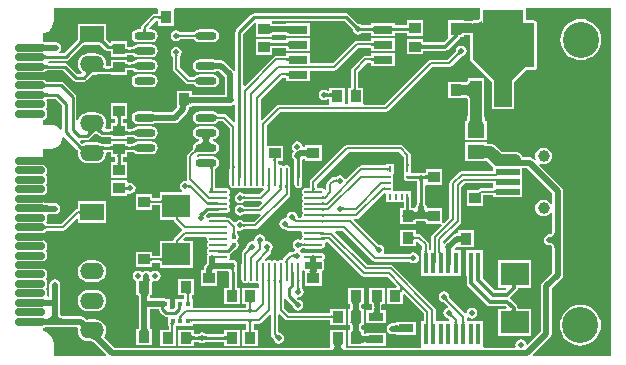
<source format=gbl>
G04*
G04 #@! TF.GenerationSoftware,Altium Limited,Altium Designer,19.0.4 (130)*
G04*
G04 Layer_Physical_Order=4*
G04 Layer_Color=8388608*
%FSLAX25Y25*%
%MOIN*%
G70*
G01*
G75*
%ADD10C,0.00787*%
%ADD11C,0.01000*%
%ADD17R,0.03858X0.03661*%
%ADD19R,0.03661X0.03858*%
G04:AMPARAMS|DCode=24|XSize=23.62mil|YSize=100.39mil|CornerRadius=0mil|HoleSize=0mil|Usage=FLASHONLY|Rotation=270.000|XOffset=0mil|YOffset=0mil|HoleType=Round|Shape=Octagon|*
%AMOCTAGOND24*
4,1,8,0.05020,0.00591,0.05020,-0.00591,0.04429,-0.01181,-0.04429,-0.01181,-0.05020,-0.00591,-0.05020,0.00591,-0.04429,0.01181,0.04429,0.01181,0.05020,0.00591,0.0*
%
%ADD24OCTAGOND24*%

%ADD39C,0.01181*%
%ADD40C,0.01968*%
%ADD41C,0.01575*%
%ADD42R,0.07874X0.05512*%
%ADD43O,0.07874X0.05512*%
%ADD44C,0.03937*%
%ADD45C,0.12000*%
%ADD46C,0.02000*%
%ADD47C,0.01772*%
%ADD54R,0.01600X0.07100*%
%ADD55R,0.04921X0.02756*%
%ADD56R,0.09449X0.07480*%
%ADD57R,0.06496X0.02559*%
%ADD58R,0.05787X0.04567*%
%ADD59O,0.07087X0.02756*%
%ADD60R,0.00984X0.01870*%
%ADD61R,0.01870X0.00984*%
%ADD62R,0.01772X0.01772*%
%ADD63R,0.07874X0.07874*%
%ADD64R,0.08000X0.07874*%
%ADD65R,0.07874X0.02047*%
%ADD66R,0.03937X0.08661*%
%ADD67R,0.13780X0.08661*%
%ADD68O,0.00984X0.06102*%
%ADD69O,0.06102X0.00984*%
%ADD70R,0.09449X0.07480*%
%ADD71C,0.03150*%
%ADD72C,0.03937*%
G36*
X49240Y113260D02*
X49233Y113335D01*
X49209Y113402D01*
X49169Y113461D01*
X49113Y113512D01*
X49041Y113555D01*
X48953Y113591D01*
X48849Y113618D01*
X48729Y113638D01*
X48593Y113650D01*
X48441Y113654D01*
Y114441D01*
X48593Y114445D01*
X48729Y114457D01*
X48849Y114476D01*
X48953Y114504D01*
X49041Y114539D01*
X49113Y114583D01*
X49169Y114634D01*
X49209Y114693D01*
X49233Y114760D01*
X49240Y114835D01*
Y113260D01*
D02*
G37*
G36*
X199443Y59071D02*
Y11433D01*
Y1073D01*
X173411D01*
X173220Y1535D01*
X179041Y7357D01*
X179433Y7943D01*
X179570Y8634D01*
Y23614D01*
X182789Y26833D01*
X183181Y27419D01*
X183318Y28110D01*
Y39890D01*
Y56221D01*
X183181Y56912D01*
X182789Y57498D01*
X175406Y64881D01*
X175689Y65305D01*
X176083Y65142D01*
X176803Y65047D01*
X177522Y65142D01*
X178193Y65420D01*
X178768Y65861D01*
X179210Y66437D01*
X179488Y67107D01*
X179583Y67827D01*
X179488Y68546D01*
X179210Y69217D01*
X178768Y69792D01*
X178193Y70234D01*
X177522Y70512D01*
X176803Y70606D01*
X176083Y70512D01*
X175413Y70234D01*
X174837Y69792D01*
X174396Y69217D01*
X174118Y68546D01*
X174023Y67827D01*
X174118Y67107D01*
X174281Y66713D01*
X173857Y66429D01*
X173419Y66868D01*
X172833Y67259D01*
X172142Y67397D01*
X169939D01*
X169730Y67900D01*
X169288Y68476D01*
X168713Y68918D01*
X168042Y69195D01*
X167323Y69290D01*
X162936D01*
X161725Y70312D01*
X161279Y70747D01*
X160855Y71170D01*
X160280Y71612D01*
X159609Y71890D01*
X158890Y71984D01*
X157886D01*
Y72371D01*
X150524D01*
Y66229D01*
X157886D01*
X157886Y66229D01*
Y66229D01*
X158240Y65923D01*
X159619Y64545D01*
X160003Y64249D01*
X160055Y64200D01*
X160074Y64188D01*
X160089Y64170D01*
X160120Y64143D01*
Y62757D01*
X149473D01*
X149012Y62665D01*
X148622Y62404D01*
X145755Y59538D01*
X145494Y59147D01*
X145402Y58686D01*
X145402Y58686D01*
Y47262D01*
X143500Y45360D01*
X143000Y45567D01*
Y50453D01*
X138384D01*
X138366Y50456D01*
X138349Y50453D01*
X138173D01*
X137822Y50816D01*
X137684Y51514D01*
X137390Y51953D01*
X137313Y53168D01*
Y57940D01*
X137567Y58335D01*
X143000D01*
Y63571D01*
X137567D01*
Y62179D01*
X132736D01*
Y64345D01*
X132738Y64354D01*
X132736Y64370D01*
Y64380D01*
X132740Y64398D01*
X132736Y64415D01*
Y65197D01*
X132661D01*
Y68116D01*
X132661Y68116D01*
X132569Y68577D01*
X132308Y68968D01*
X130015Y71261D01*
X129625Y71522D01*
X129164Y71614D01*
X129164Y71614D01*
X111344D01*
X110883Y71522D01*
X110492Y71261D01*
X110492Y71261D01*
X99238Y60006D01*
X98977Y59616D01*
X98885Y59155D01*
X98885Y59155D01*
Y57241D01*
X97530D01*
X97031Y57142D01*
X96608Y56859D01*
X96325Y56436D01*
X96226Y55936D01*
X96325Y55437D01*
X96608Y55014D01*
Y54890D01*
X96325Y54467D01*
X96226Y53968D01*
X96325Y53469D01*
X96387Y53376D01*
X96578Y52984D01*
X96387Y52592D01*
X96325Y52499D01*
X96226Y51999D01*
X96325Y51500D01*
X96387Y51407D01*
X96578Y51015D01*
X96387Y50623D01*
X96325Y50530D01*
X96226Y50031D01*
X96325Y49532D01*
X96608Y49108D01*
Y48985D01*
X96325Y48562D01*
X96226Y48062D01*
X96278Y47798D01*
X95946Y47298D01*
X95342D01*
X94854Y47386D01*
X94715Y48083D01*
X94320Y48674D01*
X93729Y49069D01*
X93032Y49208D01*
X92334Y49069D01*
X91743Y48674D01*
X91348Y48083D01*
X91209Y47386D01*
X90770Y47031D01*
X90589Y47067D01*
X89892Y46928D01*
X89301Y46533D01*
X88906Y45941D01*
X88767Y45244D01*
X88906Y44547D01*
X89301Y43955D01*
X89892Y43560D01*
X90589Y43422D01*
X90681Y43440D01*
X90683Y43438D01*
X90730Y43400D01*
X90833Y43298D01*
X90833Y43298D01*
X91223Y43037D01*
X91684Y42945D01*
X95962D01*
X96283Y42445D01*
X96226Y42157D01*
X96325Y41658D01*
X96387Y41565D01*
X96578Y41173D01*
X96387Y40781D01*
X96325Y40688D01*
X96235Y40236D01*
X96045Y40095D01*
X95763Y39950D01*
X95737Y39967D01*
X95039Y40106D01*
X94342Y39967D01*
X93751Y39572D01*
X93356Y38981D01*
X93217Y38284D01*
X93356Y37586D01*
X93751Y36995D01*
X94018Y36816D01*
X93940Y36291D01*
X93349Y35896D01*
X93312Y35841D01*
X93302Y35835D01*
X93286Y35829D01*
X93266Y35822D01*
X93240Y35815D01*
X93218Y35812D01*
X92574D01*
X92573Y35812D01*
X92113Y35720D01*
X91722Y35459D01*
X90290Y34027D01*
X90029Y33636D01*
X89985Y33414D01*
X89755Y33138D01*
X89437Y33073D01*
X89164Y33127D01*
X88665Y33028D01*
X88241Y32745D01*
X88118D01*
X87695Y33028D01*
X87195Y33127D01*
X86696Y33028D01*
X86273Y32745D01*
X86149D01*
X85726Y33028D01*
X85227Y33127D01*
X84728Y33028D01*
X84430Y32829D01*
X83965Y33024D01*
X83873Y33496D01*
X85584Y35206D01*
X85845Y35597D01*
X85936Y36058D01*
Y36225D01*
X85940Y36253D01*
X85945Y36275D01*
X86021Y36325D01*
X86416Y36917D01*
X86555Y37614D01*
X86416Y38312D01*
X86021Y38903D01*
X85430Y39298D01*
X84732Y39437D01*
X84419Y39374D01*
X83993Y39799D01*
X84011Y39890D01*
X83873Y40587D01*
X83478Y41178D01*
X82886Y41574D01*
X82189Y41712D01*
X81492Y41574D01*
X80900Y41178D01*
X80505Y40587D01*
X80366Y39890D01*
X80398Y39731D01*
X80394Y39722D01*
X79965Y39347D01*
X79512Y39437D01*
X78814Y39298D01*
X78223Y38903D01*
X77828Y38312D01*
X77689Y37614D01*
X77717Y37474D01*
X77716Y37463D01*
X77718Y37418D01*
X77718Y37414D01*
X77718Y37412D01*
X77717Y37409D01*
X77715Y37403D01*
X77710Y37393D01*
X77701Y37376D01*
X77693Y37364D01*
X76501Y36173D01*
X76240Y35782D01*
X76149Y35321D01*
X76149Y35321D01*
Y32471D01*
X76143Y32326D01*
X76138Y32275D01*
X76048Y31822D01*
Y26704D01*
X76148Y26205D01*
X76430Y25782D01*
X76854Y25499D01*
X77353Y25400D01*
X77852Y25499D01*
X78275Y25782D01*
X78399D01*
X78822Y25499D01*
X79321Y25400D01*
X79821Y25499D01*
X80244Y25782D01*
X80367D01*
X80791Y25499D01*
X81290Y25400D01*
X81554Y25452D01*
X82054Y25120D01*
Y24172D01*
X81681Y23866D01*
X76445D01*
Y18433D01*
X77772D01*
Y17267D01*
X59992D01*
Y20260D01*
X59523D01*
Y21378D01*
X60264D01*
Y26811D01*
X55028D01*
Y21378D01*
X57114D01*
Y20260D01*
X54086D01*
Y18327D01*
X54061Y18201D01*
Y17425D01*
X53569Y16934D01*
X52314D01*
Y20260D01*
X51043D01*
X50373Y20393D01*
X45894D01*
X45581Y20781D01*
X45549Y20893D01*
X45574Y21067D01*
X45615Y21247D01*
X45657Y21367D01*
X45662Y21378D01*
X46343D01*
Y22160D01*
X46346Y22177D01*
X46343Y22195D01*
Y25789D01*
X46464Y25918D01*
X46736Y26107D01*
X46745Y26109D01*
X46843Y26128D01*
X47386Y26020D01*
X48083Y26159D01*
X48674Y26554D01*
X49069Y27145D01*
X49208Y27843D01*
X49069Y28540D01*
X48674Y29131D01*
X48083Y29526D01*
X47386Y29665D01*
X46688Y29526D01*
X46097Y29131D01*
X45730D01*
X45138Y29526D01*
X44441Y29665D01*
X43744Y29526D01*
X43152Y29131D01*
X42919D01*
X42327Y29526D01*
X41630Y29665D01*
X40933Y29526D01*
X40341Y29131D01*
X39946Y28540D01*
X39808Y27843D01*
X39946Y27145D01*
X40341Y26554D01*
X40933Y26159D01*
X41106Y26124D01*
Y22195D01*
X41103Y22177D01*
X41106Y22160D01*
Y21378D01*
X41787D01*
X41792Y21367D01*
X41834Y21247D01*
X41875Y21067D01*
X41908Y20831D01*
X41918Y20699D01*
Y10891D01*
X41908Y10759D01*
X41875Y10524D01*
X41834Y10343D01*
X41792Y10223D01*
X41787Y10213D01*
X41106D01*
Y9430D01*
X41103Y9413D01*
X41106Y9396D01*
Y4780D01*
X46343D01*
Y9396D01*
X46346Y9413D01*
X46343Y9430D01*
Y10213D01*
X45662D01*
X45657Y10223D01*
X45615Y10343D01*
X45574Y10524D01*
X45541Y10759D01*
X45531Y10891D01*
Y16780D01*
X48500D01*
X48583Y16364D01*
X48867Y15938D01*
X50112Y14693D01*
X50538Y14409D01*
X51040Y14309D01*
X51527D01*
Y12015D01*
X51524Y11998D01*
X51527Y11981D01*
Y11205D01*
X51815D01*
Y9945D01*
X48965D01*
Y4512D01*
X54201D01*
Y8549D01*
X54224Y8665D01*
X54224Y8665D01*
Y11205D01*
X59992D01*
Y11942D01*
X77772D01*
Y9945D01*
X76445D01*
Y4512D01*
X81681D01*
Y9945D01*
X80181D01*
Y11942D01*
X81949D01*
X81949Y11942D01*
X82410Y12033D01*
X82800Y12294D01*
X85529Y15023D01*
X85991Y14832D01*
Y8378D01*
X85991Y8378D01*
X86083Y7917D01*
X86344Y7526D01*
X86625Y7245D01*
X86638Y7227D01*
X86651Y7204D01*
X86661Y7185D01*
X86668Y7169D01*
X86671Y7158D01*
X86658Y7093D01*
X86797Y6396D01*
X87192Y5804D01*
X87783Y5409D01*
X88480Y5271D01*
X89178Y5409D01*
X89769Y5804D01*
X90164Y6396D01*
X90303Y7093D01*
X90164Y7790D01*
X89769Y8382D01*
X89178Y8777D01*
X88480Y8915D01*
X88400Y9402D01*
Y14992D01*
X88862Y15183D01*
X90641Y13404D01*
X91031Y13143D01*
X91492Y13052D01*
X91492Y13052D01*
X105587D01*
Y11539D01*
X110823D01*
Y16972D01*
X105587D01*
Y15460D01*
X91991D01*
X90368Y17083D01*
Y20114D01*
X90868Y20266D01*
X90899Y20220D01*
X93068Y18050D01*
X93076Y18041D01*
X93093Y18017D01*
X93221Y17373D01*
X93616Y16781D01*
X94207Y16387D01*
X94905Y16248D01*
X95602Y16387D01*
X96193Y16781D01*
X96588Y17373D01*
X96727Y18070D01*
X96588Y18768D01*
X96193Y19359D01*
X95602Y19754D01*
X94958Y19882D01*
X94942Y19893D01*
X94916Y19916D01*
X94585Y20246D01*
X94831Y20707D01*
X95039Y20666D01*
X95737Y20805D01*
X96328Y21200D01*
X96723Y21791D01*
X96862Y22488D01*
X96723Y23186D01*
X96328Y23777D01*
X96287Y23805D01*
X96284Y23810D01*
X96276Y23828D01*
X96269Y23850D01*
X96262Y23877D01*
X96259Y23900D01*
Y25951D01*
X96262Y26099D01*
X96270Y26198D01*
X96275Y26205D01*
X96374Y26704D01*
Y29543D01*
X96874Y29695D01*
X96881Y29684D01*
X97142Y29510D01*
X97252Y29488D01*
X97406Y29031D01*
X97409Y29014D01*
Y24595D01*
X102842D01*
Y29014D01*
X102846Y29031D01*
X103000Y29488D01*
X103110Y29510D01*
X103371Y29684D01*
X103545Y29945D01*
X103606Y30252D01*
Y32394D01*
X103545Y32701D01*
X103371Y32961D01*
X103603Y33408D01*
X103853Y33784D01*
X103953Y34283D01*
X103853Y34782D01*
X103571Y35205D01*
X103147Y35488D01*
X102648Y35587D01*
X100156D01*
X100108Y35597D01*
X100059Y35587D01*
X97530D01*
X97031Y35488D01*
X96823Y35349D01*
X96726Y35340D01*
X96256Y35448D01*
X96199Y35488D01*
X95926Y35896D01*
X95659Y36075D01*
X95737Y36600D01*
X96328Y36995D01*
X96346Y37021D01*
X96346Y37021D01*
X96365Y37029D01*
X96389Y37037D01*
X96418Y37044D01*
X96441Y37047D01*
X96745D01*
X96892Y37042D01*
X97006Y37031D01*
X97031Y37015D01*
X97530Y36915D01*
X102648D01*
X103147Y37015D01*
X103571Y37297D01*
X103853Y37721D01*
X103953Y38220D01*
X103865Y38661D01*
X103897Y38783D01*
X104159Y39161D01*
X104956D01*
X116158Y27959D01*
X116548Y27698D01*
X117009Y27607D01*
X124635D01*
X127876Y24366D01*
X127669Y23866D01*
X124634D01*
Y18433D01*
X129870D01*
Y21665D01*
X130370Y21872D01*
X136815Y15427D01*
Y12873D01*
X135969D01*
Y4448D01*
X135969Y4198D01*
X135573Y3948D01*
X111063D01*
X110940Y4060D01*
X110823Y4512D01*
X110823D01*
Y5294D01*
X110826Y5311D01*
X110823Y5328D01*
Y9945D01*
X105587D01*
Y5328D01*
X105583Y5311D01*
X105587Y5294D01*
Y4512D01*
X105587D01*
X105470Y4060D01*
X105347Y3948D01*
X33744D01*
X30571Y7121D01*
X30422Y7293D01*
X30246Y7526D01*
X30211Y7583D01*
X30512Y7977D01*
X30869Y8839D01*
X30991Y9764D01*
X30869Y10689D01*
X30512Y11551D01*
X29945Y12291D01*
X29204Y12859D01*
X28342Y13216D01*
X27417Y13338D01*
X25055D01*
X24462Y13260D01*
X24197Y13495D01*
X23801Y13892D01*
X23215Y14283D01*
X22524Y14421D01*
X16573D01*
X16363Y14458D01*
X16190Y14515D01*
X16063Y14584D01*
X15968Y14661D01*
X15891Y14756D01*
X15822Y14883D01*
X15765Y15056D01*
X15728Y15266D01*
Y24817D01*
X15744Y24898D01*
X15605Y25595D01*
X15210Y26186D01*
X14619Y26581D01*
X13921Y26720D01*
X13224Y26581D01*
X12633Y26186D01*
X12238Y25595D01*
X12099Y24898D01*
X12115Y24817D01*
Y21090D01*
X11897Y21002D01*
X11429Y21352D01*
Y23047D01*
X10839Y23638D01*
X11429Y24229D01*
Y26197D01*
X10839Y26788D01*
X11429Y27378D01*
Y29347D01*
X10445Y30331D01*
X10042D01*
Y32693D01*
X10445D01*
X11429Y33678D01*
Y35646D01*
X10839Y36237D01*
X11429Y36827D01*
Y38796D01*
X10445Y39780D01*
X10042D01*
Y42142D01*
X10445D01*
X11223Y42920D01*
X11233Y42921D01*
X16551D01*
X16551Y42921D01*
X17011Y43013D01*
X17402Y43274D01*
X21050Y46922D01*
X21512Y46730D01*
Y45591D01*
X30961D01*
Y52677D01*
X21512D01*
Y50329D01*
X21098Y50246D01*
X20707Y49985D01*
X20707Y49985D01*
X16052Y45330D01*
X11201D01*
X11194Y45330D01*
X10839Y45686D01*
X11429Y46276D01*
Y48245D01*
X11811Y48530D01*
X13356D01*
X13386Y48524D01*
X13613Y48570D01*
X13921Y48508D01*
X14619Y48647D01*
X15210Y49042D01*
X15605Y49633D01*
X15744Y50331D01*
X15605Y51028D01*
X15210Y51619D01*
X14619Y52014D01*
X13921Y52153D01*
X13625Y52094D01*
X13380Y52143D01*
X11429D01*
X11286Y52146D01*
X10818Y52184D01*
X10658Y52206D01*
X10608Y52216D01*
X10445Y52379D01*
X10062D01*
X10045Y52382D01*
X10042Y52385D01*
Y54741D01*
X10445D01*
X11429Y55725D01*
Y57694D01*
X10839Y58284D01*
X11429Y58875D01*
Y60843D01*
X10839Y61434D01*
X11429Y62025D01*
Y63993D01*
X10445Y64977D01*
X10042D01*
Y70218D01*
X12506D01*
X12506Y70204D01*
X12706Y70218D01*
X12887Y70254D01*
X12985Y70267D01*
X12985Y70267D01*
X13547Y70341D01*
X14518Y70743D01*
X15351Y71382D01*
X15991Y72216D01*
X16393Y73187D01*
X16512Y74090D01*
X16862Y74267D01*
X17024Y74285D01*
X21390Y69919D01*
X21444Y69856D01*
X21523Y69753D01*
X21572Y69678D01*
X21481Y68992D01*
X21603Y68067D01*
X21960Y67205D01*
X22528Y66465D01*
X23268Y65897D01*
X24130Y65540D01*
X25055Y65418D01*
X27417D01*
X28342Y65540D01*
X29204Y65897D01*
X29945Y66465D01*
X30512Y67205D01*
X30869Y68067D01*
X30991Y68992D01*
X31238Y69274D01*
X32622D01*
Y67437D01*
X34026D01*
Y65886D01*
X32622D01*
Y60650D01*
X38055D01*
Y65886D01*
X36651D01*
Y67437D01*
X38055D01*
Y69274D01*
X39710D01*
X39813Y69267D01*
X39962Y69249D01*
X39967Y69248D01*
X40116Y69025D01*
X40832Y68547D01*
X41677Y68379D01*
X46008D01*
X46853Y68547D01*
X47569Y69025D01*
X48048Y69742D01*
X48216Y70587D01*
X48048Y71431D01*
X47569Y72148D01*
X46853Y72626D01*
X46008Y72794D01*
X41677D01*
X40832Y72626D01*
X40116Y72148D01*
X39968Y71926D01*
X39677Y71899D01*
X38055D01*
Y72673D01*
X32622D01*
Y71899D01*
X30008D01*
X29785Y71923D01*
X29673Y71943D01*
X29387Y72018D01*
X29271Y72058D01*
X29206Y72086D01*
X29204Y72087D01*
X29164Y72104D01*
X28981Y72182D01*
X28836Y72255D01*
X28720Y72288D01*
X28342Y72444D01*
X27417Y72566D01*
X25055D01*
X24130Y72444D01*
X23268Y72087D01*
X23080Y71943D01*
X23072Y71950D01*
X22409Y72613D01*
X22616Y73113D01*
X24496D01*
X24998Y73212D01*
X25424Y73497D01*
X26890Y74963D01*
X26946Y75011D01*
X27052Y75092D01*
X27151Y75157D01*
X27241Y75208D01*
X27323Y75246D01*
X27363Y75261D01*
X27417D01*
X27824Y75314D01*
X27850Y75300D01*
X27928Y75250D01*
X28133Y75081D01*
X28556Y74658D01*
X28982Y74374D01*
X29484Y74274D01*
X32622D01*
Y73500D01*
X38055D01*
Y74274D01*
X39710D01*
X39813Y74267D01*
X39962Y74249D01*
X39967Y74248D01*
X40116Y74025D01*
X40832Y73547D01*
X41677Y73379D01*
X46008D01*
X46853Y73547D01*
X47569Y74025D01*
X48048Y74742D01*
X48216Y75586D01*
X48048Y76431D01*
X47569Y77148D01*
X46853Y77626D01*
X46008Y77794D01*
X41677D01*
X40832Y77626D01*
X40116Y77148D01*
X39968Y76926D01*
X39677Y76899D01*
X38055D01*
Y78736D01*
X36651D01*
Y80287D01*
X38055D01*
Y85524D01*
X32622D01*
Y80287D01*
X34026D01*
Y78736D01*
X32622D01*
Y76899D01*
X30992D01*
X30658Y77399D01*
X30869Y77910D01*
X30991Y78835D01*
X30869Y79760D01*
X30512Y80622D01*
X29945Y81362D01*
X29204Y81930D01*
X28342Y82287D01*
X27417Y82408D01*
X25055D01*
X24130Y82287D01*
X23268Y81930D01*
X22528Y81362D01*
X21960Y80622D01*
X21603Y79760D01*
X21124Y79853D01*
Y87448D01*
X21024Y87950D01*
X20739Y88376D01*
X16838Y92277D01*
X16412Y92562D01*
X15910Y92662D01*
X11309D01*
X11192Y92669D01*
X11080Y92682D01*
X10445Y93318D01*
X10042D01*
Y95682D01*
X10445D01*
X11077Y96315D01*
X11342Y96338D01*
X16656D01*
X19954Y93040D01*
X20380Y92756D01*
X20882Y92656D01*
X23563D01*
X24065Y92756D01*
X24491Y93040D01*
X25820Y94369D01*
X26134Y94640D01*
X26282Y94750D01*
X26419Y94840D01*
X26534Y94904D01*
X26625Y94945D01*
X26628Y94946D01*
X27417D01*
X28342Y95068D01*
X28708Y95219D01*
X28808Y95243D01*
X28844Y95259D01*
X28851Y95262D01*
X28991Y95294D01*
X29052Y95303D01*
X29506Y95333D01*
X32622D01*
Y94744D01*
X38055D01*
Y96581D01*
X39710D01*
X39813Y96574D01*
X39962Y96556D01*
X39967Y96555D01*
X40116Y96333D01*
X40832Y95854D01*
X41677Y95686D01*
X46008D01*
X46853Y95854D01*
X47569Y96333D01*
X48048Y97049D01*
X48216Y97894D01*
X48048Y98738D01*
X47569Y99455D01*
X46853Y99933D01*
X46008Y100101D01*
X41677D01*
X40832Y99933D01*
X40116Y99455D01*
X39968Y99233D01*
X39677Y99206D01*
X38055D01*
Y99980D01*
X32622D01*
Y97958D01*
X31297D01*
X30967Y98334D01*
X30991Y98520D01*
X30869Y99445D01*
X30512Y100307D01*
X29945Y101047D01*
X29204Y101615D01*
X28342Y101972D01*
X27417Y102094D01*
X25055D01*
X24130Y101972D01*
X23268Y101615D01*
X22528Y101047D01*
X21960Y100307D01*
X21603Y99445D01*
X21481Y98520D01*
X21603Y97595D01*
X21960Y96733D01*
X22528Y95993D01*
X22804Y95781D01*
X22634Y95281D01*
X21426D01*
X18128Y98579D01*
X17702Y98864D01*
X17199Y98963D01*
X11699D01*
X11606Y99102D01*
X11834Y99489D01*
X17495D01*
X17997Y99589D01*
X18423Y99874D01*
X23062Y104513D01*
X23232Y104671D01*
X23365Y104777D01*
X23425Y104819D01*
X23708D01*
X23725Y104815D01*
X23743Y104819D01*
X28730D01*
X28747Y104815D01*
X28764Y104819D01*
X29047D01*
X29099Y104783D01*
X29368Y104555D01*
X30710Y103214D01*
X31135Y102929D01*
X31638Y102829D01*
X32622D01*
Y100807D01*
X38055D01*
Y101581D01*
X39710D01*
X39813Y101574D01*
X39962Y101556D01*
X39967Y101555D01*
X40116Y101332D01*
X40832Y100854D01*
X41677Y100686D01*
X46008D01*
X46853Y100854D01*
X47569Y101332D01*
X48048Y102049D01*
X48216Y102894D01*
X48048Y103739D01*
X47569Y104455D01*
X46853Y104933D01*
X46008Y105101D01*
X41677D01*
X40832Y104933D01*
X40116Y104455D01*
X39968Y104233D01*
X39677Y104206D01*
X38055D01*
Y106043D01*
X32622D01*
Y105598D01*
X32122Y105514D01*
X31267Y106369D01*
X31109Y106539D01*
X31003Y106672D01*
X30961Y106732D01*
Y107015D01*
X30964Y107033D01*
X30961Y107050D01*
Y111906D01*
X21512D01*
Y107050D01*
X21508Y107033D01*
X21512Y107015D01*
Y106732D01*
X21476Y106681D01*
X21248Y106412D01*
X16951Y102114D01*
X15554D01*
X15403Y102614D01*
X15477Y102664D01*
X15872Y103255D01*
X16011Y103953D01*
X15872Y104650D01*
X15477Y105241D01*
X14886Y105636D01*
X14188Y105775D01*
X13880Y105714D01*
X13653Y105759D01*
X11261D01*
X10956Y105768D01*
X10572Y105801D01*
X10564Y105803D01*
X10445Y105921D01*
X10062D01*
X10045Y105925D01*
X10042Y105927D01*
Y108678D01*
X10452Y108732D01*
X11471Y109154D01*
X12345Y109825D01*
X13016Y110699D01*
X13438Y111718D01*
X13582Y112811D01*
X13566D01*
Y117068D01*
X48055D01*
X48429Y116764D01*
X48429Y116568D01*
Y115252D01*
X47118D01*
X47118Y115252D01*
X46657Y115160D01*
X46267Y114899D01*
X42991Y111623D01*
X42730Y111232D01*
X42638Y110772D01*
X42638Y110772D01*
Y110101D01*
X41677D01*
X40832Y109933D01*
X40116Y109455D01*
X39638Y108739D01*
X39469Y107894D01*
X39638Y107049D01*
X40116Y106333D01*
X40832Y105854D01*
X41677Y105686D01*
X46008D01*
X46853Y105854D01*
X47569Y106333D01*
X48048Y107049D01*
X48216Y107894D01*
X48048Y108739D01*
X47569Y109455D01*
X46853Y109933D01*
X46008Y110101D01*
X45583D01*
X45375Y110601D01*
X47617Y112843D01*
X48429D01*
Y111331D01*
X53665D01*
Y116568D01*
X53665Y116764D01*
X54039Y117068D01*
X155630D01*
Y113683D01*
X155621Y113601D01*
X155591Y113517D01*
X155541Y113442D01*
X155448Y113356D01*
X155287Y113258D01*
X155045Y113160D01*
X154721Y113073D01*
X154330Y113007D01*
X153134D01*
X152995Y112980D01*
X152598Y113059D01*
X152197Y112979D01*
X150130D01*
Y113016D01*
X149357D01*
X149341Y113019D01*
X149336Y113018D01*
X149330Y113019D01*
X149313Y113016D01*
X144894D01*
Y107583D01*
X144894D01*
X145028Y107259D01*
X143497Y105728D01*
X136910D01*
X136840Y105734D01*
X136782Y105744D01*
Y106941D01*
X131349D01*
Y101705D01*
X136782D01*
Y102902D01*
X136840Y102912D01*
X136910Y102918D01*
X144079D01*
X144616Y103025D01*
X145072Y103329D01*
X148505Y106762D01*
X148810Y107218D01*
X148882Y107583D01*
X149313D01*
X149330Y107579D01*
X149348Y107583D01*
X150130D01*
Y108020D01*
X150274Y108054D01*
X150554Y108099D01*
X151527Y108162D01*
X152331D01*
Y100110D01*
X152331Y100110D01*
X152392Y99803D01*
X152566Y99543D01*
X152566Y99543D01*
X159559Y92549D01*
Y84331D01*
X159620Y84023D01*
X159795Y83763D01*
X160055Y83589D01*
X160362Y83528D01*
X160551D01*
Y83465D01*
X166063D01*
Y83528D01*
X166252D01*
X166559Y83589D01*
X166820Y83763D01*
X166994Y84023D01*
X167055Y84331D01*
Y92565D01*
X171049Y96559D01*
X173748D01*
X174055Y96621D01*
X174316Y96794D01*
X174490Y97055D01*
X174551Y97362D01*
Y112205D01*
X174490Y112512D01*
X174316Y112772D01*
X174055Y112946D01*
X173748Y113007D01*
X170984D01*
Y117068D01*
X199443D01*
Y59071D01*
D02*
G37*
G36*
X44240Y109907D02*
X44252Y109771D01*
X44272Y109651D01*
X44299Y109547D01*
X44335Y109459D01*
X44378Y109387D01*
X44429Y109331D01*
X44488Y109291D01*
X44555Y109267D01*
X44630Y109259D01*
X43055D01*
X43130Y109267D01*
X43197Y109291D01*
X43256Y109331D01*
X43307Y109387D01*
X43350Y109459D01*
X43386Y109547D01*
X43413Y109651D01*
X43433Y109771D01*
X43445Y109907D01*
X43449Y110059D01*
X44236D01*
X44240Y109907D01*
D02*
G37*
G36*
X149362Y112203D02*
X149457Y112191D01*
X149614Y112180D01*
X151882Y112146D01*
X152480Y112145D01*
Y108996D01*
X151882Y108989D01*
X150464Y108897D01*
X150118Y108842D01*
X149835Y108775D01*
X149614Y108695D01*
X149457Y108603D01*
X149362Y108499D01*
X149330Y108382D01*
Y112216D01*
X149362Y112203D01*
D02*
G37*
G36*
X148131Y108376D02*
X148125Y108357D01*
X148120Y108326D01*
X148115Y108282D01*
X148106Y108075D01*
X148102Y107756D01*
X146921D01*
X146921Y107875D01*
X146892Y108376D01*
X146886Y108382D01*
X148138D01*
X148131Y108376D01*
D02*
G37*
G36*
X23725Y105618D02*
X23648Y105675D01*
X23556Y105703D01*
X23450D01*
X23329Y105675D01*
X23195Y105618D01*
X23047Y105534D01*
X22884Y105420D01*
X22707Y105279D01*
X22311Y104911D01*
X21604Y105618D01*
X21802Y105823D01*
X22113Y106191D01*
X22226Y106354D01*
X22311Y106502D01*
X22368Y106637D01*
X22396Y106757D01*
Y106863D01*
X22368Y106955D01*
X22311Y107033D01*
X23725Y105618D01*
D02*
G37*
G36*
X30105Y106955D02*
X30076Y106863D01*
Y106757D01*
X30105Y106637D01*
X30161Y106502D01*
X30246Y106354D01*
X30359Y106191D01*
X30501Y106014D01*
X30868Y105618D01*
X30161Y104911D01*
X29956Y105109D01*
X29588Y105420D01*
X29426Y105534D01*
X29277Y105618D01*
X29143Y105675D01*
X29023Y105703D01*
X28917D01*
X28825Y105675D01*
X28747Y105618D01*
X30161Y107033D01*
X30105Y106955D01*
D02*
G37*
G36*
X135994Y105392D02*
X136030Y105291D01*
X136089Y105203D01*
X136171Y105126D01*
X136278Y105061D01*
X136408Y105008D01*
X136561Y104966D01*
X136738Y104937D01*
X136939Y104919D01*
X137164Y104913D01*
Y103732D01*
X136939Y103726D01*
X136738Y103709D01*
X136561Y103679D01*
X136408Y103638D01*
X136278Y103585D01*
X136171Y103520D01*
X136089Y103443D01*
X136030Y103354D01*
X135994Y103254D01*
X135983Y103142D01*
Y105504D01*
X135994Y105392D01*
D02*
G37*
G36*
X33433Y103142D02*
X33423Y103237D01*
X33393Y103322D01*
X33342Y103397D01*
X33272Y103462D01*
X33180Y103517D01*
X33069Y103562D01*
X32938Y103597D01*
X32786Y103622D01*
X32614Y103637D01*
X32421Y103642D01*
Y104642D01*
X32614Y104647D01*
X32786Y104662D01*
X32938Y104687D01*
X33069Y104722D01*
X33180Y104767D01*
X33272Y104822D01*
X33342Y104887D01*
X33393Y104962D01*
X33423Y105047D01*
X33433Y105142D01*
Y103142D01*
D02*
G37*
G36*
X10100Y105087D02*
X10191Y105055D01*
X10317Y105027D01*
X10479Y105003D01*
X10909Y104966D01*
X11823Y104939D01*
X12199Y104937D01*
Y102968D01*
X11823Y102967D01*
X10317Y102878D01*
X10191Y102850D01*
X10100Y102819D01*
X10045Y102784D01*
Y105122D01*
X10100Y105087D01*
D02*
G37*
G36*
X40744Y101903D02*
X40731Y101996D01*
X40690Y102080D01*
X40624Y102153D01*
X40530Y102217D01*
X40409Y102271D01*
X40262Y102315D01*
X40088Y102349D01*
X39887Y102374D01*
X39660Y102389D01*
X39406Y102394D01*
Y103394D01*
X39660Y103399D01*
X40088Y103438D01*
X40262Y103472D01*
X40409Y103516D01*
X40530Y103570D01*
X40624Y103634D01*
X40690Y103708D01*
X40731Y103791D01*
X40744Y103884D01*
Y101903D01*
D02*
G37*
G36*
X37266Y103799D02*
X37296Y103714D01*
X37346Y103639D01*
X37416Y103574D01*
X37506Y103519D01*
X37616Y103474D01*
X37746Y103439D01*
X37896Y103414D01*
X38066Y103399D01*
X38256Y103394D01*
Y102394D01*
X38066Y102389D01*
X37896Y102374D01*
X37746Y102349D01*
X37616Y102314D01*
X37506Y102269D01*
X37416Y102214D01*
X37346Y102149D01*
X37296Y102074D01*
X37266Y101989D01*
X37256Y101894D01*
Y103894D01*
X37266Y103799D01*
D02*
G37*
G36*
X10228Y101707D02*
X10271Y101622D01*
X10342Y101547D01*
X10441Y101482D01*
X10568Y101427D01*
X10724Y101382D01*
X10908Y101347D01*
X11120Y101322D01*
X11361Y101307D01*
X11630Y101302D01*
Y100302D01*
X11361Y100297D01*
X10908Y100257D01*
X10724Y100222D01*
X10568Y100177D01*
X10441Y100122D01*
X10342Y100057D01*
X10271Y99982D01*
X10228Y99897D01*
X10214Y99802D01*
Y101802D01*
X10228Y101707D01*
D02*
G37*
G36*
X40744Y96903D02*
X40731Y96996D01*
X40690Y97080D01*
X40624Y97153D01*
X40530Y97217D01*
X40409Y97271D01*
X40262Y97315D01*
X40088Y97350D01*
X39887Y97374D01*
X39660Y97389D01*
X39406Y97394D01*
Y98394D01*
X39660Y98399D01*
X40088Y98438D01*
X40262Y98472D01*
X40409Y98516D01*
X40530Y98570D01*
X40624Y98634D01*
X40690Y98708D01*
X40731Y98791D01*
X40744Y98884D01*
Y96903D01*
D02*
G37*
G36*
X37266Y98799D02*
X37296Y98714D01*
X37346Y98639D01*
X37416Y98574D01*
X37506Y98519D01*
X37616Y98474D01*
X37746Y98439D01*
X37896Y98414D01*
X38066Y98399D01*
X38256Y98394D01*
Y97394D01*
X38066Y97389D01*
X37896Y97374D01*
X37746Y97349D01*
X37616Y97314D01*
X37506Y97269D01*
X37416Y97214D01*
X37346Y97149D01*
X37296Y97074D01*
X37266Y96989D01*
X37256Y96894D01*
Y98894D01*
X37266Y98799D01*
D02*
G37*
G36*
X10228Y98556D02*
X10271Y98471D01*
X10342Y98396D01*
X10441Y98331D01*
X10568Y98276D01*
X10724Y98231D01*
X10908Y98196D01*
X11120Y98171D01*
X11361Y98156D01*
X11630Y98151D01*
Y97151D01*
X11361Y97146D01*
X10908Y97106D01*
X10724Y97071D01*
X10568Y97026D01*
X10441Y96971D01*
X10342Y96906D01*
X10271Y96831D01*
X10228Y96746D01*
X10214Y96651D01*
Y98651D01*
X10228Y98556D01*
D02*
G37*
G36*
X29933Y97553D02*
X29892Y97468D01*
X29885Y97392D01*
X29912Y97327D01*
X29974Y97272D01*
X30070Y97226D01*
X30200Y97191D01*
X30364Y97166D01*
X30562Y97151D01*
X30794Y97146D01*
X29797Y96146D01*
X29603Y96144D01*
X28966Y96102D01*
X28840Y96083D01*
X28629Y96035D01*
X28544Y96005D01*
X28473Y95972D01*
X30008Y97649D01*
X29933Y97553D01*
D02*
G37*
G36*
X33433Y95646D02*
X33423Y95741D01*
X33393Y95826D01*
X33342Y95901D01*
X33272Y95966D01*
X33180Y96021D01*
X33069Y96066D01*
X32938Y96101D01*
X32786Y96126D01*
X32614Y96141D01*
X32421Y96146D01*
Y97146D01*
X32614Y97151D01*
X32786Y97166D01*
X32938Y97191D01*
X33069Y97226D01*
X33180Y97271D01*
X33272Y97326D01*
X33342Y97391D01*
X33393Y97466D01*
X33423Y97551D01*
X33433Y97646D01*
Y95646D01*
D02*
G37*
G36*
X26771Y95775D02*
X26636Y95771D01*
X26492Y95745D01*
X26338Y95696D01*
X26175Y95623D01*
X26003Y95528D01*
X25822Y95409D01*
X25631Y95267D01*
X25222Y94913D01*
X25003Y94702D01*
X23979Y95092D01*
X24127Y95247D01*
X24245Y95386D01*
X24333Y95510D01*
X24392Y95619D01*
X24421Y95712D01*
X24420Y95790D01*
X24390Y95853D01*
X24330Y95900D01*
X24240Y95932D01*
X24121Y95948D01*
X26771Y95775D01*
D02*
G37*
G36*
X10228Y92254D02*
X10271Y92169D01*
X10342Y92094D01*
X10441Y92029D01*
X10568Y91974D01*
X10724Y91929D01*
X10908Y91894D01*
X11120Y91869D01*
X11361Y91854D01*
X11630Y91849D01*
Y90849D01*
X11361Y90844D01*
X10908Y90804D01*
X10724Y90769D01*
X10568Y90724D01*
X10441Y90669D01*
X10342Y90604D01*
X10271Y90529D01*
X10228Y90444D01*
X10214Y90349D01*
Y92349D01*
X10228Y92254D01*
D02*
G37*
G36*
Y89103D02*
X10271Y89018D01*
X10342Y88943D01*
X10441Y88878D01*
X10568Y88823D01*
X10724Y88778D01*
X10908Y88743D01*
X11120Y88718D01*
X11361Y88703D01*
X11630Y88698D01*
Y87698D01*
X11361Y87693D01*
X10908Y87653D01*
X10724Y87618D01*
X10568Y87573D01*
X10441Y87518D01*
X10342Y87453D01*
X10271Y87378D01*
X10228Y87293D01*
X10214Y87198D01*
Y89198D01*
X10228Y89103D01*
D02*
G37*
G36*
X156438Y112205D02*
X173748D01*
Y97362D01*
X170717D01*
X166252Y92898D01*
Y84331D01*
X160362D01*
Y92882D01*
X153134Y100110D01*
Y112205D01*
X154378D01*
X154417Y112208D01*
X154891Y112287D01*
X155302Y112397D01*
X155649Y112539D01*
X155934Y112712D01*
X156156Y112917D01*
X156314Y113153D01*
X156409Y113421D01*
X156441Y113720D01*
X156438Y112205D01*
D02*
G37*
G36*
X36244Y81089D02*
X36159Y81058D01*
X36084Y81008D01*
X36019Y80937D01*
X35964Y80846D01*
X35919Y80734D01*
X35884Y80603D01*
X35859Y80451D01*
X35844Y80279D01*
X35839Y80087D01*
X34839D01*
X34834Y80279D01*
X34819Y80451D01*
X34794Y80603D01*
X34759Y80734D01*
X34714Y80846D01*
X34659Y80937D01*
X34594Y81008D01*
X34519Y81058D01*
X34434Y81089D01*
X34339Y81099D01*
X36339D01*
X36244Y81089D01*
D02*
G37*
G36*
X35844Y78745D02*
X35859Y78572D01*
X35884Y78421D01*
X35919Y78289D01*
X35964Y78178D01*
X36019Y78087D01*
X36084Y78016D01*
X36159Y77965D01*
X36244Y77935D01*
X36339Y77925D01*
X34339D01*
X34434Y77935D01*
X34519Y77965D01*
X34594Y78016D01*
X34659Y78087D01*
X34714Y78178D01*
X34759Y78289D01*
X34794Y78421D01*
X34819Y78572D01*
X34834Y78745D01*
X34839Y78937D01*
X35839D01*
X35844Y78745D01*
D02*
G37*
G36*
X16182Y84765D02*
Y76813D01*
X15682Y76643D01*
X15351Y77074D01*
X14518Y77714D01*
X13547Y78116D01*
X12985Y78190D01*
X12887Y78203D01*
X12706Y78239D01*
X12506Y78253D01*
Y78239D01*
X12506Y78239D01*
X10042D01*
Y79928D01*
X10445D01*
X11429Y80912D01*
Y82881D01*
X10838Y83472D01*
X11429Y84063D01*
Y86032D01*
X11085Y86376D01*
X11287Y86881D01*
X11342Y86886D01*
X14061D01*
X16182Y84765D01*
D02*
G37*
G36*
X29381Y76969D02*
X29324Y76905D01*
X29294Y76829D01*
X29291Y76741D01*
X29313Y76642D01*
X29361Y76530D01*
X29435Y76407D01*
X29535Y76271D01*
X29661Y76124D01*
X29814Y75964D01*
X28876Y75488D01*
X28711Y75646D01*
X28404Y75897D01*
X28261Y75991D01*
X28126Y76063D01*
X27999Y76114D01*
X27879Y76144D01*
X27766Y76152D01*
X27661Y76139D01*
X27567Y76105D01*
X27577Y76105D01*
X27566Y76105D01*
X27564Y76104D01*
X27565Y76105D01*
X27439Y76099D01*
X27299Y76077D01*
X27158Y76041D01*
X27017Y75989D01*
X26875Y75923D01*
X26731Y75842D01*
X26587Y75747D01*
X26442Y75636D01*
X26296Y75511D01*
X26148Y75370D01*
X24734D01*
X24868Y75512D01*
X24974Y75639D01*
X25049Y75750D01*
X25096Y75847D01*
X25114Y75930D01*
X25102Y75997D01*
X25062Y76050D01*
X24992Y76087D01*
X24892Y76110D01*
X24764Y76118D01*
X27566Y76105D01*
X29463Y77021D01*
X29381Y76969D01*
D02*
G37*
G36*
X40744Y74596D02*
X40731Y74689D01*
X40690Y74773D01*
X40624Y74846D01*
X40530Y74910D01*
X40409Y74964D01*
X40262Y75008D01*
X40088Y75042D01*
X39887Y75067D01*
X39660Y75082D01*
X39406Y75086D01*
Y76086D01*
X39660Y76091D01*
X40088Y76131D01*
X40262Y76165D01*
X40409Y76209D01*
X40530Y76263D01*
X40624Y76327D01*
X40690Y76401D01*
X40731Y76484D01*
X40744Y76577D01*
Y74596D01*
D02*
G37*
G36*
X37266Y76491D02*
X37296Y76407D01*
X37346Y76332D01*
X37416Y76266D01*
X37506Y76212D01*
X37616Y76166D01*
X37746Y76131D01*
X37896Y76107D01*
X38066Y76091D01*
X38256Y76086D01*
Y75086D01*
X38066Y75081D01*
X37896Y75067D01*
X37746Y75042D01*
X37616Y75007D01*
X37506Y74962D01*
X37416Y74906D01*
X37346Y74841D01*
X37296Y74766D01*
X37266Y74682D01*
X37256Y74586D01*
Y76587D01*
X37266Y76491D01*
D02*
G37*
G36*
X33433Y74586D02*
X33423Y74682D01*
X33393Y74766D01*
X33342Y74841D01*
X33272Y74906D01*
X33180Y74962D01*
X33069Y75007D01*
X32938Y75042D01*
X32786Y75067D01*
X32614Y75081D01*
X32421Y75086D01*
Y76086D01*
X32614Y76091D01*
X32786Y76107D01*
X32938Y76131D01*
X33069Y76166D01*
X33180Y76212D01*
X33272Y76266D01*
X33342Y76332D01*
X33393Y76407D01*
X33423Y76491D01*
X33433Y76587D01*
Y74586D01*
D02*
G37*
G36*
X40744Y69596D02*
X40731Y69689D01*
X40690Y69773D01*
X40624Y69846D01*
X40530Y69910D01*
X40409Y69964D01*
X40262Y70008D01*
X40088Y70042D01*
X39887Y70067D01*
X39660Y70082D01*
X39406Y70086D01*
Y71087D01*
X39660Y71091D01*
X40088Y71131D01*
X40262Y71165D01*
X40409Y71209D01*
X40530Y71263D01*
X40624Y71327D01*
X40690Y71400D01*
X40731Y71484D01*
X40744Y71577D01*
Y69596D01*
D02*
G37*
G36*
X37266Y71491D02*
X37296Y71407D01*
X37346Y71332D01*
X37416Y71267D01*
X37506Y71211D01*
X37616Y71166D01*
X37746Y71131D01*
X37896Y71106D01*
X38066Y71092D01*
X38256Y71087D01*
Y70086D01*
X38066Y70082D01*
X37896Y70066D01*
X37746Y70042D01*
X37616Y70007D01*
X37506Y69962D01*
X37416Y69907D01*
X37346Y69841D01*
X37296Y69766D01*
X37266Y69682D01*
X37256Y69586D01*
Y71587D01*
X37266Y71491D01*
D02*
G37*
G36*
X33433Y69586D02*
X33423Y69682D01*
X33393Y69766D01*
X33342Y69841D01*
X33272Y69907D01*
X33180Y69962D01*
X33069Y70007D01*
X32938Y70042D01*
X32786Y70066D01*
X32614Y70082D01*
X32421Y70086D01*
Y71087D01*
X32614Y71092D01*
X32786Y71106D01*
X32938Y71131D01*
X33069Y71166D01*
X33180Y71211D01*
X33272Y71267D01*
X33342Y71332D01*
X33393Y71407D01*
X33423Y71491D01*
X33433Y71587D01*
Y69586D01*
D02*
G37*
G36*
X28642Y71453D02*
X28983Y71308D01*
X29154Y71250D01*
X29498Y71159D01*
X29670Y71127D01*
X30017Y71091D01*
X30191Y71087D01*
X30944Y70086D01*
X30707Y70082D01*
X30504Y70066D01*
X30335Y70041D01*
X30199Y70006D01*
X30097Y69961D01*
X30029Y69905D01*
X29994Y69840D01*
X29994Y69764D01*
X30026Y69679D01*
X30093Y69583D01*
X28473Y71539D01*
X28642Y71453D01*
D02*
G37*
G36*
X22478Y71401D02*
X22626Y71275D01*
X22762Y71174D01*
X22888Y71097D01*
X23002Y71047D01*
X23105Y71021D01*
X23197Y71021D01*
X23278Y71046D01*
X23347Y71097D01*
X23405Y71172D01*
X22351Y69411D01*
X22392Y69502D01*
X22412Y69601D01*
X22409Y69708D01*
X22385Y69823D01*
X22338Y69946D01*
X22270Y70077D01*
X22180Y70216D01*
X22068Y70363D01*
X21934Y70517D01*
X21778Y70680D01*
X22320Y71553D01*
X22478Y71401D01*
D02*
G37*
G36*
X36244Y68238D02*
X36159Y68208D01*
X36084Y68157D01*
X36019Y68086D01*
X35964Y67995D01*
X35919Y67884D01*
X35884Y67752D01*
X35859Y67601D01*
X35844Y67429D01*
X35839Y67236D01*
X34839D01*
X34834Y67429D01*
X34819Y67601D01*
X34794Y67752D01*
X34759Y67884D01*
X34714Y67995D01*
X34659Y68086D01*
X34594Y68157D01*
X34519Y68208D01*
X34434Y68238D01*
X34339Y68248D01*
X36339D01*
X36244Y68238D01*
D02*
G37*
G36*
X35844Y65894D02*
X35859Y65722D01*
X35884Y65570D01*
X35919Y65439D01*
X35964Y65327D01*
X36019Y65236D01*
X36084Y65166D01*
X36159Y65115D01*
X36244Y65085D01*
X36339Y65074D01*
X34339D01*
X34434Y65085D01*
X34519Y65115D01*
X34594Y65166D01*
X34659Y65236D01*
X34714Y65327D01*
X34759Y65439D01*
X34794Y65570D01*
X34819Y65722D01*
X34834Y65894D01*
X34839Y66086D01*
X35839D01*
X35844Y65894D01*
D02*
G37*
G36*
X170738Y66575D02*
Y64606D01*
X168769Y64554D01*
Y66577D01*
X170738Y66575D01*
D02*
G37*
G36*
X161186Y69717D02*
X163557Y67715D01*
X164235Y67258D01*
X164856Y66908D01*
X165420Y66664D01*
X165928Y66525D01*
X166379Y66492D01*
X166773Y66565D01*
X160919Y64554D01*
X160885Y64557D01*
X160782Y64632D01*
X160611Y64779D01*
X158730Y66588D01*
X157498Y67813D01*
X160282Y70597D01*
X161186Y69717D01*
D02*
G37*
G36*
X131851Y65035D02*
X131881Y64523D01*
X131893Y64468D01*
X131906Y64429D01*
X131920Y64405D01*
X131937Y64398D01*
X130977D01*
X130993Y64405D01*
X131008Y64429D01*
X131021Y64468D01*
X131032Y64523D01*
X131041Y64594D01*
X131055Y64783D01*
X131063Y65185D01*
X131850D01*
X131851Y65035D01*
D02*
G37*
G36*
X125071Y62687D02*
X125063Y62762D01*
X125040Y62829D01*
X125000Y62888D01*
X124945Y62939D01*
X124874Y62982D01*
X124788Y63018D01*
X124685Y63045D01*
X124567Y63065D01*
X124433Y63077D01*
X124284Y63081D01*
Y63868D01*
X124433Y63872D01*
X124567Y63884D01*
X124685Y63903D01*
X124788Y63931D01*
X124874Y63967D01*
X124945Y64010D01*
X125000Y64061D01*
X125040Y64120D01*
X125063Y64187D01*
X125071Y64262D01*
Y62687D01*
D02*
G37*
G36*
X138378Y59866D02*
X138368Y59961D01*
X138338Y60046D01*
X138287Y60121D01*
X138216Y60186D01*
X138125Y60241D01*
X138014Y60286D01*
X137882Y60321D01*
X137731Y60346D01*
X137559Y60361D01*
X137456Y60364D01*
X137310Y60356D01*
X137140Y60326D01*
X136990Y60276D01*
X136860Y60206D01*
X136750Y60116D01*
X136660Y60006D01*
X136590Y59876D01*
X136540Y59726D01*
X136510Y59556D01*
X136500Y59366D01*
X135500D01*
X135490Y59556D01*
X135460Y59726D01*
X135410Y59876D01*
X135340Y60006D01*
X135250Y60116D01*
X135140Y60206D01*
X135010Y60276D01*
X134860Y60326D01*
X134690Y60356D01*
X134500Y60366D01*
X136000Y61366D01*
X137366Y60455D01*
Y61366D01*
X137559Y61371D01*
X137731Y61386D01*
X137882Y61411D01*
X138014Y61446D01*
X138125Y61491D01*
X138216Y61546D01*
X138287Y61611D01*
X138338Y61686D01*
X138368Y61771D01*
X138378Y61866D01*
Y59866D01*
D02*
G37*
G36*
X123988Y60386D02*
X123980Y60402D01*
X123957Y60417D01*
X123917Y60430D01*
X123862Y60441D01*
X123792Y60451D01*
X123603Y60465D01*
X123201Y60472D01*
Y61260D01*
X123351Y61261D01*
X123862Y61291D01*
X123917Y61302D01*
X123957Y61315D01*
X123980Y61330D01*
X123988Y61346D01*
Y60386D01*
D02*
G37*
G36*
X108113Y58867D02*
X108051Y58925D01*
X107984Y58977D01*
X107914Y59023D01*
X107840Y59063D01*
X107761Y59097D01*
X107679Y59124D01*
X107592Y59146D01*
X107501Y59161D01*
X107406Y59170D01*
X107308Y59173D01*
Y59961D01*
X107406Y59964D01*
X107501Y59973D01*
X107592Y59988D01*
X107679Y60010D01*
X107761Y60037D01*
X107840Y60071D01*
X107914Y60111D01*
X107984Y60157D01*
X108051Y60209D01*
X108113Y60267D01*
Y58867D01*
D02*
G37*
G36*
X123988Y58417D02*
X123980Y58434D01*
X123957Y58449D01*
X123917Y58462D01*
X123862Y58473D01*
X123792Y58482D01*
X123603Y58496D01*
X123201Y58504D01*
Y59291D01*
X123351Y59292D01*
X123862Y59323D01*
X123917Y59334D01*
X123957Y59347D01*
X123980Y59361D01*
X123988Y59378D01*
Y58417D01*
D02*
G37*
G36*
X179705Y55472D02*
Y52004D01*
X179225Y51897D01*
X179205Y51900D01*
X178768Y52469D01*
X178193Y52911D01*
X177522Y53189D01*
X176803Y53284D01*
X176083Y53189D01*
X175413Y52911D01*
X174837Y52469D01*
X174396Y51894D01*
X174118Y51223D01*
X174023Y50504D01*
X174118Y49784D01*
X174396Y49114D01*
X174837Y48538D01*
X175413Y48097D01*
X176083Y47819D01*
X176803Y47724D01*
X177522Y47819D01*
X178193Y48097D01*
X178768Y48538D01*
X179205Y49108D01*
X179225Y49111D01*
X179705Y49003D01*
Y42521D01*
X179673Y42312D01*
X179618Y42129D01*
X179555Y41997D01*
X179487Y41904D01*
X179411Y41835D01*
X179315Y41777D01*
X179182Y41728D01*
X179022Y41696D01*
X178849D01*
X178768Y41712D01*
X178071Y41574D01*
X177480Y41178D01*
X177085Y40587D01*
X176946Y39890D01*
X177085Y39192D01*
X177480Y38601D01*
X178071Y38206D01*
X178768Y38067D01*
X178849Y38083D01*
X179022D01*
X179182Y38052D01*
X179315Y38002D01*
X179411Y37944D01*
X179487Y37875D01*
X179555Y37782D01*
X179618Y37650D01*
X179673Y37468D01*
X179705Y37259D01*
Y28858D01*
X176487Y25640D01*
X176095Y25054D01*
X175957Y24362D01*
Y9382D01*
X171481Y4906D01*
X170986Y5118D01*
X170880Y5651D01*
X170485Y6242D01*
X169894Y6637D01*
X169197Y6776D01*
X168499Y6637D01*
X167908Y6242D01*
X167513Y5651D01*
X167374Y4953D01*
X167475Y4448D01*
X167163Y3948D01*
X157041D01*
X156644Y4448D01*
Y12873D01*
X151261D01*
Y13826D01*
X151446Y13951D01*
X151761Y14048D01*
X152267Y13710D01*
X152964Y13571D01*
X153662Y13710D01*
X154253Y14105D01*
X154648Y14696D01*
X154787Y15394D01*
X154648Y16091D01*
X154253Y16682D01*
X153662Y17077D01*
X152964Y17216D01*
X152267Y17077D01*
X151676Y16682D01*
X151281Y16091D01*
X151177Y15570D01*
X150705Y15375D01*
X150667Y15373D01*
X145913Y20127D01*
X145913Y20127D01*
X145436Y20604D01*
X145429Y20615D01*
X145421Y20628D01*
X145418Y20636D01*
X145417Y20638D01*
X145421Y20680D01*
X145418Y20708D01*
X145452Y20882D01*
X145314Y21579D01*
X144919Y22171D01*
X144327Y22566D01*
X143630Y22704D01*
X142932Y22566D01*
X142341Y22171D01*
X141946Y21579D01*
X141807Y20882D01*
X141946Y20185D01*
X142341Y19593D01*
X142932Y19198D01*
X143326Y19120D01*
X143396Y19095D01*
X143451Y19086D01*
X143476Y19081D01*
X143501Y19073D01*
X143527Y19063D01*
X143554Y19050D01*
X143584Y19033D01*
X143616Y19013D01*
X143639Y18995D01*
X144210Y18424D01*
X144210Y18424D01*
X144963Y17672D01*
X144798Y17129D01*
X144539Y17077D01*
X143948Y16682D01*
X143552Y16091D01*
X143414Y15394D01*
X143552Y14696D01*
X143948Y14105D01*
X144539Y13710D01*
X145185Y13581D01*
X145357Y13373D01*
X145278Y13094D01*
X145091Y12873D01*
X140798D01*
Y16603D01*
X140798Y16603D01*
X140707Y17064D01*
X140446Y17455D01*
X140446Y17455D01*
X126663Y31237D01*
X126272Y31498D01*
X125811Y31590D01*
X125811Y31590D01*
X118160D01*
X107329Y42421D01*
X107536Y42921D01*
X109824D01*
X119731Y33015D01*
X119731Y33015D01*
X120121Y32754D01*
X120582Y32662D01*
X120582Y32662D01*
X132037D01*
X132059Y32658D01*
X132085Y32652D01*
X132105Y32645D01*
X132121Y32638D01*
X132131Y32633D01*
X132168Y32577D01*
X132759Y32182D01*
X133457Y32044D01*
X134154Y32182D01*
X134745Y32577D01*
X135140Y33169D01*
X135279Y33866D01*
X135140Y34563D01*
X134745Y35155D01*
X134154Y35550D01*
X133457Y35689D01*
X132759Y35550D01*
X132168Y35155D01*
X132131Y35100D01*
X132121Y35094D01*
X132105Y35087D01*
X132085Y35081D01*
X132059Y35074D01*
X132037Y35070D01*
X123751D01*
X123484Y35570D01*
X123579Y35712D01*
X123717Y36409D01*
X123579Y37107D01*
X123184Y37698D01*
X122592Y38093D01*
X121895Y38232D01*
X121782Y38209D01*
X121765Y38209D01*
X121757Y38210D01*
X121750Y38211D01*
X121742Y38213D01*
X121732Y38217D01*
X121718Y38223D01*
X121699Y38235D01*
X121684Y38245D01*
X113532Y46396D01*
X113724Y46858D01*
X114456D01*
X114456Y46858D01*
X114917Y46950D01*
X115308Y47211D01*
X123556Y55459D01*
X123856Y55475D01*
X124272Y55199D01*
Y52598D01*
X130144D01*
Y50638D01*
X128917D01*
Y45205D01*
X133337D01*
X133354Y45201D01*
X133371Y45205D01*
X134154D01*
Y45929D01*
X134157Y45956D01*
X134195Y45978D01*
X134308Y46022D01*
X134481Y46066D01*
X134710Y46102D01*
X134863Y46115D01*
X136861D01*
X137012Y46102D01*
X137242Y46067D01*
X137415Y46023D01*
X137529Y45979D01*
X137565Y45959D01*
X137567Y45940D01*
Y45217D01*
X138349D01*
X138366Y45213D01*
X138384Y45217D01*
X142650D01*
X142857Y44717D01*
X139668Y41527D01*
X139407Y41137D01*
X139315Y40676D01*
X139315Y40676D01*
Y36495D01*
X138761D01*
Y38341D01*
X138761Y38341D01*
X138669Y38802D01*
X138408Y39193D01*
X138408Y39193D01*
X136269Y41332D01*
X135878Y41593D01*
X135417Y41685D01*
X135417Y41685D01*
X134153D01*
Y43197D01*
X128917D01*
Y37764D01*
X134153D01*
Y39276D01*
X134918D01*
X136352Y37842D01*
Y36495D01*
X135969D01*
Y35713D01*
X135966Y35695D01*
X135969Y35678D01*
Y27820D01*
X149144D01*
Y36495D01*
X147415D01*
X147224Y36957D01*
X147973Y37705D01*
X148287Y37575D01*
Y37575D01*
X153524D01*
Y43008D01*
X148287D01*
Y42098D01*
X148004D01*
X147313Y41960D01*
X146727Y41569D01*
X143839Y38681D01*
X143798Y38654D01*
X143646Y38686D01*
X143298Y38828D01*
Y39525D01*
X149033Y45259D01*
X149294Y45650D01*
X149385Y46110D01*
Y57535D01*
X150624Y58774D01*
X160120D01*
Y57170D01*
X156103D01*
X156103Y57170D01*
X155642Y57078D01*
X155252Y56817D01*
X155252Y56817D01*
X154950Y56516D01*
X151221D01*
Y51279D01*
X156653D01*
Y54761D01*
X160120D01*
Y54154D01*
X169569D01*
Y57354D01*
Y60554D01*
Y63772D01*
X170026Y63784D01*
X171394D01*
X179705Y55472D01*
D02*
G37*
G36*
X123988Y56449D02*
X123982Y56465D01*
X123962Y56480D01*
X123928Y56493D01*
X123882Y56504D01*
X123822Y56514D01*
X123662Y56528D01*
X123449Y56535D01*
X123323Y56535D01*
Y57323D01*
X123449Y57324D01*
X123882Y57354D01*
X123928Y57365D01*
X123962Y57378D01*
X123982Y57393D01*
X123988Y57409D01*
Y56449D01*
D02*
G37*
G36*
X100487Y57061D02*
X100499Y56926D01*
X100518Y56806D01*
X100546Y56702D01*
X100581Y56614D01*
X100625Y56542D01*
X100676Y56486D01*
X100735Y56446D01*
X100802Y56422D01*
X100877Y56414D01*
X99302D01*
X99377Y56422D01*
X99444Y56446D01*
X99502Y56486D01*
X99554Y56542D01*
X99597Y56614D01*
X99633Y56702D01*
X99660Y56806D01*
X99680Y56926D01*
X99691Y57061D01*
X99695Y57213D01*
X100483D01*
X100487Y57061D01*
D02*
G37*
G36*
X160931Y55178D02*
X160923Y55253D01*
X160899Y55320D01*
X160859Y55379D01*
X160803Y55430D01*
X160731Y55473D01*
X160643Y55509D01*
X160539Y55536D01*
X160419Y55556D01*
X160284Y55568D01*
X160132Y55572D01*
Y56359D01*
X160284Y56363D01*
X160419Y56375D01*
X160539Y56394D01*
X160643Y56422D01*
X160731Y56458D01*
X160803Y56501D01*
X160859Y56552D01*
X160899Y56611D01*
X160923Y56678D01*
X160931Y56753D01*
Y55178D01*
D02*
G37*
G36*
X102860Y54409D02*
X102899Y54399D01*
X102951Y54390D01*
X103098Y54376D01*
X103424Y54364D01*
X103711Y54362D01*
Y53574D01*
X103560Y53574D01*
X102860Y53527D01*
X102836Y53516D01*
Y54420D01*
X102860Y54409D01*
D02*
G37*
G36*
Y52441D02*
X102899Y52431D01*
X102951Y52422D01*
X103098Y52408D01*
X103424Y52395D01*
X103711Y52393D01*
Y51606D01*
X103560Y51605D01*
X102860Y51558D01*
X102836Y51547D01*
Y52452D01*
X102860Y52441D01*
D02*
G37*
G36*
X136502Y53265D02*
X136596Y51785D01*
X136626Y51660D01*
X136652Y51588D01*
X136662Y51573D01*
X136700Y51530D01*
X136684D01*
X136696Y51512D01*
X135304D01*
X135316Y51530D01*
X135300D01*
X135338Y51573D01*
X135348Y51588D01*
X135374Y51660D01*
X135404Y51785D01*
X135429Y51946D01*
X135469Y52370D01*
X135498Y53265D01*
X135500Y53632D01*
X136500D01*
X136502Y53265D01*
D02*
G37*
G36*
X130253Y67618D02*
Y65197D01*
X130177D01*
Y64415D01*
X130174Y64398D01*
X130177Y64380D01*
Y64370D01*
X130175Y64354D01*
X130177Y64345D01*
Y61752D01*
X130177Y61752D01*
X130086Y61376D01*
X130081Y61369D01*
X129981Y60866D01*
X130081Y60364D01*
X130365Y59938D01*
X130374Y59932D01*
Y59587D01*
X131127D01*
X131293Y59553D01*
X134618D01*
X134662Y59546D01*
X134675Y59541D01*
X134680Y59528D01*
X134687Y59485D01*
Y53040D01*
X134667Y52420D01*
X134632Y52046D01*
X134620Y51968D01*
X134316Y51514D01*
X134178Y50816D01*
X133703Y50638D01*
X133371D01*
X133354Y50641D01*
X133337Y50638D01*
X132769D01*
Y54321D01*
X132736Y54487D01*
Y56043D01*
X126634D01*
Y57618D01*
Y61752D01*
X126831D01*
Y65197D01*
X124272D01*
Y64679D01*
X116019D01*
X115558Y64587D01*
X115168Y64326D01*
X115168Y64326D01*
X110986Y60144D01*
X110466Y60331D01*
X110115Y60856D01*
X109524Y61251D01*
X108827Y61389D01*
X108129Y61251D01*
X107538Y60856D01*
X107501Y60800D01*
X107491Y60795D01*
X107475Y60788D01*
X107455Y60781D01*
X107429Y60775D01*
X107407Y60771D01*
X106819D01*
X106819Y60771D01*
X106358Y60680D01*
X105967Y60418D01*
X105967Y60418D01*
X104763Y59214D01*
X104502Y58823D01*
X104410Y58362D01*
X104410Y58362D01*
Y56605D01*
X104333Y56549D01*
X104277Y56536D01*
X103691Y56679D01*
X103571Y56859D01*
X103147Y57142D01*
X102648Y57241D01*
X101293D01*
Y58656D01*
X111843Y69205D01*
X128665D01*
X130253Y67618D01*
D02*
G37*
G36*
X131962Y50648D02*
X131977Y50478D01*
X132002Y50328D01*
X132037Y50198D01*
X132082Y50088D01*
X132137Y49998D01*
X132202Y49928D01*
X132277Y49878D01*
X132362Y49848D01*
X132457Y49838D01*
X130457D01*
X130552Y49848D01*
X130637Y49878D01*
X130712Y49928D01*
X130777Y49998D01*
X130832Y50088D01*
X130877Y50198D01*
X130912Y50328D01*
X130937Y50478D01*
X130952Y50648D01*
X130957Y50838D01*
X131957D01*
X131962Y50648D01*
D02*
G37*
G36*
X109603Y50972D02*
X109669Y50920D01*
X109739Y50875D01*
X109814Y50835D01*
X109892Y50801D01*
X109975Y50773D01*
X110062Y50752D01*
X110152Y50737D01*
X110247Y50727D01*
X110346Y50724D01*
Y49937D01*
X110247Y49934D01*
X110152Y49925D01*
X110062Y49909D01*
X109975Y49888D01*
X109892Y49860D01*
X109814Y49827D01*
X109739Y49787D01*
X109669Y49741D01*
X109603Y49689D01*
X109541Y49631D01*
Y51031D01*
X109603Y50972D01*
D02*
G37*
G36*
X102860Y50472D02*
X102899Y50462D01*
X102951Y50453D01*
X103098Y50439D01*
X103424Y50427D01*
X103711Y50425D01*
Y49637D01*
X103560Y49637D01*
X102860Y49590D01*
X102836Y49579D01*
Y50483D01*
X102860Y50472D01*
D02*
G37*
G36*
X10114Y51530D02*
X10217Y51486D01*
X10354Y51448D01*
X10526Y51414D01*
X10731Y51386D01*
X11245Y51344D01*
X12272Y51321D01*
X12125Y49352D01*
X10045Y49241D01*
Y51579D01*
X10114Y51530D01*
D02*
G37*
G36*
X137000Y50453D02*
X137048Y50128D01*
X137129Y49842D01*
X137241Y49593D01*
X137386Y49383D01*
X137563Y49211D01*
X137771Y49077D01*
X137795Y49068D01*
X137874Y49093D01*
X138051Y49175D01*
X138189Y49272D01*
X138288Y49384D01*
X138347Y49511D01*
X138366Y49653D01*
Y48919D01*
X138591Y48906D01*
X138366Y48735D01*
Y46016D01*
X138347Y46191D01*
X138288Y46347D01*
X138189Y46486D01*
X138051Y46605D01*
X137874Y46707D01*
X137658Y46790D01*
X137402Y46854D01*
X137107Y46900D01*
X136772Y46928D01*
X136398Y46937D01*
Y47239D01*
X136000Y46937D01*
X135323Y47389D01*
Y46937D01*
X134949Y46928D01*
X134614Y46900D01*
X134319Y46853D01*
X134063Y46788D01*
X133846Y46704D01*
X133669Y46601D01*
X133531Y46480D01*
X133433Y46340D01*
X133374Y46181D01*
X133354Y46004D01*
Y48701D01*
X133047Y48906D01*
X133354Y48921D01*
Y49838D01*
X133374Y49661D01*
X133433Y49503D01*
X133531Y49363D01*
X133669Y49241D01*
X133846Y49139D01*
X134026Y49069D01*
X134051Y49077D01*
X134307Y49211D01*
X134524Y49383D01*
X134701Y49593D01*
X134839Y49842D01*
X134937Y50128D01*
X134996Y50453D01*
X135016Y50816D01*
X136984D01*
X137000Y50453D01*
D02*
G37*
G36*
X22323Y48382D02*
X22316Y48450D01*
X22293Y48511D01*
X22254Y48564D01*
X22201Y48611D01*
X22132Y48651D01*
X22048Y48683D01*
X21949Y48708D01*
X21834Y48726D01*
X21704Y48737D01*
X21559Y48740D01*
Y49528D01*
X21704Y49531D01*
X21834Y49542D01*
X21949Y49560D01*
X22048Y49585D01*
X22132Y49617D01*
X22201Y49657D01*
X22254Y49703D01*
X22293Y49757D01*
X22316Y49818D01*
X22323Y49886D01*
Y48382D01*
D02*
G37*
G36*
X102860Y48504D02*
X102899Y48494D01*
X102951Y48485D01*
X103098Y48471D01*
X103424Y48458D01*
X103711Y48456D01*
Y47669D01*
X103560Y47668D01*
X102860Y47621D01*
X102836Y47610D01*
Y48515D01*
X102860Y48504D01*
D02*
G37*
G36*
X94034Y47291D02*
X94044Y47207D01*
X94061Y47125D01*
X94086Y47044D01*
X94117Y46965D01*
X94156Y46887D01*
X94203Y46811D01*
X94256Y46736D01*
X94316Y46662D01*
X94384Y46590D01*
X93827Y46033D01*
X93755Y46101D01*
X93682Y46161D01*
X93607Y46215D01*
X93530Y46261D01*
X93452Y46300D01*
X93373Y46332D01*
X93292Y46356D01*
X93210Y46373D01*
X93127Y46383D01*
X93041Y46386D01*
X94031Y47376D01*
X94034Y47291D01*
D02*
G37*
G36*
X102860Y46535D02*
X102899Y46525D01*
X102951Y46516D01*
X103098Y46502D01*
X103424Y46490D01*
X103711Y46488D01*
Y45700D01*
X103560Y45700D01*
X102860Y45653D01*
X102836Y45642D01*
Y46546D01*
X102860Y46535D01*
D02*
G37*
G36*
X97343Y45642D02*
X97318Y45653D01*
X97280Y45663D01*
X97227Y45671D01*
X97080Y45686D01*
X96755Y45698D01*
X96468Y45700D01*
Y46488D01*
X96618Y46488D01*
X97318Y46535D01*
X97343Y46546D01*
Y45642D01*
D02*
G37*
G36*
X91583Y45088D02*
X91590Y45023D01*
X91605Y44956D01*
X91628Y44887D01*
X91660Y44817D01*
X91699Y44746D01*
X91748Y44674D01*
X91804Y44600D01*
X91869Y44525D01*
X91942Y44448D01*
X91385Y43892D01*
X91309Y43964D01*
X91160Y44086D01*
X91087Y44134D01*
X91016Y44174D01*
X90946Y44205D01*
X90878Y44228D01*
X90811Y44243D01*
X90745Y44250D01*
X90680Y44248D01*
X91585Y45153D01*
X91583Y45088D01*
D02*
G37*
G36*
X102860Y44567D02*
X102899Y44557D01*
X102951Y44548D01*
X103098Y44534D01*
X103424Y44521D01*
X103711Y44519D01*
Y43732D01*
X103560Y43731D01*
X102860Y43684D01*
X102836Y43673D01*
Y44578D01*
X102860Y44567D01*
D02*
G37*
G36*
X97343Y43673D02*
X97311Y43689D01*
X97267Y43703D01*
X97209Y43715D01*
X97138Y43726D01*
X96956Y43742D01*
X96583Y43755D01*
X96432Y43756D01*
X96504Y44543D01*
X97343Y44578D01*
Y43673D01*
D02*
G37*
G36*
X10424Y44838D02*
X10455Y44771D01*
X10506Y44712D01*
X10577Y44661D01*
X10667Y44618D01*
X10778Y44582D01*
X10908Y44555D01*
X11058Y44535D01*
X11227Y44523D01*
X11417Y44519D01*
Y43732D01*
X11231Y43728D01*
X10916Y43696D01*
X10789Y43669D01*
X10682Y43633D01*
X10594Y43590D01*
X10526Y43539D01*
X10478Y43480D01*
X10450Y43413D01*
X10441Y43338D01*
X10412Y44913D01*
X10424Y44838D01*
D02*
G37*
G36*
X102920Y42557D02*
X103009Y42510D01*
X103103Y42469D01*
X103202Y42433D01*
X103305Y42403D01*
X103413Y42378D01*
X103525Y42359D01*
X103642Y42345D01*
X103890Y42334D01*
X103868Y41547D01*
X103630Y41548D01*
X102887Y41603D01*
X102829Y41624D01*
X102801Y41648D01*
X102803Y41675D01*
X102836Y41705D01*
Y42609D01*
X102920Y42557D01*
D02*
G37*
G36*
X103868Y39972D02*
X103736Y39970D01*
X103490Y39951D01*
X103377Y39934D01*
X103170Y39887D01*
X103077Y39856D01*
X102990Y39821D01*
X102909Y39781D01*
X102836Y39736D01*
Y40641D01*
X102814Y40663D01*
X102821Y40683D01*
X102856Y40701D01*
X102919Y40717D01*
X103010Y40730D01*
X103130Y40740D01*
X103658Y40758D01*
X103890Y40759D01*
X103868Y39972D01*
D02*
G37*
G36*
X133350Y41193D02*
X133374Y41126D01*
X133414Y41067D01*
X133470Y41016D01*
X133542Y40973D01*
X133630Y40937D01*
X133734Y40909D01*
X133854Y40890D01*
X133990Y40878D01*
X134142Y40874D01*
Y40087D01*
X133990Y40083D01*
X133854Y40071D01*
X133734Y40051D01*
X133630Y40024D01*
X133542Y39988D01*
X133470Y39945D01*
X133414Y39894D01*
X133374Y39835D01*
X133350Y39768D01*
X133342Y39693D01*
Y41268D01*
X133350Y41193D01*
D02*
G37*
G36*
X149099Y39209D02*
X149088Y39227D01*
X149055Y39244D01*
X149000Y39259D01*
X148924Y39272D01*
X148825Y39283D01*
X148398Y39303D01*
X148004Y39307D01*
Y41276D01*
X148212Y41277D01*
X149000Y41324D01*
X149055Y41339D01*
X149088Y41355D01*
X149099Y41374D01*
Y39209D01*
D02*
G37*
G36*
X82831Y39114D02*
X82779Y39047D01*
X82733Y38977D01*
X82693Y38903D01*
X82659Y38824D01*
X82632Y38742D01*
X82610Y38655D01*
X82595Y38564D01*
X82586Y38469D01*
X82583Y38370D01*
X81795D01*
X81792Y38469D01*
X81783Y38564D01*
X81768Y38655D01*
X81746Y38742D01*
X81719Y38824D01*
X81685Y38903D01*
X81645Y38977D01*
X81599Y39047D01*
X81547Y39114D01*
X81489Y39176D01*
X82889D01*
X82831Y39114D01*
D02*
G37*
G36*
X95836Y38901D02*
X95900Y38847D01*
X95969Y38800D01*
X96042Y38759D01*
X96119Y38724D01*
X96201Y38696D01*
X96287Y38674D01*
X96378Y38658D01*
X96473Y38649D01*
X96543Y38646D01*
X97343Y38672D01*
Y37768D01*
X97309Y37785D01*
X97263Y37800D01*
X97203Y37814D01*
X97130Y37826D01*
X96946Y37843D01*
X96571Y37857D01*
X96524Y37857D01*
X96446Y37855D01*
X96351Y37846D01*
X96260Y37831D01*
X96173Y37811D01*
X96089Y37784D01*
X96010Y37751D01*
X95934Y37712D01*
X95863Y37668D01*
X95795Y37617D01*
X95731Y37561D01*
X95775Y38960D01*
X95836Y38901D01*
D02*
G37*
G36*
X182496Y39890D02*
X180528Y36937D01*
X180510Y37311D01*
X180457Y37646D01*
X180369Y37941D01*
X180246Y38197D01*
X180088Y38413D01*
X179894Y38591D01*
X179666Y38728D01*
X179402Y38827D01*
X179103Y38886D01*
X178768Y38906D01*
Y40874D01*
X179103Y40894D01*
X179402Y40953D01*
X179666Y41051D01*
X179894Y41189D01*
X180088Y41366D01*
X180246Y41583D01*
X180369Y41839D01*
X180457Y42134D01*
X180510Y42469D01*
X180528Y42843D01*
X182496Y39890D01*
D02*
G37*
G36*
X121117Y37670D02*
X121191Y37610D01*
X121266Y37558D01*
X121342Y37513D01*
X121420Y37476D01*
X121499Y37447D01*
X121580Y37425D01*
X121662Y37412D01*
X121745Y37406D01*
X121829Y37407D01*
X120896Y36364D01*
X120889Y36449D01*
X120875Y36532D01*
X120854Y36614D01*
X120827Y36695D01*
X120792Y36774D01*
X120752Y36852D01*
X120704Y36928D01*
X120650Y37003D01*
X120589Y37076D01*
X120521Y37148D01*
X121044Y37738D01*
X121117Y37670D01*
D02*
G37*
G36*
X79597Y36618D02*
X79512Y36607D01*
X79429Y36591D01*
X79347Y36567D01*
X79267Y36538D01*
X79188Y36502D01*
X79111Y36460D01*
X79035Y36411D01*
X78960Y36356D01*
X78887Y36295D01*
X78816Y36228D01*
X78201Y36727D01*
X78269Y36799D01*
X78329Y36873D01*
X78381Y36948D01*
X78425Y37025D01*
X78461Y37103D01*
X78488Y37181D01*
X78508Y37262D01*
X78519Y37343D01*
X78522Y37426D01*
X78517Y37510D01*
X79597Y36618D01*
D02*
G37*
G36*
X85333Y36807D02*
X85289Y36753D01*
X85251Y36694D01*
X85218Y36628D01*
X85190Y36555D01*
X85167Y36476D01*
X85149Y36390D01*
X85136Y36298D01*
X85128Y36200D01*
X85126Y36095D01*
X84339D01*
X84336Y36200D01*
X84328Y36298D01*
X84316Y36390D01*
X84298Y36476D01*
X84275Y36555D01*
X84247Y36628D01*
X84213Y36694D01*
X84175Y36753D01*
X84132Y36807D01*
X84083Y36854D01*
X85381D01*
X85333Y36807D01*
D02*
G37*
G36*
X145845Y35695D02*
X144269D01*
X144272Y37270D01*
X145847D01*
X145845Y35695D01*
D02*
G37*
G36*
X137954Y36333D02*
X137966Y36199D01*
X137986Y36081D01*
X138014Y35979D01*
X138049Y35892D01*
X138092Y35821D01*
X138144Y35766D01*
X138203Y35727D01*
X138270Y35703D01*
X138345Y35695D01*
X136769D01*
X136844Y35703D01*
X136911Y35727D01*
X136970Y35766D01*
X137021Y35821D01*
X137064Y35892D01*
X137100Y35979D01*
X137127Y36081D01*
X137147Y36199D01*
X137159Y36333D01*
X137163Y36483D01*
X137950D01*
X137954Y36333D01*
D02*
G37*
G36*
X93924Y33907D02*
X93862Y33966D01*
X93795Y34018D01*
X93725Y34064D01*
X93651Y34103D01*
X93572Y34137D01*
X93490Y34165D01*
X93403Y34186D01*
X93312Y34201D01*
X93217Y34211D01*
X93119Y34214D01*
Y35001D01*
X93217Y35004D01*
X93312Y35013D01*
X93403Y35029D01*
X93490Y35050D01*
X93572Y35078D01*
X93651Y35111D01*
X93725Y35151D01*
X93795Y35197D01*
X93862Y35249D01*
X93924Y35307D01*
Y33907D01*
D02*
G37*
G36*
X132743Y33166D02*
X132680Y33224D01*
X132614Y33276D01*
X132544Y33322D01*
X132470Y33362D01*
X132391Y33396D01*
X132309Y33423D01*
X132222Y33445D01*
X132131Y33460D01*
X132036Y33469D01*
X131937Y33472D01*
Y34260D01*
X132036Y34263D01*
X132131Y34272D01*
X132222Y34287D01*
X132309Y34309D01*
X132391Y34336D01*
X132470Y34370D01*
X132544Y34410D01*
X132614Y34456D01*
X132680Y34508D01*
X132743Y34566D01*
Y33166D01*
D02*
G37*
G36*
X91535Y32871D02*
X91536Y32721D01*
X91575Y32032D01*
X91585Y32010D01*
X90680D01*
X90693Y32037D01*
X90705Y32078D01*
X90715Y32132D01*
X90724Y32201D01*
X90742Y32488D01*
X90748Y32899D01*
X91535Y32871D01*
D02*
G37*
G36*
X79716Y32734D02*
X79763Y32034D01*
X79774Y32010D01*
X78869D01*
X78880Y32034D01*
X78890Y32073D01*
X78899Y32125D01*
X78913Y32272D01*
X78925Y32598D01*
X78928Y32885D01*
X79715D01*
X79716Y32734D01*
D02*
G37*
G36*
X77747D02*
X77794Y32034D01*
X77805Y32010D01*
X76901D01*
X76912Y32034D01*
X76922Y32073D01*
X76930Y32125D01*
X76945Y32272D01*
X76957Y32598D01*
X76959Y32885D01*
X77747D01*
X77747Y32734D01*
D02*
G37*
G36*
X102803Y30252D02*
X101136D01*
X101177Y29996D01*
X101244Y29740D01*
X101330Y29523D01*
X101434Y29346D01*
X101558Y29208D01*
X101701Y29110D01*
X101862Y29051D01*
X102043Y29031D01*
X98209D01*
X98383Y29051D01*
X98538Y29110D01*
X98675Y29208D01*
X98794Y29346D01*
X98895Y29523D01*
X98977Y29740D01*
X99041Y29996D01*
X99081Y30252D01*
X97449D01*
Y32394D01*
X102803D01*
Y30252D01*
D02*
G37*
G36*
X45420Y27490D02*
X45520Y26030D01*
X45543Y26012D01*
X42610Y26000D01*
X42770Y26019D01*
X42913Y26074D01*
X43039Y26166D01*
X43148Y26295D01*
X43240Y26461D01*
X43316Y26662D01*
X43375Y26901D01*
X43417Y27176D01*
X43442Y27488D01*
X43451Y27836D01*
X45419D01*
X45420Y27490D01*
D02*
G37*
G36*
X89605Y26492D02*
X89595Y26454D01*
X89586Y26401D01*
X89572Y26254D01*
X89560Y25929D01*
X89558Y25642D01*
X88770D01*
X88770Y25792D01*
X88723Y26492D01*
X88712Y26517D01*
X89616D01*
X89605Y26492D01*
D02*
G37*
G36*
X87637D02*
X87627Y26454D01*
X87618Y26401D01*
X87604Y26254D01*
X87591Y25929D01*
X87589Y25642D01*
X86802D01*
X86801Y25792D01*
X86754Y26492D01*
X86743Y26517D01*
X87648D01*
X87637Y26492D01*
D02*
G37*
G36*
X85668D02*
X85658Y26454D01*
X85649Y26401D01*
X85635Y26254D01*
X85623Y25929D01*
X85621Y25642D01*
X84833D01*
X84833Y25792D01*
X84786Y26492D01*
X84775Y26517D01*
X85679D01*
X85668Y26492D01*
D02*
G37*
G36*
X83700D02*
X83690Y26454D01*
X83681Y26401D01*
X83667Y26254D01*
X83654Y25929D01*
X83652Y25642D01*
X82865D01*
X82864Y25792D01*
X82817Y26492D01*
X82806Y26517D01*
X83711D01*
X83700Y26492D01*
D02*
G37*
G36*
X95508Y26488D02*
X95495Y26446D01*
X95484Y26390D01*
X95475Y26320D01*
X95460Y26141D01*
X95448Y25619D01*
X94661Y25664D01*
X94617Y26517D01*
X95522D01*
X95508Y26488D01*
D02*
G37*
G36*
X95448Y24001D02*
X95451Y23902D01*
X95460Y23807D01*
X95475Y23716D01*
X95496Y23629D01*
X95524Y23547D01*
X95557Y23468D01*
X95596Y23393D01*
X95641Y23322D01*
X95693Y23255D01*
X95750Y23192D01*
X94350Y23213D01*
X94409Y23274D01*
X94462Y23339D01*
X94509Y23409D01*
X94549Y23483D01*
X94583Y23561D01*
X94611Y23643D01*
X94633Y23729D01*
X94648Y23820D01*
X94658Y23915D01*
X94661Y24014D01*
X95448Y24001D01*
D02*
G37*
G36*
X129974Y23970D02*
X130531Y22857D01*
X130420Y22957D01*
X130308Y23035D01*
X130197Y23091D01*
X130086Y23124D01*
X129974Y23135D01*
X129863Y23124D01*
X129752Y23091D01*
X129640Y23035D01*
X129529Y22957D01*
X129473Y22907D01*
X129472Y22905D01*
X129227Y22616D01*
X129138Y22488D01*
X129071Y22371D01*
X129026Y22265D01*
X129004Y22170D01*
Y22087D01*
X129026Y22014D01*
X129071Y21953D01*
X127957Y23067D01*
X128018Y23022D01*
X128091Y23000D01*
X128174D01*
X128269Y23022D01*
X128375Y23067D01*
X128492Y23133D01*
X128620Y23223D01*
X128759Y23334D01*
X128943Y23505D01*
X128961Y23525D01*
X129039Y23636D01*
X129095Y23748D01*
X129128Y23859D01*
X129139Y23970D01*
X129128Y24082D01*
X129095Y24193D01*
X129039Y24305D01*
X128961Y24416D01*
X128861Y24527D01*
X129974Y23970D01*
D02*
G37*
G36*
X59031Y22170D02*
X58964Y22146D01*
X58905Y22106D01*
X58854Y22051D01*
X58811Y21981D01*
X58775Y21894D01*
X58748Y21791D01*
X58728Y21673D01*
X58716Y21540D01*
X58712Y21390D01*
X57925D01*
X57921Y21540D01*
X57909Y21673D01*
X57889Y21791D01*
X57862Y21894D01*
X57826Y21981D01*
X57783Y22051D01*
X57732Y22106D01*
X57673Y22146D01*
X57606Y22170D01*
X57531Y22177D01*
X59106D01*
X59031Y22170D01*
D02*
G37*
G36*
X45385Y22158D02*
X45243Y22099D01*
X45118Y22000D01*
X45009Y21862D01*
X44917Y21685D01*
X44842Y21469D01*
X44784Y21213D01*
X44742Y20918D01*
X44717Y20583D01*
X44709Y20209D01*
X42740D01*
X42732Y20583D01*
X42707Y20918D01*
X42665Y21213D01*
X42607Y21469D01*
X42531Y21685D01*
X42440Y21862D01*
X42331Y22000D01*
X42206Y22099D01*
X42064Y22158D01*
X41906Y22177D01*
X45543D01*
X45385Y22158D01*
D02*
G37*
G36*
X144614Y20665D02*
X144615Y20583D01*
X144625Y20502D01*
X144643Y20422D01*
X144669Y20344D01*
X144704Y20266D01*
X144747Y20190D01*
X144798Y20115D01*
X144858Y20041D01*
X144926Y19968D01*
X144294Y19487D01*
X144222Y19554D01*
X144150Y19616D01*
X144075Y19671D01*
X144000Y19721D01*
X143923Y19764D01*
X143844Y19801D01*
X143764Y19832D01*
X143683Y19857D01*
X143600Y19876D01*
X143516Y19888D01*
X144621Y20749D01*
X144614Y20665D01*
D02*
G37*
G36*
X58716Y20098D02*
X58728Y19964D01*
X58748Y19846D01*
X58775Y19744D01*
X58811Y19657D01*
X58854Y19586D01*
X58905Y19531D01*
X58964Y19492D01*
X59031Y19468D01*
X59106Y19460D01*
X57531D01*
X57606Y19468D01*
X57673Y19492D01*
X57732Y19531D01*
X57783Y19586D01*
X57826Y19657D01*
X57862Y19744D01*
X57889Y19846D01*
X57909Y19964D01*
X57921Y20098D01*
X57925Y20248D01*
X58712D01*
X58716Y20098D01*
D02*
G37*
G36*
X79689Y19237D02*
X79622Y19212D01*
X79563Y19173D01*
X79512Y19117D01*
X79469Y19045D01*
X79433Y18957D01*
X79405Y18853D01*
X79386Y18733D01*
X79374Y18597D01*
X79370Y18445D01*
X78583D01*
X78579Y18597D01*
X78567Y18733D01*
X78547Y18853D01*
X78520Y18957D01*
X78484Y19045D01*
X78441Y19117D01*
X78390Y19173D01*
X78331Y19212D01*
X78264Y19237D01*
X78189Y19244D01*
X79764D01*
X79689Y19237D01*
D02*
G37*
G36*
X94299Y19386D02*
X94447Y19260D01*
X94518Y19209D01*
X94586Y19166D01*
X94653Y19131D01*
X94717Y19104D01*
X94778Y19085D01*
X94838Y19073D01*
X94895Y19070D01*
X93905Y18080D01*
X93901Y18137D01*
X93890Y18197D01*
X93871Y18258D01*
X93844Y18322D01*
X93809Y18388D01*
X93766Y18457D01*
X93715Y18528D01*
X93656Y18601D01*
X93515Y18753D01*
X94222Y19460D01*
X94299Y19386D01*
D02*
G37*
G36*
X10100Y20048D02*
X10191Y20016D01*
X10317Y19988D01*
X10479Y19964D01*
X10909Y19927D01*
X11823Y19900D01*
X12199Y19898D01*
Y17929D01*
X11823Y17928D01*
X10317Y17839D01*
X10191Y17811D01*
X10100Y17780D01*
X10045Y17744D01*
Y20083D01*
X10100Y20048D01*
D02*
G37*
G36*
X56142Y17716D02*
X56085Y17690D01*
X56036Y17648D01*
X55993Y17588D01*
X55956Y17513D01*
X55926Y17420D01*
X55903Y17310D01*
X55887Y17184D01*
X55877Y17041D01*
X55874Y16882D01*
X54874D01*
X54885Y17713D01*
X56204Y17725D01*
X56142Y17716D01*
D02*
G37*
G36*
X79378Y17095D02*
X79402Y16961D01*
X79441Y16842D01*
X79496Y16740D01*
X79567Y16654D01*
X79654Y16583D01*
X79756Y16528D01*
X79874Y16488D01*
X80008Y16465D01*
X80158Y16457D01*
X78976Y15669D01*
X77795Y16457D01*
X77945Y16465D01*
X78079Y16488D01*
X78197Y16528D01*
X78299Y16583D01*
X78386Y16654D01*
X78457Y16740D01*
X78512Y16842D01*
X78551Y16961D01*
X78575Y17095D01*
X78583Y17244D01*
X79370D01*
X79378Y17095D01*
D02*
G37*
G36*
X146239Y15299D02*
X146249Y15215D01*
X146266Y15133D01*
X146291Y15052D01*
X146322Y14973D01*
X146361Y14895D01*
X146407Y14818D01*
X146460Y14743D01*
X146521Y14670D01*
X146589Y14598D01*
X146032Y14041D01*
X145960Y14109D01*
X145886Y14169D01*
X145811Y14223D01*
X145735Y14269D01*
X145657Y14308D01*
X145578Y14339D01*
X145497Y14364D01*
X145415Y14381D01*
X145331Y14391D01*
X145246Y14394D01*
X146236Y15384D01*
X146239Y15299D01*
D02*
G37*
G36*
X56154Y14186D02*
X56176Y13945D01*
X56188Y13886D01*
X56204Y13838D01*
X56223Y13800D01*
X56244Y13773D01*
X56268Y13757D01*
X56295Y13752D01*
X55224D01*
X55251Y13757D01*
X55275Y13773D01*
X55296Y13800D01*
X55314Y13838D01*
X55330Y13886D01*
X55343Y13945D01*
X55353Y14014D01*
X55360Y14095D01*
X55366Y14288D01*
X56153D01*
X56154Y14186D01*
D02*
G37*
G36*
X14925Y15193D02*
X14984Y14858D01*
X15083Y14563D01*
X15221Y14307D01*
X15398Y14091D01*
X15614Y13914D01*
X15870Y13776D01*
X16165Y13677D01*
X16500Y13618D01*
X16874Y13599D01*
X13921Y11630D01*
X12199Y12778D01*
Y11630D01*
X11823Y11628D01*
X10317Y11539D01*
X10191Y11512D01*
X10100Y11480D01*
X10045Y11445D01*
Y13783D01*
X10100Y13748D01*
X10191Y13717D01*
X10317Y13689D01*
X10479Y13665D01*
X10909Y13628D01*
X11303Y13616D01*
X11343Y13618D01*
X11677Y13677D01*
X11972Y13776D01*
X12228Y13914D01*
X12445Y14091D01*
X12622Y14307D01*
X12760Y14563D01*
X12858Y14858D01*
X12917Y15193D01*
X12937Y15567D01*
X14906D01*
X14925Y15193D01*
D02*
G37*
G36*
X106398Y13468D02*
X106390Y13543D01*
X106366Y13610D01*
X106326Y13669D01*
X106270Y13721D01*
X106198Y13764D01*
X106110Y13799D01*
X106006Y13827D01*
X105886Y13846D01*
X105751Y13858D01*
X105599Y13862D01*
Y14650D01*
X105751Y14653D01*
X105886Y14665D01*
X106006Y14685D01*
X106110Y14713D01*
X106198Y14748D01*
X106270Y14791D01*
X106326Y14842D01*
X106366Y14902D01*
X106390Y14968D01*
X106398Y15043D01*
Y13468D01*
D02*
G37*
G36*
X59200Y13712D02*
X59224Y13675D01*
X59263Y13644D01*
X59318Y13616D01*
X59389Y13592D01*
X59476Y13573D01*
X59578Y13558D01*
X59696Y13548D01*
X59980Y13539D01*
Y12752D01*
X59828Y12748D01*
X59693Y12736D01*
X59573Y12717D01*
X59470Y12689D01*
X59382Y12654D01*
X59310Y12610D01*
X59254Y12559D01*
X59213Y12500D01*
X59189Y12433D01*
X59180Y12358D01*
X59192Y13752D01*
X59200Y13712D01*
D02*
G37*
G36*
X150455Y12711D02*
X150467Y12577D01*
X150486Y12459D01*
X150514Y12357D01*
X150549Y12270D01*
X150593Y12199D01*
X150644Y12144D01*
X150703Y12105D01*
X150770Y12081D01*
X150845Y12073D01*
X149269D01*
X149344Y12081D01*
X149411Y12105D01*
X149470Y12144D01*
X149521Y12199D01*
X149565Y12270D01*
X149600Y12357D01*
X149628Y12459D01*
X149647Y12577D01*
X149659Y12711D01*
X149663Y12861D01*
X150451D01*
X150455Y12711D01*
D02*
G37*
G36*
X147954D02*
X147966Y12577D01*
X147986Y12459D01*
X148014Y12357D01*
X148049Y12270D01*
X148092Y12199D01*
X148144Y12144D01*
X148203Y12105D01*
X148270Y12081D01*
X148345Y12073D01*
X146769D01*
X146844Y12081D01*
X146911Y12105D01*
X146970Y12144D01*
X147021Y12199D01*
X147065Y12270D01*
X147100Y12357D01*
X147128Y12459D01*
X147147Y12577D01*
X147159Y12711D01*
X147163Y12861D01*
X147951D01*
X147954Y12711D01*
D02*
G37*
G36*
X80158Y12752D02*
X80008Y12744D01*
X79874Y12720D01*
X79756Y12681D01*
X79654Y12626D01*
X79567Y12555D01*
X79496Y12469D01*
X79441Y12366D01*
X79402Y12248D01*
X79378Y12114D01*
X79370Y11965D01*
X78583D01*
X78575Y12114D01*
X78551Y12248D01*
X78512Y12366D01*
X78457Y12469D01*
X78386Y12555D01*
X78299Y12626D01*
X78197Y12681D01*
X78079Y12720D01*
X77945Y12744D01*
X77795Y12752D01*
X78976Y13539D01*
X80158Y12752D01*
D02*
G37*
G36*
X53732Y12008D02*
X53665Y11983D01*
X53606Y11943D01*
X53555Y11887D01*
X53512Y11815D01*
X53476Y11727D01*
X53449Y11623D01*
X53429Y11503D01*
X53417Y11368D01*
X53413Y11217D01*
X52626D01*
X52623Y11366D01*
X52599Y11618D01*
X52578Y11721D01*
X52551Y11807D01*
X52518Y11878D01*
X52479Y11933D01*
X52434Y11973D01*
X52383Y11996D01*
X52326Y12004D01*
X53807Y12016D01*
X53732Y12008D01*
D02*
G37*
G36*
X23407Y13124D02*
X24243Y12379D01*
X24265Y12379D01*
X22622Y11007D01*
X22625Y11025D01*
X22611Y11060D01*
X22577Y11111D01*
X22525Y11178D01*
X22367Y11361D01*
X21828Y11918D01*
X23220Y13310D01*
X23407Y13124D01*
D02*
G37*
G36*
X44717Y11008D02*
X44742Y10673D01*
X44784Y10378D01*
X44842Y10122D01*
X44917Y9905D01*
X45009Y9728D01*
X45118Y9590D01*
X45243Y9492D01*
X45385Y9433D01*
X45543Y9413D01*
X41906D01*
X42064Y9433D01*
X42206Y9492D01*
X42331Y9590D01*
X42440Y9728D01*
X42531Y9905D01*
X42607Y10122D01*
X42665Y10378D01*
X42707Y10673D01*
X42732Y11008D01*
X42740Y11382D01*
X44709D01*
X44717Y11008D01*
D02*
G37*
G36*
X79374Y9781D02*
X79386Y9645D01*
X79405Y9525D01*
X79433Y9421D01*
X79469Y9333D01*
X79512Y9261D01*
X79563Y9205D01*
X79622Y9166D01*
X79689Y9142D01*
X79764Y9133D01*
X78189D01*
X78264Y9142D01*
X78331Y9166D01*
X78390Y9205D01*
X78441Y9261D01*
X78484Y9333D01*
X78520Y9421D01*
X78547Y9525D01*
X78567Y9645D01*
X78579Y9781D01*
X78583Y9933D01*
X79370D01*
X79374Y9781D01*
D02*
G37*
G36*
X53401Y9145D02*
X52232Y9133D01*
X52307Y9142D01*
X52374Y9167D01*
X52433Y9207D01*
X52484Y9263D01*
X52528Y9335D01*
X52563Y9423D01*
X52591Y9527D01*
X52610Y9646D01*
X52622Y9782D01*
X52626Y9933D01*
X53413D01*
X53401Y9145D01*
D02*
G37*
G36*
X87757Y8378D02*
X87830Y8317D01*
X87905Y8264D01*
X87981Y8218D01*
X88059Y8179D01*
X88139Y8147D01*
X88219Y8123D01*
X88302Y8106D01*
X88385Y8096D01*
X88470Y8093D01*
X87480Y7103D01*
X87478Y7188D01*
X87468Y7272D01*
X87450Y7354D01*
X87426Y7435D01*
X87394Y7514D01*
X87355Y7592D01*
X87309Y7668D01*
X87256Y7743D01*
X87195Y7817D01*
X87128Y7889D01*
X87684Y8446D01*
X87757Y8378D01*
D02*
G37*
G36*
X29503Y8153D02*
X29372Y8048D01*
X29299Y7912D01*
X29283Y7747D01*
X29325Y7552D01*
X29425Y7327D01*
X29583Y7072D01*
X29798Y6788D01*
X30071Y6473D01*
X30401Y6129D01*
X28131Y5615D01*
X27797Y5935D01*
X27165Y6457D01*
X26868Y6657D01*
X26583Y6818D01*
X26311Y6938D01*
X26051Y7018D01*
X25804Y7059D01*
X25569Y7059D01*
X25347Y7019D01*
X29691Y8229D01*
X29503Y8153D01*
D02*
G37*
G36*
X109865Y5291D02*
X109723Y5232D01*
X109598Y5134D01*
X109489Y4996D01*
X109398Y4819D01*
X109323Y4603D01*
X109271Y4376D01*
X109366Y4090D01*
X109504Y3835D01*
X109681Y3618D01*
X109898Y3441D01*
X110153Y3303D01*
X110449Y3205D01*
X110784Y3146D01*
X111158Y3126D01*
X108205Y2142D01*
X105252Y3126D01*
X105626Y3146D01*
X105961Y3205D01*
X106256Y3303D01*
X106512Y3441D01*
X106728Y3618D01*
X106905Y3835D01*
X107043Y4090D01*
X107139Y4376D01*
X107087Y4603D01*
X107012Y4819D01*
X106920Y4996D01*
X106812Y5134D01*
X106686Y5232D01*
X106545Y5291D01*
X106386Y5311D01*
X110023D01*
X109865Y5291D01*
D02*
G37*
G36*
X21553Y10308D02*
X21481Y9764D01*
X21603Y8839D01*
X21960Y7977D01*
X22528Y7237D01*
X23268Y6669D01*
X24130Y6312D01*
X25055Y6190D01*
X26013D01*
X26029Y6185D01*
X26223Y6099D01*
X26445Y5974D01*
X26684Y5813D01*
X27179Y5404D01*
X31048Y1535D01*
X30856Y1073D01*
X13566D01*
Y5331D01*
X13582D01*
X13438Y6424D01*
X13016Y7442D01*
X12345Y8317D01*
X11471Y8988D01*
X10452Y9410D01*
X10042Y9464D01*
Y10639D01*
X10045Y10642D01*
X10062Y10646D01*
X10445D01*
X10548Y10749D01*
X11551Y10808D01*
X21138D01*
X21553Y10308D01*
D02*
G37*
%LPC*%
G36*
X66480Y110101D02*
X62150D01*
X61305Y109933D01*
X60589Y109455D01*
X60358Y109110D01*
X60237Y109098D01*
X55766D01*
X55745Y109101D01*
X55718Y109108D01*
X55698Y109115D01*
X55682Y109122D01*
X55672Y109127D01*
X55635Y109182D01*
X55044Y109577D01*
X54347Y109716D01*
X53649Y109577D01*
X53058Y109182D01*
X52663Y108591D01*
X52524Y107894D01*
X52663Y107196D01*
X53058Y106605D01*
X53649Y106210D01*
X54347Y106071D01*
X55044Y106210D01*
X55635Y106605D01*
X55672Y106660D01*
X55682Y106666D01*
X55698Y106673D01*
X55718Y106679D01*
X55745Y106686D01*
X55766Y106689D01*
X60264D01*
X60326Y106685D01*
X60355Y106681D01*
X60589Y106333D01*
X61305Y105854D01*
X62150Y105686D01*
X66480D01*
X67325Y105854D01*
X68041Y106333D01*
X68520Y107049D01*
X68688Y107894D01*
X68520Y108739D01*
X68041Y109455D01*
X67325Y109933D01*
X66480Y110101D01*
D02*
G37*
G36*
X110972Y115360D02*
X80315D01*
X79813Y115260D01*
X79387Y114975D01*
X74456Y110045D01*
X74172Y109619D01*
X74072Y109117D01*
Y96452D01*
X73572Y96300D01*
X73561Y96317D01*
X70706Y99171D01*
X70120Y99563D01*
X69429Y99700D01*
X68538D01*
X68157Y99713D01*
X67758Y99750D01*
X67636Y99769D01*
X67565Y99785D01*
X67559Y99789D01*
X67526Y99799D01*
X67325Y99933D01*
X66480Y100101D01*
X62150D01*
X61305Y99933D01*
X60589Y99455D01*
X60110Y98738D01*
X59942Y97894D01*
X60110Y97049D01*
X60589Y96333D01*
X61305Y95854D01*
X62150Y95686D01*
X66480D01*
X67325Y95854D01*
X67526Y95988D01*
X67559Y95999D01*
X67565Y96002D01*
X67600Y96010D01*
X68688Y96080D01*
X70477Y94291D01*
Y88279D01*
X66474D01*
X66394Y88295D01*
X66313Y88279D01*
X60585D01*
X60504Y88295D01*
X60423Y88279D01*
X60025D01*
X60009Y88280D01*
X59823Y88303D01*
X59728Y88322D01*
Y89457D01*
X54492D01*
Y84024D01*
X54492Y84024D01*
X54492D01*
X54283Y83610D01*
X53067Y82393D01*
X48066D01*
X47685Y82406D01*
X47286Y82443D01*
X47163Y82462D01*
X47093Y82478D01*
X47087Y82481D01*
X47054Y82492D01*
X46853Y82626D01*
X46008Y82794D01*
X41677D01*
X40832Y82626D01*
X40116Y82148D01*
X39638Y81431D01*
X39469Y80586D01*
X39638Y79742D01*
X40116Y79025D01*
X40832Y78547D01*
X41677Y78379D01*
X46008D01*
X46853Y78547D01*
X47054Y78681D01*
X47087Y78692D01*
X47093Y78695D01*
X47128Y78703D01*
X48321Y78780D01*
X53815D01*
X54506Y78918D01*
X55092Y79309D01*
X57963Y82180D01*
X58354Y82766D01*
X58491Y83457D01*
Y83959D01*
X58498Y84024D01*
X59728D01*
Y84623D01*
X59811Y84640D01*
X60096Y84666D01*
X60423D01*
X60504Y84650D01*
X60585Y84666D01*
X66313D01*
X66394Y84650D01*
X66474Y84666D01*
X72203D01*
X72284Y84650D01*
X72364Y84666D01*
X72551D01*
X73242Y84804D01*
X73572Y85024D01*
X74072Y84756D01*
Y79277D01*
X73610Y79085D01*
X71257Y81438D01*
X70866Y81699D01*
X70406Y81791D01*
X70406Y81791D01*
X68366D01*
X68304Y81795D01*
X68274Y81799D01*
X68041Y82148D01*
X67325Y82626D01*
X66480Y82794D01*
X62150D01*
X61305Y82626D01*
X60589Y82148D01*
X60110Y81431D01*
X59942Y80586D01*
X60110Y79742D01*
X60589Y79025D01*
X61305Y78547D01*
X62150Y78379D01*
X66480D01*
X67325Y78547D01*
X68041Y79025D01*
X68272Y79370D01*
X68393Y79382D01*
X69907D01*
X72212Y77077D01*
Y64164D01*
X72206Y64018D01*
X72201Y63968D01*
X72111Y63515D01*
Y58397D01*
X72211Y57898D01*
X72493Y57475D01*
X72917Y57192D01*
X73416Y57092D01*
X73915Y57192D01*
X74338Y57475D01*
X74462D01*
X74885Y57192D01*
X75384Y57092D01*
X75884Y57192D01*
X76307Y57475D01*
X76430D01*
X76854Y57192D01*
X77353Y57092D01*
X77852Y57192D01*
X78275Y57475D01*
X78399D01*
X78822Y57192D01*
X79321Y57092D01*
X79821Y57192D01*
X80244Y57475D01*
X80367D01*
X80791Y57192D01*
X81290Y57092D01*
X81789Y57192D01*
X82212Y57475D01*
X82336D01*
X82759Y57192D01*
X83258Y57092D01*
X83345Y57110D01*
X83592Y56649D01*
X82090Y55147D01*
X77184D01*
X77162Y55151D01*
X77136Y55158D01*
X77115Y55164D01*
X77099Y55171D01*
X77089Y55177D01*
X77052Y55232D01*
X76461Y55627D01*
X75764Y55766D01*
X75066Y55627D01*
X74475Y55232D01*
X74080Y54641D01*
X73941Y53943D01*
X74080Y53246D01*
X74475Y52655D01*
X75066Y52260D01*
X75764Y52121D01*
X76461Y52260D01*
X77052Y52655D01*
X77089Y52710D01*
X77099Y52715D01*
X77115Y52722D01*
X77136Y52729D01*
X77162Y52735D01*
X77184Y52739D01*
X82589D01*
X82589Y52739D01*
X82720Y52765D01*
X82966Y52304D01*
X81661Y50999D01*
X77142D01*
X77120Y51003D01*
X77094Y51010D01*
X77074Y51016D01*
X77058Y51023D01*
X77048Y51029D01*
X77011Y51084D01*
X76420Y51479D01*
X75722Y51618D01*
X75025Y51479D01*
X74433Y51084D01*
X74038Y50493D01*
X73900Y49795D01*
X74038Y49098D01*
X74433Y48507D01*
X75025Y48112D01*
X75722Y47973D01*
X76420Y48112D01*
X77011Y48507D01*
X77048Y48562D01*
X77058Y48567D01*
X77074Y48574D01*
X77094Y48581D01*
X77120Y48587D01*
X77142Y48591D01*
X82160D01*
X82160Y48591D01*
X82255Y48610D01*
X82501Y48149D01*
X80265Y45913D01*
X77184D01*
X77162Y45917D01*
X77136Y45923D01*
X77115Y45930D01*
X77099Y45937D01*
X77089Y45942D01*
X77052Y45997D01*
X76461Y46392D01*
X75764Y46531D01*
X75066Y46392D01*
X74475Y45997D01*
X74333Y45784D01*
X73689Y45721D01*
X72465Y46946D01*
X72074Y47207D01*
X71613Y47298D01*
X71613Y47298D01*
X71456D01*
X71455Y47299D01*
X70955Y47398D01*
X65837D01*
X65338Y47299D01*
X64934Y47029D01*
X64850Y47049D01*
X64467Y47246D01*
X64468Y47252D01*
X64329Y47949D01*
X64302Y47989D01*
X65031Y48718D01*
X68396D01*
X68437Y48726D01*
X70955D01*
X71455Y48826D01*
X71878Y49108D01*
X72161Y49532D01*
X72260Y50031D01*
X72161Y50530D01*
X72098Y50623D01*
X71908Y51015D01*
X72098Y51407D01*
X72161Y51500D01*
X72260Y51999D01*
X72161Y52499D01*
X72098Y52592D01*
X71908Y52984D01*
X72098Y53376D01*
X72161Y53469D01*
X72260Y53968D01*
X72161Y54467D01*
X71878Y54890D01*
Y55014D01*
X72161Y55437D01*
X72260Y55936D01*
X72161Y56436D01*
X71878Y56859D01*
X71455Y57142D01*
X70955Y57241D01*
X67363D01*
Y63572D01*
X68041Y64025D01*
X68520Y64742D01*
X68688Y65587D01*
X68520Y66431D01*
X68041Y67148D01*
X67325Y67626D01*
X66480Y67794D01*
X62150D01*
X61343Y67634D01*
X61314Y67656D01*
X61196Y68160D01*
X61532Y68502D01*
X62150Y68379D01*
X66480D01*
X67325Y68547D01*
X68041Y69025D01*
X68520Y69742D01*
X68688Y70587D01*
X68520Y71431D01*
X68041Y72148D01*
X67325Y72626D01*
X66775Y72736D01*
X66588Y73087D01*
X66775Y73437D01*
X67325Y73547D01*
X68041Y74025D01*
X68520Y74742D01*
X68688Y75586D01*
X68520Y76431D01*
X68041Y77148D01*
X67325Y77626D01*
X66480Y77794D01*
X62150D01*
X61305Y77626D01*
X60589Y77148D01*
X60110Y76431D01*
X59942Y75586D01*
X60110Y74742D01*
X60589Y74025D01*
X61305Y73547D01*
X61855Y73437D01*
X62042Y73087D01*
X61855Y72736D01*
X61305Y72626D01*
X60589Y72148D01*
X60110Y71431D01*
X59942Y70587D01*
X59978Y70404D01*
X59870Y70274D01*
X58180Y68584D01*
X57919Y68193D01*
X57827Y67732D01*
X57827Y67732D01*
Y60236D01*
X57827Y60236D01*
X57888Y59933D01*
X57621Y59578D01*
X57503Y59500D01*
X57425Y59515D01*
X56728Y59377D01*
X56137Y58982D01*
X55742Y58390D01*
X55603Y57693D01*
X55742Y56995D01*
X56137Y56404D01*
X56441Y56201D01*
X56289Y55701D01*
X48835D01*
Y53763D01*
X46354D01*
Y55177D01*
X40921D01*
Y49941D01*
X46354D01*
Y51355D01*
X48835D01*
Y46646D01*
X53451D01*
X53502Y46389D01*
X53763Y45999D01*
X56240Y43522D01*
X56279Y43368D01*
X56241Y42891D01*
X56217Y42854D01*
X53763Y40399D01*
X53502Y40009D01*
X53412Y39559D01*
X48835D01*
Y34582D01*
X46354D01*
Y35996D01*
X40921D01*
Y30760D01*
X46354D01*
Y32174D01*
X48835D01*
Y30504D01*
X59858D01*
Y39559D01*
X56982D01*
X56790Y40021D01*
X57722Y40953D01*
X64253D01*
X64585Y40453D01*
X64533Y40188D01*
X64632Y39689D01*
X64915Y39266D01*
Y39142D01*
X64632Y38719D01*
X64533Y38220D01*
X64632Y37721D01*
X64915Y37297D01*
Y37174D01*
X64632Y36751D01*
X64533Y36251D01*
X64632Y35752D01*
X64694Y35659D01*
X64885Y35267D01*
X64694Y34875D01*
X64632Y34782D01*
X64533Y34283D01*
X64600Y33943D01*
X64563Y33758D01*
Y32047D01*
X64046Y31529D01*
X63654Y30943D01*
X63516Y30252D01*
Y29831D01*
X62606D01*
Y24595D01*
X68039D01*
Y29517D01*
X71430D01*
X71605Y29502D01*
X71680Y29490D01*
X72103Y29263D01*
Y23866D01*
X70382D01*
Y18433D01*
X75618D01*
Y23866D01*
X74729D01*
Y29263D01*
X74721Y29304D01*
Y31118D01*
X74761Y31323D01*
X74721Y31528D01*
Y31822D01*
X74621Y32322D01*
X74338Y32745D01*
X73915Y33028D01*
X73416Y33127D01*
X73191Y33082D01*
X72955Y33129D01*
X72325D01*
X72057Y33629D01*
X72161Y33784D01*
X72260Y34283D01*
X72195Y34610D01*
X72195Y34610D01*
X72161Y34782D01*
X72350Y35244D01*
X72403Y35305D01*
X72442Y35331D01*
X73670Y36559D01*
X73677Y36565D01*
X74141Y36657D01*
X74695Y37027D01*
X75064Y37581D01*
X75194Y38234D01*
X75064Y38886D01*
X74695Y39440D01*
Y39754D01*
X75064Y40308D01*
X75194Y40961D01*
X75064Y41614D01*
X74695Y42167D01*
X74693Y42168D01*
X74692Y42172D01*
Y42719D01*
X75192Y43000D01*
X75764Y42886D01*
X76461Y43025D01*
X77052Y43420D01*
X77089Y43475D01*
X77099Y43481D01*
X77115Y43488D01*
X77136Y43494D01*
X77162Y43501D01*
X77184Y43504D01*
X80764D01*
X80764Y43504D01*
X81225Y43596D01*
X81615Y43857D01*
X91984Y54226D01*
X91984Y54226D01*
X92245Y54616D01*
X92337Y55077D01*
X92337Y55077D01*
Y57749D01*
X92342Y57894D01*
X92347Y57945D01*
X92437Y58397D01*
Y63515D01*
X92338Y64014D01*
X92055Y64438D01*
X91632Y64720D01*
X91132Y64820D01*
X90633Y64720D01*
X90540Y64658D01*
X90148Y64468D01*
X89756Y64658D01*
X89663Y64720D01*
X89164Y64820D01*
X88900Y64767D01*
X88400Y65099D01*
Y66098D01*
X89992D01*
Y71335D01*
X84559D01*
X84463Y71795D01*
Y77941D01*
X89113Y82591D01*
X124220D01*
X124221Y82591D01*
X124681Y82683D01*
X125072Y82944D01*
X139663Y97534D01*
X145290D01*
X145290Y97534D01*
X145751Y97626D01*
X146141Y97887D01*
X149202Y100948D01*
X149220Y100960D01*
X149243Y100974D01*
X149262Y100984D01*
X149278Y100990D01*
X149289Y100994D01*
X149354Y100981D01*
X150052Y101119D01*
X150643Y101514D01*
X151038Y102106D01*
X151177Y102803D01*
X151038Y103501D01*
X150643Y104092D01*
X150052Y104487D01*
X149354Y104626D01*
X148657Y104487D01*
X148066Y104092D01*
X147671Y103501D01*
X147532Y102803D01*
X147545Y102738D01*
X147542Y102727D01*
X147535Y102711D01*
X147526Y102692D01*
X147512Y102669D01*
X147499Y102651D01*
X144791Y99943D01*
X139164D01*
X139164Y99943D01*
X138703Y99851D01*
X138312Y99590D01*
X138312Y99590D01*
X123722Y85000D01*
X117213D01*
X116752Y85094D01*
X116752Y85500D01*
Y90528D01*
X115070D01*
Y95966D01*
X117936Y98831D01*
X119374D01*
Y97929D01*
X127445D01*
Y102063D01*
X119374D01*
Y101240D01*
X117437D01*
X117437Y101240D01*
X116976Y101148D01*
X116586Y100887D01*
X116585Y100887D01*
X113015Y97316D01*
X112754Y96925D01*
X112662Y96465D01*
X112662Y96465D01*
Y90528D01*
X111516D01*
X111516Y85287D01*
X111102Y85053D01*
X110689Y85287D01*
Y90528D01*
X105453D01*
Y89664D01*
X105215Y89566D01*
X104953Y89509D01*
X104438Y89854D01*
X103740Y89992D01*
X103043Y89854D01*
X102452Y89458D01*
X102057Y88867D01*
X101918Y88170D01*
X102057Y87472D01*
X102452Y86881D01*
X103043Y86486D01*
X103740Y86347D01*
X104438Y86486D01*
X104953Y86830D01*
X105137Y86790D01*
X105453Y86639D01*
X105453Y85094D01*
X104992Y85000D01*
X88614D01*
X88614Y85000D01*
X88153Y84908D01*
X87763Y84647D01*
X87763Y84647D01*
X82956Y79840D01*
X82494Y80032D01*
Y86681D01*
X89644Y93831D01*
X91028D01*
Y92929D01*
X99098D01*
Y96330D01*
X107097D01*
X107097Y96330D01*
X107558Y96422D01*
X107948Y96683D01*
X115097Y103831D01*
X119374D01*
Y102929D01*
X127445D01*
Y107063D01*
X119374D01*
Y106240D01*
X114598D01*
X114598Y106240D01*
X114137Y106148D01*
X113746Y105887D01*
X113746Y105887D01*
X106598Y98738D01*
X99098D01*
Y102063D01*
X91028D01*
Y101240D01*
X87721D01*
X87721Y101240D01*
X87260Y101148D01*
X86869Y100887D01*
X86869Y100887D01*
X77159Y91177D01*
X76697Y91368D01*
Y108573D01*
X80349Y112225D01*
X80811Y112034D01*
Y107587D01*
X85427D01*
X85445Y107583D01*
X85462Y107587D01*
X86244D01*
Y108201D01*
X86353Y108235D01*
X86528Y108271D01*
X86953Y108311D01*
X88804D01*
X88882Y108296D01*
X88960Y108311D01*
X90508D01*
X90798Y108296D01*
X91008Y108273D01*
X91028Y108270D01*
Y107929D01*
X91810D01*
X91827Y107926D01*
X91844Y107929D01*
X99098D01*
Y112063D01*
X91844D01*
X91827Y112066D01*
X91810Y112063D01*
X91028D01*
Y111961D01*
X90468Y111924D01*
X88966D01*
X88882Y111941D01*
X88798Y111924D01*
X86950D01*
X86800Y111936D01*
X86570Y111972D01*
X86396Y112016D01*
X86282Y112060D01*
X86246Y112080D01*
X86244Y112099D01*
Y112735D01*
X110429D01*
X113148Y110015D01*
X113155Y110006D01*
X113172Y109983D01*
X113301Y109338D01*
X113696Y108747D01*
X114287Y108352D01*
X114984Y108213D01*
X115682Y108352D01*
X116228Y108717D01*
X116247Y108720D01*
X116282Y108723D01*
X119374D01*
Y107929D01*
X127445D01*
Y108723D01*
X131349D01*
Y107768D01*
X136782D01*
Y113004D01*
X131349D01*
Y111348D01*
X127445D01*
Y112063D01*
X119374D01*
Y111348D01*
X116269D01*
X116256Y111349D01*
X116228Y111354D01*
X115682Y111719D01*
X115037Y111847D01*
X115022Y111858D01*
X114995Y111881D01*
X111901Y114975D01*
X111475Y115260D01*
X110972Y115360D01*
D02*
G37*
G36*
X99098Y107063D02*
X91028D01*
Y106348D01*
X86244D01*
Y106760D01*
X85466D01*
X85450Y106763D01*
X85432Y106760D01*
X80811D01*
Y101524D01*
X86244D01*
Y103723D01*
X91028D01*
Y102929D01*
X99098D01*
Y107063D01*
D02*
G37*
G36*
X189163Y113470D02*
X187832Y113339D01*
X186553Y112951D01*
X185373Y112320D01*
X184340Y111472D01*
X183492Y110439D01*
X182861Y109260D01*
X182473Y107980D01*
X182342Y106650D01*
X182473Y105319D01*
X182861Y104040D01*
X183492Y102860D01*
X184340Y101827D01*
X185373Y100979D01*
X186553Y100348D01*
X187832Y99960D01*
X189163Y99829D01*
X190493Y99960D01*
X191773Y100348D01*
X192952Y100979D01*
X193985Y101827D01*
X194833Y102860D01*
X195464Y104040D01*
X195852Y105319D01*
X195983Y106650D01*
X195852Y107980D01*
X195464Y109260D01*
X194833Y110439D01*
X193985Y111472D01*
X192952Y112320D01*
X191773Y112951D01*
X190493Y113339D01*
X189163Y113470D01*
D02*
G37*
G36*
X152294Y93704D02*
X152277Y93701D01*
X151496D01*
Y92977D01*
X151477Y92810D01*
X151455Y92750D01*
X151413Y92691D01*
X151324Y92614D01*
X151163Y92522D01*
X150919Y92428D01*
X150630Y92355D01*
X150565Y92358D01*
X150130Y92567D01*
Y92567D01*
X149348D01*
X149330Y92570D01*
X149313Y92567D01*
X149299D01*
X149284Y92569D01*
X149276Y92567D01*
X144894D01*
Y87134D01*
X149276D01*
X149284Y87132D01*
X149299Y87134D01*
X149313D01*
X149330Y87130D01*
X149348Y87134D01*
X150130D01*
Y87134D01*
X150550Y87328D01*
X150630Y87337D01*
X150911Y87261D01*
X151153Y87163D01*
X151314Y87065D01*
X151407Y86978D01*
X151457Y86904D01*
X151472Y86862D01*
Y81871D01*
X151471Y81798D01*
X151397Y80585D01*
X151337Y80128D01*
X151263Y79757D01*
X151184Y79491D01*
X151133Y79379D01*
X150524D01*
Y78597D01*
X150520Y78579D01*
X150524Y78562D01*
Y73237D01*
X157886D01*
Y78562D01*
X157889Y78579D01*
X157886Y78597D01*
Y79379D01*
X157330D01*
X157294Y79466D01*
X157221Y79739D01*
X157157Y80097D01*
X157032Y81802D01*
Y87803D01*
X157008Y87984D01*
Y93701D01*
X152311D01*
X152294Y93704D01*
D02*
G37*
G36*
X54347Y104165D02*
X53649Y104027D01*
X53058Y103632D01*
X52663Y103040D01*
X52524Y102343D01*
X52663Y101646D01*
X53058Y101054D01*
X53113Y101017D01*
X53118Y101007D01*
X53125Y100991D01*
X53132Y100971D01*
X53139Y100945D01*
X53142Y100923D01*
Y96913D01*
X53142Y96913D01*
X53234Y96452D01*
X53495Y96062D01*
X57515Y92042D01*
X57905Y91781D01*
X58366Y91689D01*
X58366Y91689D01*
X60264D01*
X60326Y91685D01*
X60355Y91681D01*
X60589Y91333D01*
X61305Y90854D01*
X62150Y90686D01*
X66480D01*
X67325Y90854D01*
X68041Y91333D01*
X68520Y92049D01*
X68688Y92894D01*
X68520Y93739D01*
X68041Y94455D01*
X67325Y94933D01*
X66480Y95101D01*
X62150D01*
X61305Y94933D01*
X60589Y94455D01*
X60358Y94110D01*
X60237Y94098D01*
X58865D01*
X55551Y97412D01*
Y100923D01*
X55554Y100945D01*
X55561Y100971D01*
X55568Y100991D01*
X55575Y101007D01*
X55580Y101017D01*
X55635Y101054D01*
X56030Y101646D01*
X56169Y102343D01*
X56030Y103040D01*
X55635Y103632D01*
X55044Y104027D01*
X54347Y104165D01*
D02*
G37*
G36*
X46008Y95101D02*
X41677D01*
X40832Y94933D01*
X40116Y94455D01*
X39638Y93739D01*
X39469Y92894D01*
X39638Y92049D01*
X40116Y91333D01*
X40832Y90854D01*
X41677Y90686D01*
X46008D01*
X46853Y90854D01*
X47569Y91333D01*
X48048Y92049D01*
X48216Y92894D01*
X48048Y93739D01*
X47569Y94455D01*
X46853Y94933D01*
X46008Y95101D01*
D02*
G37*
G36*
X94772Y72767D02*
X94074Y72629D01*
X93483Y72233D01*
X93088Y71642D01*
X92949Y70945D01*
X93088Y70248D01*
X93403Y69776D01*
X93483Y69289D01*
X93088Y68697D01*
X92949Y68000D01*
X93088Y67303D01*
X93483Y66711D01*
X93757Y66528D01*
Y60956D01*
X93765Y60916D01*
Y58397D01*
X93864Y57898D01*
X94147Y57475D01*
X94570Y57192D01*
X95069Y57092D01*
X95569Y57192D01*
X95992Y57475D01*
X96275Y57898D01*
X96374Y58397D01*
Y60916D01*
X96382Y60956D01*
Y66655D01*
X96860Y66985D01*
X96878Y66985D01*
X97098Y66954D01*
X97279Y66913D01*
X97399Y66871D01*
X97409Y66865D01*
Y66185D01*
X98192D01*
X98209Y66182D01*
X98226Y66185D01*
X102842D01*
Y71421D01*
X98226D01*
X98209Y71425D01*
X98192Y71421D01*
X97409D01*
Y70930D01*
X97032Y70780D01*
X96574Y71047D01*
X96455Y71642D01*
X96060Y72233D01*
X95469Y72629D01*
X94772Y72767D01*
D02*
G37*
G36*
X38055Y59823D02*
X32622D01*
Y54587D01*
X38055D01*
Y55008D01*
X38555Y55307D01*
X39087Y55201D01*
X39784Y55340D01*
X40375Y55735D01*
X40770Y56326D01*
X40909Y57024D01*
X40770Y57721D01*
X40375Y58312D01*
X39784Y58707D01*
X39087Y58846D01*
X38555Y58740D01*
X38055Y59040D01*
Y59823D01*
D02*
G37*
G36*
X27417Y33023D02*
X25055D01*
X24130Y32901D01*
X23268Y32544D01*
X22528Y31976D01*
X21960Y31236D01*
X21603Y30374D01*
X21481Y29449D01*
X21603Y28524D01*
X21960Y27662D01*
X22528Y26922D01*
X23268Y26354D01*
X24130Y25997D01*
X25055Y25875D01*
X27417D01*
X28342Y25997D01*
X29204Y26354D01*
X29945Y26922D01*
X30512Y27662D01*
X30869Y28524D01*
X30991Y29449D01*
X30869Y30374D01*
X30512Y31236D01*
X29945Y31976D01*
X29204Y32544D01*
X28342Y32901D01*
X27417Y33023D01*
D02*
G37*
G36*
Y23180D02*
X25055D01*
X24130Y23058D01*
X23268Y22701D01*
X22528Y22133D01*
X21960Y21393D01*
X21603Y20531D01*
X21481Y19606D01*
X21603Y18681D01*
X21960Y17819D01*
X22528Y17079D01*
X23268Y16511D01*
X24130Y16154D01*
X25055Y16032D01*
X27417D01*
X28342Y16154D01*
X29204Y16511D01*
X29945Y17079D01*
X30512Y17819D01*
X30869Y18681D01*
X30991Y19606D01*
X30869Y20531D01*
X30512Y21393D01*
X29945Y22133D01*
X29204Y22701D01*
X28342Y23058D01*
X27417Y23180D01*
D02*
G37*
G36*
X128433Y12610D02*
X128416Y12606D01*
X127634D01*
Y12175D01*
X127605Y12169D01*
X126965Y12113D01*
X126443D01*
X126362Y12129D01*
X125665Y11991D01*
X125074Y11596D01*
X124679Y11005D01*
X124540Y10307D01*
X124679Y9610D01*
X125074Y9018D01*
X125665Y8623D01*
X126362Y8485D01*
X126443Y8501D01*
X127323D01*
X127426Y8498D01*
X127634Y8481D01*
Y8276D01*
X128416D01*
X128433Y8272D01*
X128435Y8272D01*
X128436Y8272D01*
X128453Y8276D01*
X134130D01*
Y12606D01*
X128451D01*
X128433Y12610D01*
D02*
G37*
G36*
X123807Y23866D02*
X118571D01*
Y18433D01*
X119507D01*
X119513Y18418D01*
X119545Y18297D01*
X119573Y18128D01*
X119583Y18010D01*
Y16769D01*
X119573Y16651D01*
X119545Y16482D01*
X119513Y16362D01*
X119507Y16346D01*
X117791D01*
Y12016D01*
X124287D01*
Y16346D01*
X122871D01*
X122865Y16362D01*
X122833Y16482D01*
X122805Y16651D01*
X122795Y16769D01*
Y18010D01*
X122805Y18128D01*
X122833Y18297D01*
X122865Y18418D01*
X122871Y18433D01*
X123807D01*
Y23866D01*
D02*
G37*
G36*
X75618Y9945D02*
X70382D01*
Y8549D01*
X64332D01*
X64319Y8551D01*
X64291Y8555D01*
X63745Y8920D01*
X63047Y9059D01*
X62350Y8920D01*
X61803Y8555D01*
X61785Y8552D01*
X61750Y8549D01*
X60264D01*
Y9945D01*
X55028D01*
Y4512D01*
X60264D01*
Y5924D01*
X61763D01*
X61775Y5923D01*
X61803Y5918D01*
X62350Y5553D01*
X63047Y5414D01*
X63745Y5553D01*
X64291Y5918D01*
X64310Y5921D01*
X64345Y5924D01*
X70382D01*
Y4512D01*
X75618D01*
Y9945D01*
D02*
G37*
G36*
X189124Y18193D02*
X187794Y18062D01*
X186514Y17674D01*
X185335Y17043D01*
X184302Y16195D01*
X183453Y15162D01*
X182823Y13983D01*
X182435Y12703D01*
X182304Y11372D01*
X182435Y10042D01*
X182823Y8762D01*
X183453Y7583D01*
X184302Y6550D01*
X185335Y5702D01*
X186514Y5071D01*
X187794Y4683D01*
X189124Y4552D01*
X190455Y4683D01*
X191734Y5071D01*
X192913Y5702D01*
X193947Y6550D01*
X194795Y7583D01*
X195425Y8762D01*
X195813Y10042D01*
X195944Y11372D01*
X195813Y12703D01*
X195425Y13983D01*
X194795Y15162D01*
X193947Y16195D01*
X192913Y17043D01*
X191734Y17674D01*
X190455Y18062D01*
X189124Y18193D01*
D02*
G37*
G36*
X116886Y24000D02*
X111650D01*
Y19384D01*
X111646Y19366D01*
X111650Y19349D01*
Y18567D01*
X112330D01*
X112335Y18556D01*
X112377Y18436D01*
X112418Y18256D01*
X112452Y18020D01*
X112461Y17888D01*
Y17651D01*
X112452Y17519D01*
X112418Y17283D01*
X112377Y17103D01*
X112335Y16983D01*
X112330Y16972D01*
X111650D01*
Y16190D01*
X111646Y16173D01*
X111650Y16156D01*
Y12356D01*
X111646Y12339D01*
X111650Y12321D01*
Y11539D01*
X112330D01*
X112335Y11529D01*
X112377Y11409D01*
X112418Y11228D01*
X112452Y10993D01*
X112461Y10860D01*
Y10624D01*
X112452Y10492D01*
X112418Y10256D01*
X112377Y10076D01*
X112335Y9956D01*
X112330Y9945D01*
X111650D01*
Y9163D01*
X111646Y9145D01*
X111650Y9128D01*
Y4512D01*
X116072D01*
X116089Y4508D01*
X116106Y4512D01*
X116886D01*
Y4668D01*
X117386Y4830D01*
X117791Y4581D01*
Y4535D01*
X118573D01*
X118591Y4532D01*
X118608Y4535D01*
X124287D01*
Y8866D01*
X118608D01*
X118591Y8870D01*
X118573Y8866D01*
X117791D01*
Y8848D01*
X117344Y8579D01*
X116886Y8775D01*
Y9128D01*
X116889Y9145D01*
X116886Y9163D01*
Y9945D01*
X116206D01*
X116200Y9955D01*
X116158Y10076D01*
X116117Y10256D01*
X116084Y10492D01*
X116074Y10624D01*
Y10860D01*
X116084Y10993D01*
X116117Y11228D01*
X116158Y11408D01*
X116200Y11529D01*
X116206Y11539D01*
X116886D01*
Y12321D01*
X116889Y12339D01*
X116886Y12356D01*
Y16156D01*
X116889Y16173D01*
X116886Y16190D01*
Y16972D01*
X116206D01*
X116200Y16983D01*
X116158Y17103D01*
X116117Y17283D01*
X116084Y17519D01*
X116074Y17651D01*
Y17888D01*
X116084Y18020D01*
X116117Y18256D01*
X116158Y18436D01*
X116200Y18556D01*
X116206Y18567D01*
X116886D01*
Y19349D01*
X116889Y19366D01*
X116886Y19384D01*
Y24000D01*
D02*
G37*
%LPD*%
G36*
X55123Y108536D02*
X55189Y108483D01*
X55259Y108438D01*
X55334Y108398D01*
X55412Y108364D01*
X55495Y108336D01*
X55581Y108315D01*
X55672Y108300D01*
X55767Y108290D01*
X55866Y108287D01*
X55866Y107500D01*
X55767Y107497D01*
X55672Y107488D01*
X55581Y107472D01*
X55494Y107451D01*
X55412Y107423D01*
X55334Y107390D01*
X55259Y107350D01*
X55189Y107304D01*
X55123Y107252D01*
X55061Y107194D01*
X55061Y108594D01*
X55123Y108536D01*
D02*
G37*
G36*
X61042Y107114D02*
X61032Y107187D01*
X61002Y107253D01*
X60952Y107311D01*
X60882Y107361D01*
X60793Y107403D01*
X60684Y107438D01*
X60554Y107465D01*
X60405Y107484D01*
X60236Y107496D01*
X60047Y107500D01*
Y108287D01*
X60236Y108291D01*
X60554Y108322D01*
X60684Y108349D01*
X60793Y108384D01*
X60882Y108426D01*
X60952Y108477D01*
X61002Y108535D01*
X61032Y108600D01*
X61042Y108674D01*
Y107114D01*
D02*
G37*
G36*
X114379Y111351D02*
X114527Y111225D01*
X114597Y111174D01*
X114666Y111132D01*
X114732Y111097D01*
X114796Y111069D01*
X114858Y111050D01*
X114917Y111039D01*
X114974Y111035D01*
X113984Y110045D01*
X113981Y110103D01*
X113970Y110162D01*
X113950Y110224D01*
X113923Y110287D01*
X113888Y110354D01*
X113845Y110422D01*
X113794Y110493D01*
X113735Y110566D01*
X113594Y110719D01*
X114301Y111426D01*
X114379Y111351D01*
D02*
G37*
G36*
X115741Y110697D02*
X115791Y110663D01*
X115848Y110633D01*
X115913Y110607D01*
X115984Y110585D01*
X116063Y110567D01*
X116149Y110553D01*
X116242Y110543D01*
X116450Y110535D01*
Y109535D01*
X116343Y109533D01*
X116149Y109517D01*
X116063Y109503D01*
X115984Y109485D01*
X115913Y109463D01*
X115848Y109437D01*
X115791Y109407D01*
X115741Y109373D01*
X115698Y109335D01*
Y110735D01*
X115741Y110697D01*
D02*
G37*
G36*
X132160Y109035D02*
X132150Y109130D01*
X132120Y109215D01*
X132069Y109290D01*
X131998Y109355D01*
X131907Y109410D01*
X131796Y109455D01*
X131664Y109490D01*
X131513Y109515D01*
X131341Y109530D01*
X131148Y109535D01*
Y110535D01*
X131341Y110540D01*
X131513Y110555D01*
X131664Y110580D01*
X131796Y110615D01*
X131907Y110660D01*
X131998Y110715D01*
X132069Y110780D01*
X132120Y110855D01*
X132150Y110940D01*
X132160Y111035D01*
Y109035D01*
D02*
G37*
G36*
X126644Y110940D02*
X126674Y110855D01*
X126725Y110780D01*
X126795Y110715D01*
X126886Y110660D01*
X126998Y110615D01*
X127129Y110580D01*
X127281Y110555D01*
X127453Y110540D01*
X127646Y110535D01*
Y109535D01*
X127453Y109530D01*
X127281Y109515D01*
X127129Y109490D01*
X126998Y109455D01*
X126886Y109410D01*
X126795Y109355D01*
X126725Y109290D01*
X126674Y109215D01*
X126644Y109130D01*
X126634Y109035D01*
Y111035D01*
X126644Y110940D01*
D02*
G37*
G36*
X120185Y109035D02*
X120175Y109130D01*
X120145Y109215D01*
X120094Y109290D01*
X120024Y109355D01*
X119932Y109410D01*
X119821Y109455D01*
X119690Y109490D01*
X119538Y109515D01*
X119366Y109530D01*
X119173Y109535D01*
Y110535D01*
X119366Y110540D01*
X119538Y110555D01*
X119690Y110580D01*
X119821Y110615D01*
X119932Y110660D01*
X120024Y110715D01*
X120094Y110780D01*
X120145Y110855D01*
X120175Y110940D01*
X120185Y111035D01*
Y109035D01*
D02*
G37*
G36*
X91827Y108729D02*
X91807Y108805D01*
X91748Y108874D01*
X91650Y108935D01*
X91512Y108988D01*
X91335Y109032D01*
X91118Y109069D01*
X90862Y109097D01*
X90232Y109129D01*
X89859Y109133D01*
Y111102D01*
X90232Y111103D01*
X91748Y111205D01*
X91807Y111233D01*
X91827Y111264D01*
Y108729D01*
D02*
G37*
G36*
X85464Y111848D02*
X85523Y111692D01*
X85622Y111553D01*
X85760Y111434D01*
X85937Y111332D01*
X86153Y111249D01*
X86409Y111185D01*
X86704Y111139D01*
X87039Y111111D01*
X87413Y111102D01*
Y109133D01*
X87039Y109126D01*
X86409Y109066D01*
X86153Y109014D01*
X85937Y108947D01*
X85760Y108864D01*
X85622Y108767D01*
X85523Y108655D01*
X85464Y108528D01*
X85445Y108386D01*
Y112023D01*
X85464Y111848D01*
D02*
G37*
G36*
X120185Y104248D02*
X120177Y104323D01*
X120153Y104390D01*
X120114Y104449D01*
X120057Y104500D01*
X119986Y104543D01*
X119898Y104579D01*
X119794Y104606D01*
X119674Y104626D01*
X119538Y104638D01*
X119386Y104642D01*
Y105429D01*
X119538Y105433D01*
X119674Y105445D01*
X119794Y105465D01*
X119898Y105492D01*
X119986Y105528D01*
X120057Y105571D01*
X120114Y105622D01*
X120153Y105681D01*
X120177Y105748D01*
X120185Y105823D01*
Y104248D01*
D02*
G37*
G36*
X149344Y101803D02*
X149259Y101801D01*
X149176Y101790D01*
X149093Y101773D01*
X149013Y101749D01*
X148933Y101717D01*
X148856Y101678D01*
X148779Y101632D01*
X148704Y101579D01*
X148631Y101518D01*
X148558Y101451D01*
X148002Y102007D01*
X148070Y102079D01*
X148130Y102153D01*
X148183Y102228D01*
X148230Y102304D01*
X148268Y102382D01*
X148300Y102462D01*
X148325Y102542D01*
X148342Y102624D01*
X148352Y102708D01*
X148354Y102793D01*
X149344Y101803D01*
D02*
G37*
G36*
X120185Y99248D02*
X120177Y99323D01*
X120153Y99390D01*
X120114Y99449D01*
X120057Y99500D01*
X119986Y99543D01*
X119898Y99579D01*
X119794Y99606D01*
X119674Y99626D01*
X119538Y99638D01*
X119386Y99642D01*
Y100429D01*
X119538Y100433D01*
X119674Y100445D01*
X119794Y100465D01*
X119898Y100492D01*
X119986Y100528D01*
X120057Y100571D01*
X120114Y100622D01*
X120153Y100681D01*
X120177Y100748D01*
X120185Y100823D01*
Y99248D01*
D02*
G37*
G36*
X91839D02*
X91831Y99323D01*
X91807Y99390D01*
X91767Y99449D01*
X91711Y99500D01*
X91639Y99543D01*
X91551Y99579D01*
X91447Y99606D01*
X91327Y99626D01*
X91191Y99638D01*
X91040Y99642D01*
Y100429D01*
X91191Y100433D01*
X91327Y100445D01*
X91447Y100465D01*
X91551Y100492D01*
X91639Y100528D01*
X91711Y100571D01*
X91767Y100622D01*
X91807Y100681D01*
X91831Y100748D01*
X91839Y100823D01*
Y99248D01*
D02*
G37*
G36*
X67241Y99047D02*
X67346Y99012D01*
X67485Y98980D01*
X67658Y98953D01*
X68107Y98911D01*
X69033Y98880D01*
X69410Y98878D01*
Y96909D01*
X69033Y96907D01*
X67485Y96807D01*
X67346Y96776D01*
X67241Y96740D01*
X67169Y96701D01*
Y99087D01*
X67241Y99047D01*
D02*
G37*
G36*
X91839Y94248D02*
X91831Y94323D01*
X91807Y94390D01*
X91767Y94449D01*
X91711Y94500D01*
X91639Y94543D01*
X91551Y94579D01*
X91447Y94606D01*
X91327Y94626D01*
X91191Y94638D01*
X91040Y94642D01*
Y95429D01*
X91191Y95433D01*
X91327Y95445D01*
X91447Y95465D01*
X91551Y95492D01*
X91639Y95528D01*
X91711Y95571D01*
X91767Y95622D01*
X91807Y95681D01*
X91831Y95748D01*
X91839Y95823D01*
Y94248D01*
D02*
G37*
G36*
X114264Y90366D02*
X114276Y90232D01*
X114295Y90114D01*
X114323Y90012D01*
X114358Y89925D01*
X114402Y89854D01*
X114453Y89799D01*
X114512Y89760D01*
X114579Y89736D01*
X114654Y89728D01*
X113079D01*
X113154Y89736D01*
X113221Y89760D01*
X113280Y89799D01*
X113331Y89854D01*
X113374Y89925D01*
X113409Y90012D01*
X113437Y90114D01*
X113457Y90232D01*
X113469Y90366D01*
X113472Y90516D01*
X114260D01*
X114264Y90366D01*
D02*
G37*
G36*
X104497Y88832D02*
X104547Y88798D01*
X104604Y88768D01*
X104669Y88742D01*
X104740Y88720D01*
X104819Y88702D01*
X104905Y88688D01*
X104998Y88678D01*
X105206Y88670D01*
Y87670D01*
X105099Y87668D01*
X104905Y87652D01*
X104819Y87638D01*
X104740Y87620D01*
X104669Y87598D01*
X104604Y87572D01*
X104547Y87542D01*
X104497Y87508D01*
X104454Y87470D01*
Y88870D01*
X104497Y88832D01*
D02*
G37*
G36*
X106264Y87170D02*
X106254Y87265D01*
X106224Y87350D01*
X106173Y87425D01*
X106102Y87490D01*
X106011Y87545D01*
X105900Y87590D01*
X105768Y87625D01*
X105616Y87650D01*
X105445Y87665D01*
X105252Y87670D01*
Y88670D01*
X105445Y88675D01*
X105616Y88690D01*
X105768Y88715D01*
X105900Y88750D01*
X106011Y88795D01*
X106102Y88850D01*
X106173Y88915D01*
X106224Y88990D01*
X106254Y89075D01*
X106264Y89170D01*
Y87170D01*
D02*
G37*
G36*
X58933Y87935D02*
X58980Y87835D01*
X59060Y87746D01*
X59171Y87669D01*
X59314Y87604D01*
X59488Y87551D01*
X59695Y87510D01*
X59933Y87480D01*
X60202Y87463D01*
X60504Y87457D01*
Y85488D01*
X60202Y85482D01*
X59695Y85435D01*
X59488Y85394D01*
X59314Y85340D01*
X59171Y85276D01*
X59060Y85199D01*
X58980Y85110D01*
X58933Y85010D01*
X58917Y84898D01*
Y88047D01*
X58933Y87935D01*
D02*
G37*
G36*
X57979Y84821D02*
X57914Y84780D01*
X57857Y84711D01*
X57807Y84614D01*
X57765Y84491D01*
X57731Y84339D01*
X57704Y84160D01*
X57685Y83953D01*
X57669Y83457D01*
X55701D01*
X55697Y83719D01*
X55667Y84160D01*
X55640Y84339D01*
X55606Y84491D01*
X55563Y84614D01*
X55514Y84711D01*
X55457Y84780D01*
X55392Y84821D01*
X55319Y84835D01*
X58051D01*
X57979Y84821D01*
D02*
G37*
G36*
X67598Y81293D02*
X67628Y81227D01*
X67678Y81170D01*
X67747Y81119D01*
X67837Y81077D01*
X67946Y81042D01*
X68076Y81015D01*
X68225Y80996D01*
X68394Y80984D01*
X68583Y80980D01*
Y80193D01*
X68394Y80189D01*
X68076Y80158D01*
X67946Y80131D01*
X67837Y80096D01*
X67747Y80054D01*
X67678Y80003D01*
X67628Y79946D01*
X67598Y79880D01*
X67588Y79806D01*
Y81367D01*
X67598Y81293D01*
D02*
G37*
G36*
X46768Y81740D02*
X46874Y81704D01*
X47013Y81673D01*
X47186Y81646D01*
X47634Y81604D01*
X48561Y81573D01*
X48937Y81571D01*
Y79602D01*
X48561Y79600D01*
X47013Y79500D01*
X46874Y79469D01*
X46768Y79433D01*
X46697Y79393D01*
Y81780D01*
X46768Y81740D01*
D02*
G37*
G36*
X66097Y74201D02*
X65929Y74142D01*
X65781Y74043D01*
X65654Y73904D01*
X65545Y73726D01*
X65457Y73508D01*
X65388Y73250D01*
X65361Y73087D01*
X65388Y72923D01*
X65457Y72665D01*
X65545Y72447D01*
X65654Y72269D01*
X65781Y72131D01*
X65929Y72031D01*
X66097Y71972D01*
X66284Y71952D01*
X62347D01*
X62533Y71972D01*
X62701Y72031D01*
X62848Y72131D01*
X62976Y72269D01*
X63085Y72447D01*
X63173Y72665D01*
X63242Y72923D01*
X63269Y73087D01*
X63242Y73250D01*
X63173Y73508D01*
X63085Y73726D01*
X62976Y73904D01*
X62848Y74043D01*
X62701Y74142D01*
X62533Y74201D01*
X62347Y74221D01*
X66284D01*
X66097Y74201D01*
D02*
G37*
G36*
X63678Y69836D02*
X63585Y69904D01*
X63472Y69964D01*
X63340Y70018D01*
X63190Y70064D01*
X63020Y70104D01*
X62831Y70136D01*
X62396Y70179D01*
X62151Y70189D01*
X61886Y70193D01*
Y70980D01*
X62151Y70984D01*
X62831Y71037D01*
X63020Y71070D01*
X63190Y71109D01*
X63340Y71155D01*
X63472Y71209D01*
X63585Y71269D01*
X63678Y71337D01*
Y69836D01*
D02*
G37*
G36*
X61710Y69303D02*
X61659Y69357D01*
X61599Y69390D01*
X61529Y69404D01*
X61451Y69397D01*
X61363Y69369D01*
X61266Y69322D01*
X61159Y69254D01*
X61044Y69166D01*
X60919Y69057D01*
X60784Y68928D01*
X60307Y69565D01*
X60439Y69702D01*
X60646Y69952D01*
X60722Y70066D01*
X60779Y70172D01*
X60817Y70270D01*
X60837Y70361D01*
X60838Y70443D01*
X60820Y70518D01*
X60784Y70585D01*
X61710Y69303D01*
D02*
G37*
G36*
X87908Y66902D02*
X87841Y66878D01*
X87782Y66838D01*
X87731Y66782D01*
X87688Y66710D01*
X87652Y66622D01*
X87625Y66518D01*
X87605Y66398D01*
X87593Y66262D01*
X87589Y66110D01*
X86802D01*
X86798Y66262D01*
X86786Y66398D01*
X86766Y66518D01*
X86739Y66622D01*
X86703Y66710D01*
X86660Y66782D01*
X86609Y66838D01*
X86550Y66878D01*
X86483Y66902D01*
X86408Y66910D01*
X87983D01*
X87908Y66902D01*
D02*
G37*
G36*
X87590Y64427D02*
X87637Y63727D01*
X87648Y63702D01*
X86743D01*
X86754Y63727D01*
X86764Y63766D01*
X86773Y63818D01*
X86787Y63965D01*
X86799Y64291D01*
X86802Y64578D01*
X87589D01*
X87590Y64427D01*
D02*
G37*
G36*
X83653D02*
X83700Y63727D01*
X83711Y63702D01*
X82806D01*
X82817Y63727D01*
X82827Y63766D01*
X82836Y63818D01*
X82850Y63965D01*
X82862Y64291D01*
X82865Y64578D01*
X83652D01*
X83653Y64427D01*
D02*
G37*
G36*
X81684D02*
X81731Y63727D01*
X81742Y63702D01*
X80838D01*
X80849Y63727D01*
X80859Y63766D01*
X80868Y63818D01*
X80882Y63965D01*
X80894Y64291D01*
X80896Y64578D01*
X81684D01*
X81684Y64427D01*
D02*
G37*
G36*
X79716D02*
X79763Y63727D01*
X79774Y63702D01*
X78869D01*
X78880Y63727D01*
X78890Y63766D01*
X78899Y63818D01*
X78913Y63965D01*
X78925Y64291D01*
X78928Y64578D01*
X79715D01*
X79716Y64427D01*
D02*
G37*
G36*
X77747D02*
X77794Y63727D01*
X77805Y63702D01*
X76901D01*
X76912Y63727D01*
X76922Y63766D01*
X76930Y63818D01*
X76945Y63965D01*
X76957Y64291D01*
X76959Y64578D01*
X77747D01*
X77747Y64427D01*
D02*
G37*
G36*
X73810D02*
X73857Y63727D01*
X73868Y63702D01*
X72964D01*
X72975Y63727D01*
X72985Y63766D01*
X72993Y63818D01*
X73008Y63965D01*
X73020Y64291D01*
X73022Y64578D01*
X73810D01*
X73810Y64427D01*
D02*
G37*
G36*
X66868Y64299D02*
X66802Y64270D01*
X66743Y64223D01*
X66693Y64160D01*
X66650Y64081D01*
X66615Y63984D01*
X66588Y63871D01*
X66568Y63741D01*
X66556Y63594D01*
X66552Y63431D01*
X65765Y63421D01*
X65761Y63577D01*
X65749Y63717D01*
X65730Y63839D01*
X65702Y63944D01*
X65667Y64032D01*
X65623Y64104D01*
X65572Y64158D01*
X65513Y64196D01*
X65446Y64217D01*
X65371Y64221D01*
X66942Y64312D01*
X66868Y64299D01*
D02*
G37*
G36*
X91574Y58185D02*
X91564Y58147D01*
X91555Y58094D01*
X91541Y57947D01*
X91528Y57622D01*
X91526Y57335D01*
X90739D01*
X90738Y57485D01*
X90691Y58185D01*
X90680Y58210D01*
X91585D01*
X91574Y58185D01*
D02*
G37*
G36*
X89605D02*
X89595Y58147D01*
X89586Y58094D01*
X89572Y57947D01*
X89560Y57622D01*
X89558Y57335D01*
X88770D01*
X88770Y57485D01*
X88723Y58185D01*
X88712Y58210D01*
X89616D01*
X89605Y58185D01*
D02*
G37*
G36*
X85668D02*
X85658Y58147D01*
X85649Y58094D01*
X85635Y57947D01*
X85623Y57622D01*
X85621Y57335D01*
X84833D01*
X84833Y57485D01*
X84786Y58185D01*
X84775Y58210D01*
X85679D01*
X85668Y58185D01*
D02*
G37*
G36*
X58285Y58214D02*
X58318Y58187D01*
X58361Y58164D01*
X58412Y58143D01*
X58471Y58126D01*
X58539Y58112D01*
X58616Y58101D01*
X58795Y58088D01*
X58898Y58087D01*
Y57299D01*
X58795Y57298D01*
X58616Y57285D01*
X58539Y57274D01*
X58471Y57260D01*
X58412Y57243D01*
X58361Y57222D01*
X58318Y57198D01*
X58285Y57172D01*
X58260Y57142D01*
Y58244D01*
X58285Y58214D01*
D02*
G37*
G36*
X66556Y57055D02*
X66568Y56914D01*
X66588Y56791D01*
X66615Y56685D01*
X66651Y56596D01*
X66694Y56525D01*
X66745Y56471D01*
X66804Y56435D01*
X66871Y56416D01*
X66946Y56414D01*
X65491Y56283D01*
X65543Y56325D01*
X65590Y56378D01*
X65631Y56442D01*
X65666Y56517D01*
X65697Y56603D01*
X65721Y56700D01*
X65740Y56809D01*
X65754Y56928D01*
X65765Y57199D01*
X66552Y57213D01*
X66556Y57055D01*
D02*
G37*
G36*
X76540Y54585D02*
X76606Y54533D01*
X76676Y54487D01*
X76751Y54447D01*
X76829Y54414D01*
X76912Y54386D01*
X76999Y54365D01*
X77089Y54349D01*
X77184Y54340D01*
X77283Y54337D01*
Y53550D01*
X77184Y53547D01*
X77089Y53537D01*
X76999Y53522D01*
X76912Y53501D01*
X76829Y53473D01*
X76751Y53439D01*
X76676Y53399D01*
X76606Y53354D01*
X76540Y53302D01*
X76478Y53243D01*
Y54643D01*
X76540Y54585D01*
D02*
G37*
G36*
X49646Y51772D02*
X49638Y51846D01*
X49614Y51913D01*
X49574Y51973D01*
X49518Y52024D01*
X49446Y52067D01*
X49358Y52102D01*
X49254Y52130D01*
X49134Y52150D01*
X48999Y52161D01*
X48847Y52165D01*
Y52953D01*
X48999Y52957D01*
X49134Y52969D01*
X49254Y52988D01*
X49358Y53016D01*
X49446Y53051D01*
X49518Y53095D01*
X49574Y53146D01*
X49614Y53205D01*
X49638Y53272D01*
X49646Y53347D01*
Y51772D01*
D02*
G37*
G36*
X45563Y53272D02*
X45586Y53205D01*
X45626Y53146D01*
X45681Y53095D01*
X45752Y53051D01*
X45838Y53016D01*
X45941Y52988D01*
X46059Y52969D01*
X46193Y52957D01*
X46342Y52953D01*
Y52165D01*
X46193Y52161D01*
X46059Y52150D01*
X45941Y52130D01*
X45838Y52102D01*
X45752Y52067D01*
X45681Y52024D01*
X45626Y51973D01*
X45586Y51913D01*
X45563Y51846D01*
X45555Y51772D01*
Y53347D01*
X45563Y53272D01*
D02*
G37*
G36*
X65650Y51547D02*
X65615Y51565D01*
X65566Y51582D01*
X65505Y51596D01*
X65432Y51609D01*
X65245Y51628D01*
X65008Y51640D01*
X64718Y51643D01*
X64831Y52431D01*
X65650Y52452D01*
Y51547D01*
D02*
G37*
G36*
X76498Y50437D02*
X76565Y50385D01*
X76635Y50339D01*
X76709Y50299D01*
X76788Y50266D01*
X76870Y50238D01*
X76957Y50217D01*
X77048Y50201D01*
X77142Y50192D01*
X77241Y50189D01*
Y49402D01*
X77142Y49398D01*
X77048Y49389D01*
X76957Y49374D01*
X76870Y49353D01*
X76788Y49325D01*
X76709Y49291D01*
X76635Y49251D01*
X76565Y49205D01*
X76498Y49154D01*
X76436Y49095D01*
Y50495D01*
X76498Y50437D01*
D02*
G37*
G36*
X63653Y48489D02*
X63577Y48410D01*
X63458Y48267D01*
X63415Y48202D01*
X63383Y48143D01*
X63362Y48089D01*
X63352Y48040D01*
X63353Y47995D01*
X63365Y47956D01*
X63388Y47922D01*
X62086Y48080D01*
X62778Y49028D01*
X63653Y48489D01*
D02*
G37*
G36*
X55171Y47439D02*
X55137Y47421D01*
X55106Y47392D01*
X55080Y47350D01*
X55058Y47296D01*
X55040Y47231D01*
X55026Y47154D01*
X55016Y47065D01*
X55010Y46963D01*
X55008Y46850D01*
X54220D01*
X54219Y46963D01*
X54202Y47154D01*
X54188Y47231D01*
X54170Y47296D01*
X54148Y47350D01*
X54122Y47392D01*
X54092Y47421D01*
X54058Y47439D01*
X54019Y47445D01*
X55209D01*
X55171Y47439D01*
D02*
G37*
G36*
X76540Y45351D02*
X76606Y45298D01*
X76676Y45252D01*
X76751Y45213D01*
X76829Y45179D01*
X76912Y45151D01*
X76999Y45130D01*
X77089Y45115D01*
X77184Y45105D01*
X77283Y45102D01*
Y44315D01*
X77184Y44312D01*
X77089Y44303D01*
X76999Y44287D01*
X76912Y44266D01*
X76829Y44238D01*
X76751Y44205D01*
X76676Y44165D01*
X76606Y44119D01*
X76540Y44067D01*
X76478Y44009D01*
Y45409D01*
X76540Y45351D01*
D02*
G37*
G36*
X65650Y43673D02*
X65625Y43684D01*
X65587Y43694D01*
X65534Y43703D01*
X65387Y43717D01*
X65062Y43729D01*
X64775Y43732D01*
Y44519D01*
X64925Y44520D01*
X65625Y44567D01*
X65650Y44578D01*
Y43673D01*
D02*
G37*
G36*
Y41705D02*
X65625Y41716D01*
X65587Y41726D01*
X65534Y41734D01*
X65387Y41749D01*
X65062Y41761D01*
X64775Y41763D01*
Y42551D01*
X64925Y42551D01*
X65625Y42598D01*
X65650Y42609D01*
Y41705D01*
D02*
G37*
G36*
X73884Y42194D02*
X73891Y42107D01*
X73902Y42026D01*
X73918Y41949D01*
X73939Y41877D01*
X73963Y41811D01*
X73993Y41749D01*
X74027Y41692D01*
X74065Y41640D01*
X74108Y41593D01*
X72868D01*
X72911Y41640D01*
X72950Y41692D01*
X72984Y41749D01*
X73013Y41811D01*
X73038Y41877D01*
X73058Y41949D01*
X73074Y42026D01*
X73085Y42107D01*
X73092Y42194D01*
X73094Y42286D01*
X73882D01*
X73884Y42194D01*
D02*
G37*
G36*
X55012Y39395D02*
X55024Y39259D01*
X55043Y39139D01*
X55071Y39035D01*
X55106Y38947D01*
X55150Y38875D01*
X55201Y38820D01*
X55260Y38780D01*
X55327Y38756D01*
X55402Y38748D01*
X53827D01*
X53902Y38756D01*
X53969Y38780D01*
X54028Y38820D01*
X54079Y38875D01*
X54122Y38947D01*
X54158Y39035D01*
X54185Y39139D01*
X54205Y39259D01*
X54217Y39395D01*
X54220Y39547D01*
X55008D01*
X55012Y39395D01*
D02*
G37*
G36*
X73479Y37348D02*
X73444Y37344D01*
X73404Y37334D01*
X73361Y37316D01*
X73314Y37291D01*
X73263Y37258D01*
X73208Y37219D01*
X73086Y37117D01*
X72949Y36987D01*
X72242Y37694D01*
X72311Y37765D01*
X72473Y37953D01*
X72513Y38008D01*
X72545Y38059D01*
X72571Y38106D01*
X72588Y38150D01*
X72599Y38189D01*
X72602Y38225D01*
X73479Y37348D01*
D02*
G37*
G36*
X49646Y32591D02*
X49638Y32665D01*
X49614Y32732D01*
X49574Y32791D01*
X49518Y32842D01*
X49446Y32886D01*
X49358Y32921D01*
X49254Y32949D01*
X49134Y32969D01*
X48999Y32980D01*
X48847Y32984D01*
Y33772D01*
X48999Y33776D01*
X49134Y33787D01*
X49254Y33807D01*
X49358Y33835D01*
X49446Y33870D01*
X49518Y33913D01*
X49574Y33965D01*
X49614Y34024D01*
X49638Y34091D01*
X49646Y34165D01*
Y32591D01*
D02*
G37*
G36*
X45551Y34091D02*
X45575Y34024D01*
X45615Y33965D01*
X45671Y33913D01*
X45743Y33870D01*
X45831Y33835D01*
X45935Y33807D01*
X46055Y33787D01*
X46190Y33776D01*
X46342Y33772D01*
Y32984D01*
X46190Y32980D01*
X46055Y32969D01*
X45935Y32949D01*
X45831Y32921D01*
X45743Y32886D01*
X45671Y32842D01*
X45615Y32791D01*
X45575Y32732D01*
X45551Y32665D01*
X45543Y32591D01*
Y34165D01*
X45551Y34091D01*
D02*
G37*
G36*
X73229Y32275D02*
X72938Y29354D01*
X72936Y29541D01*
X72891Y29709D01*
X72801Y29856D01*
X72668Y29984D01*
X72492Y30092D01*
X72272Y30181D01*
X72009Y30250D01*
X71702Y30299D01*
X71352Y30329D01*
X70958Y30339D01*
Y32307D01*
X73229Y32275D01*
D02*
G37*
G36*
X66309Y30018D02*
X66345Y29463D01*
X66366Y29327D01*
X66392Y29217D01*
X66423Y29130D01*
X66458Y29069D01*
X66499Y29032D01*
X66544Y29019D01*
X64102D01*
X64147Y29032D01*
X64187Y29069D01*
X64223Y29130D01*
X64253Y29217D01*
X64280Y29327D01*
X64301Y29463D01*
X64317Y29623D01*
X64336Y30018D01*
X64339Y30252D01*
X66307D01*
X66309Y30018D01*
D02*
G37*
G36*
X73921Y23877D02*
X73936Y23707D01*
X73961Y23557D01*
X73996Y23427D01*
X74041Y23317D01*
X74096Y23227D01*
X74161Y23157D01*
X74236Y23107D01*
X74321Y23077D01*
X74416Y23067D01*
X72416D01*
X72511Y23077D01*
X72596Y23107D01*
X72671Y23157D01*
X72736Y23227D01*
X72791Y23317D01*
X72836Y23427D01*
X72871Y23557D01*
X72896Y23707D01*
X72911Y23877D01*
X72916Y24067D01*
X73916D01*
X73921Y23877D01*
D02*
G37*
G36*
X91839Y104035D02*
X91829Y104130D01*
X91799Y104215D01*
X91748Y104290D01*
X91677Y104355D01*
X91586Y104410D01*
X91475Y104455D01*
X91343Y104490D01*
X91191Y104515D01*
X91019Y104530D01*
X90827Y104535D01*
Y105535D01*
X91019Y105540D01*
X91191Y105555D01*
X91343Y105580D01*
X91475Y105615D01*
X91586Y105660D01*
X91677Y105715D01*
X91748Y105780D01*
X91799Y105855D01*
X91829Y105940D01*
X91839Y106035D01*
Y104035D01*
D02*
G37*
G36*
X85455Y105880D02*
X85485Y105807D01*
X85535Y105744D01*
X85605Y105688D01*
X85695Y105642D01*
X85805Y105603D01*
X85935Y105574D01*
X86085Y105552D01*
X86255Y105540D01*
X86445Y105535D01*
Y104535D01*
X86253Y104530D01*
X86081Y104515D01*
X85930Y104490D01*
X85799Y104455D01*
X85687Y104410D01*
X85596Y104355D01*
X85525Y104290D01*
X85474Y104215D01*
X85443Y104130D01*
X85433Y104035D01*
X85445Y105960D01*
X85455Y105880D01*
D02*
G37*
G36*
X152298Y91429D02*
X152480Y91425D01*
Y88276D01*
X152304Y88275D01*
X152307Y86701D01*
X152275Y87000D01*
X152180Y87268D01*
X152022Y87504D01*
X151800Y87709D01*
X151516Y87882D01*
X151168Y88024D01*
X150757Y88134D01*
X150434Y88187D01*
X149835Y88152D01*
X149614Y88108D01*
X149457Y88056D01*
X149362Y87998D01*
X149330Y87933D01*
Y88271D01*
X149146Y88276D01*
Y91425D01*
X149330Y91430D01*
Y91768D01*
X149362Y91703D01*
X149457Y91644D01*
X149614Y91593D01*
X149835Y91548D01*
X150118Y91511D01*
X150345Y91494D01*
X150752Y91558D01*
X151162Y91661D01*
X151508Y91794D01*
X151792Y91957D01*
X152012Y92149D01*
X152170Y92370D01*
X152264Y92621D01*
X152295Y92901D01*
X152298Y91429D01*
D02*
G37*
G36*
X156229Y81768D02*
X156359Y79997D01*
X156437Y79564D01*
X156532Y79209D01*
X156645Y78934D01*
X156775Y78737D01*
X156922Y78619D01*
X157087Y78579D01*
X151323D01*
X151505Y78619D01*
X151669Y78737D01*
X151813Y78934D01*
X151938Y79209D01*
X152043Y79564D01*
X152130Y79997D01*
X152197Y80509D01*
X152274Y81768D01*
X152284Y82516D01*
X156220D01*
X156229Y81768D01*
D02*
G37*
G36*
X54988Y101567D02*
X54936Y101501D01*
X54890Y101430D01*
X54850Y101356D01*
X54817Y101277D01*
X54789Y101195D01*
X54768Y101108D01*
X54752Y101017D01*
X54743Y100923D01*
X54740Y100824D01*
X53953D01*
X53950Y100923D01*
X53940Y101017D01*
X53925Y101108D01*
X53904Y101195D01*
X53876Y101277D01*
X53843Y101356D01*
X53803Y101430D01*
X53757Y101501D01*
X53705Y101567D01*
X53646Y101629D01*
X55046D01*
X54988Y101567D01*
D02*
G37*
G36*
X61042Y92114D02*
X61032Y92187D01*
X61002Y92253D01*
X60952Y92311D01*
X60882Y92361D01*
X60793Y92403D01*
X60684Y92438D01*
X60554Y92465D01*
X60405Y92484D01*
X60236Y92496D01*
X60047Y92500D01*
Y93287D01*
X60236Y93291D01*
X60554Y93322D01*
X60684Y93349D01*
X60793Y93384D01*
X60882Y93427D01*
X60952Y93477D01*
X61002Y93535D01*
X61032Y93600D01*
X61042Y93674D01*
Y92114D01*
D02*
G37*
G36*
X98209Y66984D02*
X98189Y67143D01*
X98130Y67285D01*
X98032Y67410D01*
X97894Y67519D01*
X97717Y67610D01*
X97500Y67685D01*
X97244Y67744D01*
X96949Y67786D01*
X96614Y67811D01*
X96240Y67819D01*
Y69787D01*
X96614Y69796D01*
X96949Y69821D01*
X97244Y69863D01*
X97500Y69921D01*
X97717Y69996D01*
X97894Y70088D01*
X98032Y70196D01*
X98130Y70322D01*
X98189Y70463D01*
X98209Y70622D01*
Y66984D01*
D02*
G37*
G36*
X95637Y67488D02*
X95623Y67434D01*
X95610Y67365D01*
X95590Y67179D01*
X95577Y66932D01*
X95569Y66445D01*
X94569Y66421D01*
X94567Y66528D01*
X94559Y66627D01*
X94547Y66718D01*
X94529Y66799D01*
X94506Y66873D01*
X94478Y66937D01*
X94445Y66993D01*
X94407Y67041D01*
X94364Y67080D01*
X94316Y67110D01*
X95653Y67527D01*
X95637Y67488D01*
D02*
G37*
G36*
X37266Y57932D02*
X37296Y57846D01*
X37346Y57771D01*
X37416Y57706D01*
X37506Y57652D01*
X37616Y57607D01*
X37746Y57572D01*
X37896Y57547D01*
X37921Y57544D01*
X37923Y57544D01*
X38009Y57558D01*
X38088Y57576D01*
X38160Y57598D01*
X38224Y57624D01*
X38282Y57654D01*
X38332Y57688D01*
X38375Y57726D01*
X38370Y56326D01*
X38328Y56364D01*
X38278Y56398D01*
X38221Y56428D01*
X38156Y56454D01*
X38085Y56476D01*
X38006Y56494D01*
X37920Y56508D01*
X37919Y56509D01*
X37896Y56507D01*
X37746Y56481D01*
X37616Y56446D01*
X37506Y56401D01*
X37416Y56346D01*
X37346Y56282D01*
X37296Y56207D01*
X37266Y56121D01*
X37256Y56027D01*
Y58026D01*
X37266Y57932D01*
D02*
G37*
G36*
X128433Y9075D02*
X128414Y9122D01*
X128355Y9164D01*
X128256Y9201D01*
X128118Y9234D01*
X127941Y9261D01*
X127469Y9301D01*
X126465Y9323D01*
Y11291D01*
X126839Y11297D01*
X127725Y11374D01*
X127941Y11420D01*
X128118Y11477D01*
X128256Y11544D01*
X128355Y11621D01*
X128414Y11709D01*
X128433Y11807D01*
Y9075D01*
D02*
G37*
G36*
X122614Y19229D02*
X122480Y19181D01*
X122362Y19102D01*
X122260Y18991D01*
X122173Y18848D01*
X122102Y18673D01*
X122047Y18467D01*
X122008Y18229D01*
X121984Y17959D01*
X121976Y17658D01*
X120402D01*
X120394Y17959D01*
X120370Y18229D01*
X120331Y18467D01*
X120276Y18673D01*
X120205Y18848D01*
X120118Y18991D01*
X120016Y19102D01*
X119898Y19181D01*
X119764Y19229D01*
X119614Y19244D01*
X122764D01*
X122614Y19229D01*
D02*
G37*
G36*
X121984Y16820D02*
X122008Y16551D01*
X122047Y16313D01*
X122102Y16106D01*
X122173Y15932D01*
X122260Y15789D01*
X122362Y15678D01*
X122480Y15598D01*
X122614Y15551D01*
X122764Y15535D01*
X119614D01*
X119764Y15551D01*
X119898Y15598D01*
X120016Y15678D01*
X120118Y15789D01*
X120205Y15932D01*
X120276Y16106D01*
X120331Y16313D01*
X120370Y16551D01*
X120394Y16820D01*
X120402Y17122D01*
X121976D01*
X121984Y16820D01*
D02*
G37*
G36*
X63804Y7899D02*
X63854Y7865D01*
X63911Y7835D01*
X63976Y7809D01*
X64047Y7787D01*
X64126Y7769D01*
X64212Y7755D01*
X64305Y7745D01*
X64513Y7737D01*
Y6737D01*
X64406Y6735D01*
X64212Y6719D01*
X64126Y6705D01*
X64047Y6687D01*
X63976Y6665D01*
X63911Y6639D01*
X63854Y6609D01*
X63804Y6575D01*
X63761Y6537D01*
Y7937D01*
X63804Y7899D01*
D02*
G37*
G36*
X62333Y6537D02*
X62290Y6575D01*
X62240Y6609D01*
X62183Y6639D01*
X62119Y6665D01*
X62047Y6687D01*
X61968Y6705D01*
X61882Y6719D01*
X61789Y6729D01*
X61581Y6737D01*
Y7737D01*
X61689Y7739D01*
X61882Y7755D01*
X61968Y7769D01*
X62047Y7787D01*
X62119Y7809D01*
X62183Y7835D01*
X62240Y7865D01*
X62290Y7899D01*
X62333Y7937D01*
Y6537D01*
D02*
G37*
G36*
X71193Y6237D02*
X71183Y6332D01*
X71153Y6417D01*
X71102Y6492D01*
X71031Y6557D01*
X70940Y6612D01*
X70829Y6657D01*
X70697Y6692D01*
X70546Y6717D01*
X70374Y6732D01*
X70181Y6737D01*
Y7737D01*
X70374Y7742D01*
X70546Y7757D01*
X70697Y7782D01*
X70829Y7817D01*
X70940Y7862D01*
X71031Y7917D01*
X71102Y7982D01*
X71153Y8057D01*
X71183Y8142D01*
X71193Y8237D01*
Y6237D01*
D02*
G37*
G36*
X59462Y8142D02*
X59493Y8057D01*
X59544Y7982D01*
X59614Y7917D01*
X59705Y7862D01*
X59817Y7817D01*
X59948Y7782D01*
X60100Y7757D01*
X60272Y7742D01*
X60464Y7737D01*
Y6737D01*
X60272Y6732D01*
X60100Y6717D01*
X59948Y6692D01*
X59817Y6657D01*
X59705Y6612D01*
X59614Y6557D01*
X59544Y6492D01*
X59493Y6417D01*
X59462Y6332D01*
X59452Y6237D01*
Y8237D01*
X59462Y8142D01*
D02*
G37*
G36*
X115928Y19347D02*
X115786Y19288D01*
X115661Y19189D01*
X115552Y19051D01*
X115461Y18874D01*
X115385Y18658D01*
X115327Y18402D01*
X115285Y18106D01*
X115260Y17772D01*
X115260Y17770D01*
X115260Y17767D01*
X115285Y17433D01*
X115327Y17138D01*
X115385Y16882D01*
X115461Y16665D01*
X115552Y16488D01*
X115661Y16350D01*
X115786Y16252D01*
X115928Y16193D01*
X116086Y16173D01*
X112449D01*
X112608Y16193D01*
X112749Y16252D01*
X112875Y16350D01*
X112983Y16488D01*
X113075Y16665D01*
X113150Y16882D01*
X113208Y17138D01*
X113250Y17433D01*
X113275Y17767D01*
X113275Y17770D01*
X113275Y17772D01*
X113250Y18106D01*
X113208Y18402D01*
X113150Y18658D01*
X113075Y18874D01*
X112983Y19051D01*
X112875Y19189D01*
X112749Y19288D01*
X112608Y19347D01*
X112449Y19366D01*
X116086D01*
X115928Y19347D01*
D02*
G37*
G36*
Y12319D02*
X115786Y12260D01*
X115661Y12162D01*
X115552Y12024D01*
X115461Y11847D01*
X115385Y11630D01*
X115327Y11374D01*
X115285Y11079D01*
X115260Y10744D01*
X115260Y10742D01*
X115260Y10740D01*
X115285Y10405D01*
X115327Y10110D01*
X115385Y9854D01*
X115461Y9638D01*
X115552Y9460D01*
X115661Y9323D01*
X115786Y9224D01*
X115928Y9165D01*
X116086Y9145D01*
X112449D01*
X112608Y9165D01*
X112749Y9224D01*
X112875Y9323D01*
X112983Y9460D01*
X113075Y9638D01*
X113150Y9854D01*
X113208Y10110D01*
X113250Y10405D01*
X113275Y10740D01*
X113275Y10742D01*
X113275Y10744D01*
X113250Y11079D01*
X113208Y11374D01*
X113150Y11630D01*
X113075Y11847D01*
X112983Y12024D01*
X112875Y12162D01*
X112749Y12260D01*
X112608Y12319D01*
X112449Y12339D01*
X116086D01*
X115928Y12319D01*
D02*
G37*
G36*
X116095Y8482D02*
X116155Y8315D01*
X116254Y8167D01*
X116393Y8039D01*
X116571Y7931D01*
X116789Y7842D01*
X117046Y7774D01*
X117343Y7724D01*
X117429Y7717D01*
X117882Y7746D01*
X118099Y7780D01*
X118276Y7823D01*
X118414Y7872D01*
X118512Y7929D01*
X118571Y7994D01*
X118591Y8067D01*
Y5335D01*
X118571Y5407D01*
X118512Y5472D01*
X118414Y5530D01*
X118276Y5579D01*
X118099Y5621D01*
X117882Y5655D01*
X117626Y5682D01*
X117400Y5693D01*
X116795Y5652D01*
X116579Y5615D01*
X116401Y5571D01*
X116264Y5518D01*
X116165Y5457D01*
X116106Y5388D01*
X116086Y5311D01*
X116074Y8669D01*
X116095Y8482D01*
D02*
G37*
%LPC*%
G36*
X156644Y36495D02*
X150970D01*
Y28637D01*
X150966Y28620D01*
X150970Y28602D01*
Y28552D01*
X150969Y28549D01*
X150970Y28548D01*
Y27820D01*
X151148D01*
X151152Y27768D01*
Y25474D01*
X151259Y24937D01*
X151564Y24481D01*
X157840Y18205D01*
X158296Y17900D01*
X158833Y17793D01*
X164141D01*
X164559Y17375D01*
X164368Y16913D01*
X161759D01*
Y7858D01*
X172783D01*
Y16913D01*
X168215D01*
Y17111D01*
X168108Y17649D01*
X167803Y18105D01*
X165762Y20146D01*
X165718Y20249D01*
X165731Y20783D01*
X167954Y23006D01*
X168258Y23462D01*
X168365Y24000D01*
Y24000D01*
X172783D01*
Y33055D01*
X161759D01*
Y24000D01*
X164321D01*
X164512Y23538D01*
X163986Y23013D01*
X160620D01*
X156462Y27171D01*
Y27820D01*
X156644D01*
Y28548D01*
X156645Y28549D01*
X156644Y28552D01*
Y28602D01*
X156648Y28620D01*
X156644Y28637D01*
Y36495D01*
D02*
G37*
%LPD*%
G36*
X155808Y28608D02*
X155774Y28572D01*
X155744Y28513D01*
X155719Y28431D01*
X155697Y28324D01*
X155679Y28194D01*
X155656Y27864D01*
X155648Y27438D01*
X154466D01*
X154465Y27663D01*
X154417Y28324D01*
X154395Y28431D01*
X154370Y28513D01*
X154340Y28572D01*
X154307Y28608D01*
X154269Y28620D01*
X155845D01*
X155808Y28608D01*
D02*
G37*
G36*
X153308D02*
X153274Y28572D01*
X153244Y28513D01*
X153219Y28431D01*
X153197Y28324D01*
X153179Y28194D01*
X153156Y27864D01*
X153148Y27438D01*
X151967D01*
X151965Y27663D01*
X151917Y28324D01*
X151895Y28431D01*
X151870Y28513D01*
X151840Y28572D01*
X151807Y28608D01*
X151769Y28620D01*
X153345D01*
X153308Y28608D01*
D02*
G37*
G36*
X167720Y24803D02*
X167685Y24779D01*
X167653Y24738D01*
X167626Y24682D01*
X167603Y24609D01*
X167584Y24519D01*
X167570Y24414D01*
X167553Y24154D01*
X167551Y24000D01*
X166370D01*
X166368Y24154D01*
X166336Y24519D01*
X166317Y24609D01*
X166294Y24682D01*
X166267Y24738D01*
X166236Y24779D01*
X166200Y24803D01*
X166160Y24812D01*
X167760D01*
X167720Y24803D01*
D02*
G37*
G36*
X167404Y16920D02*
X167437Y16597D01*
X167465Y16465D01*
X167502Y16354D01*
X167547Y16263D01*
X167600Y16193D01*
X167661Y16142D01*
X167730Y16112D01*
X167807Y16102D01*
X165812D01*
X165890Y16112D01*
X165959Y16142D01*
X166020Y16193D01*
X166073Y16263D01*
X166118Y16354D01*
X166154Y16465D01*
X166183Y16597D01*
X166203Y16748D01*
X166215Y16920D01*
X166219Y17111D01*
X167400D01*
X167404Y16920D01*
D02*
G37*
D10*
X84732Y36058D02*
Y37614D01*
X81328Y32653D02*
X84732Y36058D01*
X81328Y29301D02*
Y32653D01*
X87195Y8378D02*
X88480Y7093D01*
X77353Y35321D02*
X79646Y37614D01*
X73488Y40961D02*
Y44219D01*
X121816Y36409D02*
X121895D01*
X112132Y46094D02*
X121816Y36409D01*
X120582Y33866D02*
X133457D01*
X110323Y44125D02*
X120582Y33866D01*
X100089Y44125D02*
X110323D01*
X100089Y46094D02*
X112132D01*
X122748Y58898D02*
X124911D01*
X114181Y50331D02*
X122748Y58898D01*
X108961Y50331D02*
X114181D01*
X114598Y105035D02*
X123180D01*
X107097Y97534D02*
X114598Y105035D01*
X88432Y97534D02*
X107097D01*
X111344Y70410D02*
X129164D01*
X100089Y59155D02*
X111344Y70410D01*
X100089Y55936D02*
Y59155D01*
X125811Y30386D02*
X139594Y16603D01*
X117661Y30386D02*
X125811D01*
X139594Y12153D02*
Y16603D01*
X71613Y46094D02*
X73488Y44219D01*
X64553Y52037D02*
X68359D01*
X58898Y57693D02*
X64553Y52037D01*
X57425Y57693D02*
X58898D01*
X68359Y52037D02*
X68396Y51999D01*
X59031Y67732D02*
X61886Y70587D01*
X59031Y60236D02*
Y67732D01*
Y60236D02*
X65300Y53968D01*
X61886Y70587D02*
X64315D01*
X65300Y53968D02*
X68396D01*
X66159Y56027D02*
Y64677D01*
X65249Y65587D02*
X66159Y64677D01*
X64315Y65587D02*
X65249D01*
X66159Y56027D02*
X66250Y55936D01*
X68396D01*
X105614Y55685D02*
Y58362D01*
X103897Y53968D02*
X105614Y55685D01*
X100089Y53968D02*
X103897D01*
X106819Y59567D02*
X108827D01*
X105614Y58362D02*
X106819Y59567D01*
X115882Y60866D02*
X124911D01*
X105047Y50031D02*
X115882Y60866D01*
X100089Y50031D02*
X105047D01*
X104544Y51999D02*
X116019Y63474D01*
X100089Y51999D02*
X104544D01*
X90589Y45244D02*
X91684Y44149D01*
X100065D01*
X93032Y47386D02*
X94323Y46094D01*
X100089D01*
X82189Y36677D02*
Y39890D01*
X79321Y33810D02*
X82189Y36677D01*
X79321Y29263D02*
Y33810D01*
X77353Y29263D02*
Y35321D01*
Y29263D02*
X77370Y29280D01*
X91142Y33176D02*
X92573Y34607D01*
X91142Y29272D02*
Y33176D01*
X92573Y34607D02*
X94638D01*
X91132Y29263D02*
X91142Y29272D01*
X138019Y12153D02*
Y15926D01*
X129974Y23970D02*
X138019Y15926D01*
X127252Y21248D02*
X129974Y23970D01*
X125134Y28811D02*
X129974Y23970D01*
X117009Y28811D02*
X125134D01*
X78976Y7228D02*
Y13146D01*
X58318D02*
X78976D01*
Y16063D02*
X80850D01*
X57535D02*
X78976D01*
Y21063D01*
X79063Y21150D01*
X78976Y13146D02*
X81949D01*
X167583Y28528D02*
X168342D01*
X130748Y10307D02*
X130882Y10441D01*
X131535Y40480D02*
X135417D01*
X145236Y15394D02*
X147557Y13073D01*
X143630Y20707D02*
Y20882D01*
Y20707D02*
X145062Y19276D01*
X147557Y8535D02*
Y13073D01*
X150057Y8535D02*
Y14280D01*
X145062Y19276D02*
X150057Y14280D01*
X137557Y32157D02*
Y38341D01*
X135417Y40480D02*
X137557Y38341D01*
X167583Y28528D02*
X168528Y27583D01*
X91492Y14256D02*
X108205D01*
X89164Y16584D02*
X91492Y14256D01*
X127252Y21150D02*
Y21248D01*
X89164Y16584D02*
Y29263D01*
X87195Y8378D02*
Y29263D01*
X146606Y46763D02*
Y58686D01*
X149473Y61553D01*
X160839D01*
X161022Y61735D01*
X164214D01*
X164844Y62365D01*
X148181Y58034D02*
X150125Y59978D01*
X160839D01*
X161022Y59795D01*
X164214D01*
X164844Y59165D01*
X148181Y46110D02*
Y58034D01*
X142094Y40024D02*
X148181Y46110D01*
X140519Y35775D02*
Y40676D01*
X146606Y46763D01*
X142094Y35775D02*
Y40024D01*
X140057Y32157D02*
X140463Y32564D01*
Y35719D01*
X140519Y35775D01*
X142150Y32564D02*
X142557Y32157D01*
X142150Y32564D02*
Y35719D01*
X142094Y35775D02*
X142150Y35719D01*
X102578Y41940D02*
X106107D01*
X117661Y30386D01*
X102578Y40365D02*
X105455D01*
X117009Y28811D01*
X139594Y12153D02*
X139650Y12097D01*
Y8942D02*
Y12097D01*
Y8942D02*
X140057Y8535D01*
X137963Y12097D02*
X138019Y12153D01*
X137963Y8942D02*
Y12097D01*
X137557Y8535D02*
X137963Y8942D01*
X95039Y38252D02*
X100057D01*
X89164Y56799D02*
Y60956D01*
X82160Y49795D02*
X89164Y56799D01*
X75722Y49795D02*
X82160D01*
X68396Y46094D02*
X71613D01*
X55759Y14288D02*
X57535Y16063D01*
X55759Y13146D02*
Y14288D01*
X79321Y88424D02*
X88432Y97534D01*
X53020Y8665D02*
Y12697D01*
X51583Y7228D02*
X53020Y8665D01*
Y12697D02*
X53200Y12878D01*
X153937Y53898D02*
X154035D01*
X156103Y55965D01*
X164844D01*
X145290Y98738D02*
X149354Y102803D01*
X139164Y98738D02*
X145290D01*
X124221Y83795D02*
X139164Y98738D01*
X82589Y53943D02*
X85227Y56581D01*
X75764Y53943D02*
X82589D01*
X56842Y86740D02*
X57110Y86472D01*
X131457Y63474D02*
Y68116D01*
X129164Y70410D02*
X131457Y68116D01*
X132097Y56929D02*
Y58898D01*
X16551Y44125D02*
X21559Y49134D01*
X5637Y44125D02*
X16551D01*
X21559Y49134D02*
X26236D01*
X5622Y44111D02*
X5637Y44125D01*
X87721Y100035D02*
X95288Y100035D01*
X77353Y89668D02*
X87721Y100035D01*
X77353Y60956D02*
Y89668D01*
X79321Y60956D02*
Y88424D01*
X123323Y56929D02*
X124911D01*
X114456Y48062D02*
X123323Y56929D01*
X100089Y48062D02*
X114456D01*
X116019Y63474D02*
X125551D01*
X138591Y47921D02*
X138677Y47835D01*
X130654Y48000D02*
X130732Y47921D01*
X138591Y60866D02*
X138677Y60953D01*
X88614Y83795D02*
X124221D01*
X85227Y56581D02*
Y60956D01*
X91132Y55077D02*
Y60956D01*
X80764Y44709D02*
X91132Y55077D01*
X75764Y44709D02*
X80764D01*
X95054Y22503D02*
Y29248D01*
X95039Y22488D02*
X95054Y22503D01*
X81290Y29263D02*
X81328Y29301D01*
X100065Y44149D02*
X100089Y44125D01*
X79244Y29341D02*
X79321Y29263D01*
X100057Y38252D02*
X100089Y38220D01*
X95054Y29248D02*
X95069Y29263D01*
X64315Y80586D02*
X70406D01*
X73416Y77576D01*
X113866Y96465D02*
X117437Y100035D01*
X113866Y87811D02*
Y96465D01*
X117437Y100035D02*
X123180D01*
X89146Y95035D02*
X95288D01*
X81290Y87180D02*
X89146Y95035D01*
X81290Y60956D02*
Y87180D01*
X81949Y13146D02*
X85227Y16424D01*
X80850Y16063D02*
X83258Y18471D01*
X87195Y60956D02*
Y68717D01*
X83258Y78439D02*
X88614Y83795D01*
X83258Y60956D02*
Y78439D01*
X43843Y107894D02*
Y110772D01*
X47118Y114047D01*
X51047D01*
X54347Y107894D02*
X64315D01*
X58366Y92894D02*
X64315D01*
X54347Y96913D02*
X58366Y92894D01*
X52425Y33378D02*
X54079Y35032D01*
X43638Y33378D02*
X52425D01*
X54614Y46850D02*
Y52472D01*
X52961Y52559D02*
X54347Y51173D01*
X43638Y52559D02*
X52693D01*
X54347Y96913D02*
Y102343D01*
X83258Y18471D02*
Y29263D01*
X57223Y42157D02*
X69199D01*
X54614Y39548D02*
X57223Y42157D01*
X54614Y36331D02*
Y39548D01*
X57339Y44125D02*
X69199D01*
X54614Y46850D02*
X57339Y44125D01*
X73416Y60956D02*
Y77576D01*
X85227Y16424D02*
Y29263D01*
X57378Y24094D02*
X58318Y23154D01*
Y18854D02*
Y23154D01*
D11*
X68396Y36251D02*
X68404Y36259D01*
X71514D01*
X73488Y38234D01*
X76835Y37882D02*
Y40291D01*
X75377Y36424D02*
X76835Y37882D01*
X75377Y29271D02*
Y36424D01*
Y29271D02*
X75384Y29263D01*
X35517Y57026D02*
X39087D01*
X35339Y57205D02*
X35517Y57026D01*
X39087Y57024D02*
Y57026D01*
X114984Y110035D02*
X133983D01*
X110972Y114047D02*
X114984Y110035D01*
X80315Y114047D02*
X110972D01*
X94772Y68000D02*
X95039Y67732D01*
X94772D02*
X95039D01*
X94772Y67462D02*
Y67732D01*
Y67462D02*
X95069Y67164D01*
Y60956D02*
Y67164D01*
X93109Y56545D02*
X94772Y54882D01*
X72992Y7237D02*
X73000Y7228D01*
X63047Y7237D02*
X72992D01*
X62646Y47252D02*
Y48189D01*
X29484Y75586D02*
X43843D01*
X24496Y74425D02*
X26594Y76523D01*
X21953Y74425D02*
X24496D01*
X11528Y53560D02*
X13386Y55417D01*
X5622Y53560D02*
X11528D01*
X51040Y15621D02*
X54113D01*
X49795Y16866D02*
X51040Y15621D01*
X49795Y16866D02*
Y17741D01*
X107444Y88170D02*
X107803Y87811D01*
X103740Y88170D02*
X107444D01*
X13291Y31418D02*
X13386Y31323D01*
X5717Y31418D02*
X13291D01*
X12582Y40961D02*
X13386Y40157D01*
X5622Y40961D02*
X12582D01*
X54113Y15621D02*
X55374Y16882D01*
Y18201D01*
X55759Y18587D01*
X57646Y7228D02*
X57654Y7237D01*
X63047D01*
X83528Y104142D02*
X84421Y105035D01*
X95288D01*
X162342Y111240D02*
X163307Y112205D01*
X147512Y110299D02*
X148452Y111240D01*
X5622Y31512D02*
X5717Y31418D01*
X13370Y66142D02*
X13386Y66126D01*
X5638Y66142D02*
X13370D01*
X5622Y66158D02*
X5638Y66142D01*
X13652Y94502D02*
X13654Y94504D01*
X5624Y94502D02*
X13652D01*
X5622Y94500D02*
X5624Y94502D01*
X73416Y21148D02*
Y29263D01*
X127520Y63474D02*
Y65802D01*
X125342Y67979D02*
X127520Y65802D01*
X136000Y60866D02*
X138591D01*
X132097D02*
X136000D01*
Y50816D02*
Y60866D01*
X27831Y70587D02*
X43843D01*
X23559Y69606D02*
X25165D01*
X17495Y75671D02*
X23559Y69606D01*
X17495Y75671D02*
Y85308D01*
X15910Y91349D02*
X19811Y87448D01*
Y76567D02*
Y87448D01*
Y76567D02*
X21953Y74425D01*
X35339Y63268D02*
Y70055D01*
X26236Y68992D02*
X27831Y70587D01*
X35339Y76118D02*
Y82906D01*
X26236Y78835D02*
X29484Y75586D01*
X5622Y91349D02*
X15910D01*
X14605Y88198D02*
X17495Y85308D01*
X5622Y88198D02*
X14605D01*
X25433Y95839D02*
Y97716D01*
X23563Y93968D02*
X25433Y95839D01*
X20882Y93968D02*
X23563D01*
X25433Y97716D02*
X26236Y98520D01*
X17199Y97651D02*
X20882Y93968D01*
X5622Y97651D02*
X17199D01*
X25055Y108362D02*
X26236D01*
X17495Y100802D02*
X25055Y108362D01*
X5622Y100802D02*
X17495D01*
X131293Y60866D02*
X132097D01*
X129488Y60081D02*
Y63474D01*
Y60081D02*
X130672Y58898D01*
X132097D01*
X127520Y63474D02*
X129488D01*
X131457Y48000D02*
Y54321D01*
X133983Y110035D02*
X134065Y110118D01*
X91827Y23446D02*
X93093Y24712D01*
X91827Y21148D02*
Y23446D01*
Y21148D02*
X94905Y18070D01*
X93093Y24712D02*
Y29255D01*
X93101Y29263D01*
X62646Y48189D02*
X64488Y50031D01*
X68396D01*
X93109Y56545D02*
Y60948D01*
X93101Y60956D02*
X93109Y60948D01*
X35339Y103693D02*
X36138Y102894D01*
X34622Y104142D02*
X35339Y103425D01*
X31638Y104142D02*
X34622D01*
X27417Y108362D02*
X31638Y104142D01*
X34622Y96646D02*
X35339Y97362D01*
X28110Y96646D02*
X34622D01*
X26236Y98520D02*
X28110Y96646D01*
X26236Y108362D02*
X27417D01*
X35602Y97894D02*
X43843D01*
X35339Y97630D02*
X35602Y97894D01*
X36138Y102894D02*
X43843D01*
X75384Y109117D02*
X80315Y114047D01*
X75384Y60956D02*
Y109117D01*
D17*
X153937Y53898D02*
D03*
Y47835D02*
D03*
X140284Y47835D02*
D03*
Y53898D02*
D03*
X35339Y82906D02*
D03*
Y88968D02*
D03*
Y76118D02*
D03*
Y70055D02*
D03*
Y103425D02*
D03*
Y97362D02*
D03*
X140284Y60953D02*
D03*
Y67016D02*
D03*
X43638Y39441D02*
D03*
Y33378D02*
D03*
X87275Y68717D02*
D03*
Y74779D02*
D03*
X100126Y21150D02*
D03*
Y27213D02*
D03*
Y68803D02*
D03*
Y74866D02*
D03*
X65323Y27213D02*
D03*
Y21150D02*
D03*
X43638Y52559D02*
D03*
Y46496D02*
D03*
X35339Y63268D02*
D03*
Y57205D02*
D03*
X83528Y110205D02*
D03*
Y104142D02*
D03*
X134065Y110386D02*
D03*
Y104323D02*
D03*
D19*
X79063Y21150D02*
D03*
X73000D02*
D03*
X73000Y7228D02*
D03*
X79063D02*
D03*
X150906Y40291D02*
D03*
X156968D02*
D03*
X114268Y21283D02*
D03*
X108205D02*
D03*
X121189Y21150D02*
D03*
X127252D02*
D03*
X108205Y7228D02*
D03*
X114268D02*
D03*
X114268Y14256D02*
D03*
X108205D02*
D03*
X131535Y40480D02*
D03*
X125472D02*
D03*
X131535Y47921D02*
D03*
X125472D02*
D03*
X51047Y114047D02*
D03*
X57110D02*
D03*
X51047Y86740D02*
D03*
X57110D02*
D03*
X57646Y24094D02*
D03*
X51583D02*
D03*
X43724D02*
D03*
X37661D02*
D03*
X43724Y7496D02*
D03*
X37661D02*
D03*
X57646Y7228D02*
D03*
X51583D02*
D03*
X147512Y89850D02*
D03*
X141449D02*
D03*
X147512Y110299D02*
D03*
X141449D02*
D03*
X114134Y87811D02*
D03*
X108071D02*
D03*
D24*
X5622Y81897D02*
D03*
Y103953D02*
D03*
Y100802D02*
D03*
Y97651D02*
D03*
Y94500D02*
D03*
Y91349D02*
D03*
Y88198D02*
D03*
Y85047D02*
D03*
Y66158D02*
D03*
Y12614D02*
D03*
Y44111D02*
D03*
Y47260D02*
D03*
Y50410D02*
D03*
Y53560D02*
D03*
Y56709D02*
D03*
Y59859D02*
D03*
Y63009D02*
D03*
Y40961D02*
D03*
Y18914D02*
D03*
Y22063D02*
D03*
Y25213D02*
D03*
Y28363D02*
D03*
Y31512D02*
D03*
Y34662D02*
D03*
Y37811D02*
D03*
Y15764D02*
D03*
D39*
X147512Y107756D02*
Y110299D01*
X144079Y104323D02*
X147512Y107756D01*
X134065Y104323D02*
X144079D01*
X166810Y12847D02*
Y17111D01*
X164723Y19198D02*
X166810Y17111D01*
X158833Y19198D02*
X164723D01*
X166960Y24000D02*
Y26102D01*
X164568Y21608D02*
X166960Y24000D01*
X160038Y21608D02*
X164568D01*
X152557Y25474D02*
X158833Y19198D01*
X155057Y26589D02*
X160038Y21608D01*
X166810Y12847D02*
X167271Y12386D01*
X152557Y25474D02*
Y32157D01*
X155057Y26589D02*
Y32157D01*
D40*
X154252Y87803D02*
Y88866D01*
X153268Y89850D02*
X154252Y88866D01*
X94772Y68000D02*
X95575Y68803D01*
X25374Y9764D02*
X32996Y2142D01*
X83615Y110117D02*
X95206D01*
X95575Y68803D02*
X100126D01*
X44435Y27836D02*
X44441Y27843D01*
X44435Y24805D02*
Y27836D01*
X66370Y31299D02*
Y33758D01*
Y31299D02*
X66394Y31323D01*
X72955D01*
X177764Y8634D02*
Y24362D01*
X171271Y2142D02*
X177764Y8634D01*
X108205Y2142D02*
X171271Y2142D01*
X32996Y2142D02*
X108205D01*
Y7228D01*
X148004Y40291D02*
X150906D01*
X145059Y37347D02*
X148004Y40291D01*
X126362Y10307D02*
X130748D01*
X181512Y39890D02*
Y56221D01*
Y28110D02*
Y39890D01*
X178768D02*
X181512D01*
X114268Y7228D02*
Y21283D01*
X114795Y6701D02*
X121039D01*
X114268Y7228D02*
X114795Y6701D01*
X114268Y21283D02*
X114268Y21283D01*
X5622Y18914D02*
X13024D01*
X13921Y12614D02*
X22524D01*
X5622D02*
X13921D01*
Y24898D01*
X13380Y50337D02*
X13386Y50331D01*
X5695Y50337D02*
X13380D01*
X44280Y18587D02*
X50373D01*
X100108Y27231D02*
Y33791D01*
X57110Y86472D02*
X60504D01*
X136000Y47921D02*
X138591D01*
X131535D02*
X136000D01*
Y50816D01*
X5622Y103953D02*
X13653D01*
X5622Y50410D02*
X5695Y50337D01*
X22524Y12614D02*
X25374Y9764D01*
X26236D01*
X172142Y65591D02*
X181512Y56221D01*
X165717Y65591D02*
X172142D01*
X177764Y24362D02*
X181512Y28110D01*
X100108Y27231D02*
X100126Y27213D01*
X65323Y30252D02*
X66236Y31165D01*
X130732Y47921D02*
X131535D01*
X65323Y27213D02*
Y30252D01*
Y27126D02*
Y27213D01*
X43724Y24094D02*
X44435Y24805D01*
X43724Y7496D02*
Y24094D01*
X72284Y86472D02*
X72551D01*
X66394D02*
X72284D01*
X60504D02*
X66394D01*
X72284D02*
Y95039D01*
X69429Y97894D02*
X72284Y95039D01*
X56685Y83457D02*
Y86583D01*
X53815Y80586D02*
X56685Y83457D01*
X43843Y80586D02*
X53815D01*
X56685Y86583D02*
X56842Y86740D01*
X83528Y110205D02*
X83615Y110117D01*
X95206D02*
X95288Y110035D01*
X64315Y70587D02*
Y75586D01*
Y97894D02*
X69429D01*
D41*
X121039Y14181D02*
X121189Y14331D01*
Y21150D01*
X178768Y39890D02*
X178768Y39890D01*
X145059Y32160D02*
Y37347D01*
D42*
X26236Y49134D02*
D03*
Y108362D02*
D03*
D43*
Y39291D02*
D03*
Y29449D02*
D03*
Y19606D02*
D03*
Y9764D02*
D03*
Y98520D02*
D03*
Y88677D02*
D03*
Y78835D02*
D03*
Y68992D02*
D03*
D44*
X176803Y50504D02*
D03*
Y67827D02*
D03*
D45*
X189163Y106650D02*
D03*
X189124Y11372D02*
D03*
D46*
X122614Y65992D02*
D03*
X95842Y90354D02*
D03*
X111236Y27662D02*
D03*
X36945Y50197D02*
D03*
X33598Y46899D02*
D03*
X121677Y51479D02*
D03*
X89892Y11646D02*
D03*
X88480Y7093D02*
D03*
X104276Y27662D02*
D03*
X121008Y10256D02*
D03*
X142693Y17535D02*
D03*
X175488Y31858D02*
D03*
X159559Y35896D02*
D03*
X153803Y64520D02*
D03*
X40341Y85308D02*
D03*
Y88882D02*
D03*
X51583Y105079D02*
D03*
X108827Y63474D02*
D03*
X32126Y13146D02*
D03*
X36588D02*
D03*
X87340Y44441D02*
D03*
X104945Y74374D02*
D03*
X112747Y99189D02*
D03*
X109802Y95441D02*
D03*
X115826Y102559D02*
D03*
X95842Y77346D02*
D03*
X104945Y68717D02*
D03*
X113378Y74374D02*
D03*
X113866Y37393D02*
D03*
X109496Y41777D02*
D03*
X121895Y36409D02*
D03*
X111236Y107780D02*
D03*
X42968Y58284D02*
D03*
X46449D02*
D03*
Y61083D02*
D03*
X42968D02*
D03*
X50072Y70410D02*
D03*
X78843Y95425D02*
D03*
X88079Y41094D02*
D03*
X70276Y67827D02*
D03*
Y63142D02*
D03*
X126362Y36409D02*
D03*
X131047D02*
D03*
Y31150D02*
D03*
X133457Y33866D02*
D03*
X76835Y39890D02*
D03*
X57425Y57693D02*
D03*
X39087Y57024D02*
D03*
X114984Y110035D02*
D03*
X86339Y87410D02*
D03*
X108827Y59567D02*
D03*
Y50331D02*
D03*
X41630Y27843D02*
D03*
X90589Y45244D02*
D03*
X93032Y47386D02*
D03*
X84732Y37614D02*
D03*
X79512D02*
D03*
X94772Y51669D02*
D03*
Y70945D02*
D03*
X197173Y95909D02*
D03*
Y86116D02*
D03*
Y91069D02*
D03*
X47386Y27843D02*
D03*
X67331Y10307D02*
D03*
X159961Y15316D02*
D03*
X126362Y6827D02*
D03*
X196906Y3347D02*
D03*
X179466D02*
D03*
Y114315D02*
D03*
X196906D02*
D03*
X186598Y69071D02*
D03*
X191685D02*
D03*
X196772D02*
D03*
X186732Y49394D02*
D03*
X191819D02*
D03*
X196906D02*
D03*
X152964Y15394D02*
D03*
X120874Y74374D02*
D03*
X172409Y57961D02*
D03*
X134929Y69205D02*
D03*
X104276Y21067D02*
D03*
X136000Y44173D02*
D03*
X119492Y26236D02*
D03*
X133882Y15528D02*
D03*
X127688D02*
D03*
X126362Y10307D02*
D03*
X145059Y37347D02*
D03*
X178768Y39890D02*
D03*
X143630Y20882D02*
D03*
X145236Y15394D02*
D03*
X78173Y107277D02*
D03*
X47653Y24094D02*
D03*
X124496Y92042D02*
D03*
X104945Y36945D02*
D03*
X94638Y34607D02*
D03*
X139748Y101555D02*
D03*
X123150Y114583D02*
D03*
X51583Y93835D02*
D03*
X17402Y114583D02*
D03*
Y110924D02*
D03*
Y107265D02*
D03*
X26282Y103425D02*
D03*
X19276Y7362D02*
D03*
X15738Y7228D02*
D03*
X26504Y34782D02*
D03*
Y43857D02*
D03*
X29717Y84197D02*
D03*
Y93433D02*
D03*
X47128Y15260D02*
D03*
X75722Y49795D02*
D03*
X74158Y47252D02*
D03*
X119803Y91069D02*
D03*
X192087D02*
D03*
Y86116D02*
D03*
Y95909D02*
D03*
X186732Y28110D02*
D03*
X191819D02*
D03*
X196906D02*
D03*
Y23157D02*
D03*
X191819D02*
D03*
X186732D02*
D03*
X196906Y32951D02*
D03*
X191819D02*
D03*
X186732D02*
D03*
X186598Y59299D02*
D03*
X191685D02*
D03*
X196772D02*
D03*
Y54347D02*
D03*
X191685D02*
D03*
X186598D02*
D03*
X196772Y64140D02*
D03*
X191685D02*
D03*
X186598D02*
D03*
X127835Y114583D02*
D03*
X118465D02*
D03*
X13787Y61433D02*
D03*
X95842Y87085D02*
D03*
X144032Y101646D02*
D03*
X146709Y63315D02*
D03*
X88882Y37564D02*
D03*
X175488Y35896D02*
D03*
X175354Y44059D02*
D03*
X169732Y47819D02*
D03*
X164445D02*
D03*
X159158D02*
D03*
X36588Y15929D02*
D03*
X32126D02*
D03*
X13921Y31323D02*
D03*
X172543Y78620D02*
D03*
X177630D02*
D03*
X182717D02*
D03*
X176827Y95909D02*
D03*
X181913D02*
D03*
X187000D02*
D03*
X176827Y86116D02*
D03*
X181913D02*
D03*
X187000D02*
D03*
Y91069D02*
D03*
X181913D02*
D03*
X176827D02*
D03*
X152598Y111236D02*
D03*
X47653Y42200D02*
D03*
X75764Y53943D02*
D03*
X82189Y39890D02*
D03*
X169197Y4953D02*
D03*
X136000Y50816D02*
D03*
X26504Y24630D02*
D03*
X33866Y31236D02*
D03*
X39890Y44060D02*
D03*
X70677Y108158D02*
D03*
X56756Y76835D02*
D03*
X70410D02*
D03*
X26504Y55417D02*
D03*
Y59076D02*
D03*
X14188Y103953D02*
D03*
X13921Y50331D02*
D03*
Y24898D02*
D03*
Y40157D02*
D03*
Y55417D02*
D03*
Y66126D02*
D03*
X14189Y83528D02*
D03*
Y94504D02*
D03*
X172945Y18205D02*
D03*
X95842Y80583D02*
D03*
X103740Y88170D02*
D03*
X105213Y100661D02*
D03*
X108158Y104409D02*
D03*
X102402Y104425D02*
D03*
X84598Y85268D02*
D03*
X130512Y84465D02*
D03*
X145638Y71480D02*
D03*
X125157Y67795D02*
D03*
X141622Y75898D02*
D03*
X148449Y82858D02*
D03*
X130780Y73756D02*
D03*
X137472Y80315D02*
D03*
X74425Y113779D02*
D03*
X70766D02*
D03*
X67108D02*
D03*
X63449D02*
D03*
X15795Y3213D02*
D03*
X19454D02*
D03*
X23113D02*
D03*
X26772D02*
D03*
X21953Y114583D02*
D03*
X25611D02*
D03*
X29270D02*
D03*
X32929D02*
D03*
X63047Y7237D02*
D03*
X77370Y42165D02*
D03*
X91559Y41094D02*
D03*
X126362Y44173D02*
D03*
X125761Y79512D02*
D03*
X167055Y100126D02*
D03*
X172142Y102268D02*
D03*
X170535Y100126D02*
D03*
X168661Y102268D02*
D03*
X165181D02*
D03*
X161701D02*
D03*
X158221D02*
D03*
X154740D02*
D03*
X149354Y102803D02*
D03*
X94905Y18070D02*
D03*
X101732Y31323D02*
D03*
X98520D02*
D03*
X66394D02*
D03*
X62646Y47252D02*
D03*
X95039Y38284D02*
D03*
X75764Y44709D02*
D03*
X94772Y54346D02*
D03*
X95039Y22488D02*
D03*
X60504Y86472D02*
D03*
X72284D02*
D03*
X44441Y27843D02*
D03*
X94772Y68000D02*
D03*
X88882Y110118D02*
D03*
X66394Y86472D02*
D03*
X54347Y107894D02*
D03*
Y102343D02*
D03*
D47*
X73488Y38234D02*
D03*
Y40961D02*
D03*
D54*
X155057Y32157D02*
D03*
X152557D02*
D03*
X150057D02*
D03*
X147557D02*
D03*
X145057D02*
D03*
X142557D02*
D03*
X140057D02*
D03*
X137557D02*
D03*
Y8535D02*
D03*
X140057D02*
D03*
X142557D02*
D03*
X145057D02*
D03*
X147557D02*
D03*
X150057D02*
D03*
X152557D02*
D03*
X155057D02*
D03*
D55*
X121039Y6701D02*
D03*
Y14181D02*
D03*
X130882Y10441D02*
D03*
D56*
X167271Y28528D02*
D03*
Y12386D02*
D03*
D57*
X95063Y109996D02*
D03*
Y104996D02*
D03*
Y99996D02*
D03*
Y94996D02*
D03*
X123409D02*
D03*
Y99996D02*
D03*
Y104996D02*
D03*
Y109996D02*
D03*
D58*
X154205Y76308D02*
D03*
Y69300D02*
D03*
D59*
X43843Y92894D02*
D03*
Y97894D02*
D03*
Y102894D02*
D03*
Y107894D02*
D03*
X64315Y92894D02*
D03*
Y97894D02*
D03*
Y102894D02*
D03*
Y107894D02*
D03*
X43843Y65587D02*
D03*
Y70587D02*
D03*
Y75586D02*
D03*
Y80586D02*
D03*
X64315Y65587D02*
D03*
Y70587D02*
D03*
Y75586D02*
D03*
Y80586D02*
D03*
D60*
X125551Y63474D02*
D03*
X127520D02*
D03*
X129488D02*
D03*
X131457D02*
D03*
Y54321D02*
D03*
X129488D02*
D03*
X127520D02*
D03*
X125551D02*
D03*
D61*
X132097Y60866D02*
D03*
Y58898D02*
D03*
Y56929D02*
D03*
X124911D02*
D03*
Y58898D02*
D03*
Y60866D02*
D03*
D62*
X50641Y18587D02*
D03*
X53200D02*
D03*
X55759D02*
D03*
X58318D02*
D03*
Y12878D02*
D03*
X55759D02*
D03*
X53200D02*
D03*
X50641D02*
D03*
D63*
X167023Y77850D02*
D03*
X188614D02*
D03*
D64*
X166960Y40480D02*
D03*
X188614D02*
D03*
D65*
X164844Y55965D02*
D03*
Y59165D02*
D03*
Y62365D02*
D03*
Y65565D02*
D03*
Y52765D02*
D03*
D66*
X172362Y88583D02*
D03*
X163307D02*
D03*
X154252D02*
D03*
D67*
X163307Y112205D02*
D03*
D68*
X73416Y29263D02*
D03*
X75384D02*
D03*
X77353D02*
D03*
X79321D02*
D03*
X81290D02*
D03*
X83258D02*
D03*
X85227D02*
D03*
X87195D02*
D03*
X89164D02*
D03*
X91132D02*
D03*
X93101D02*
D03*
X95069D02*
D03*
Y60956D02*
D03*
X93101D02*
D03*
X91132D02*
D03*
X89164D02*
D03*
X87195D02*
D03*
X85227D02*
D03*
X83258D02*
D03*
X81290D02*
D03*
X79321D02*
D03*
X77353D02*
D03*
X75384D02*
D03*
X73416D02*
D03*
D69*
X100089Y34283D02*
D03*
Y36251D02*
D03*
Y38220D02*
D03*
Y40188D02*
D03*
Y42157D02*
D03*
Y44125D02*
D03*
Y46094D02*
D03*
Y48062D02*
D03*
Y50031D02*
D03*
Y51999D02*
D03*
Y53968D02*
D03*
Y55936D02*
D03*
X68396D02*
D03*
Y53968D02*
D03*
Y51999D02*
D03*
Y50031D02*
D03*
Y48062D02*
D03*
Y46094D02*
D03*
Y44125D02*
D03*
Y42157D02*
D03*
Y40188D02*
D03*
Y38220D02*
D03*
Y36251D02*
D03*
Y34283D02*
D03*
D70*
X54347Y35032D02*
D03*
Y51173D02*
D03*
D71*
X147512Y89850D02*
X153268D01*
X148452Y110570D02*
X162342D01*
D72*
X161584Y66510D02*
X167323D01*
X154252Y76355D02*
Y87803D01*
X158890Y69205D02*
X161584Y66510D01*
X155142Y69205D02*
X158890D01*
M02*

</source>
